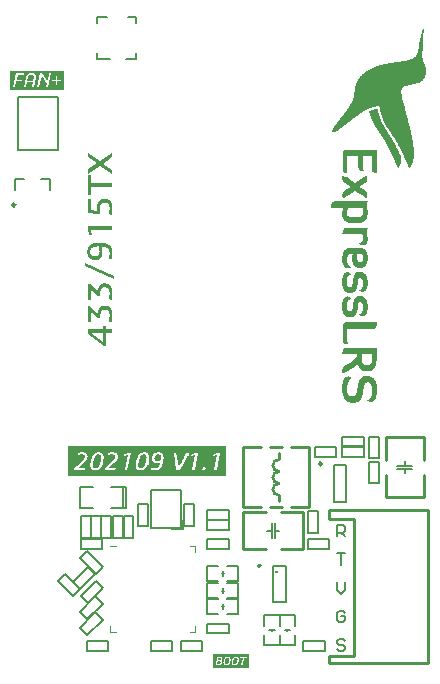
<source format=gto>
G04*
G04 #@! TF.GenerationSoftware,Altium Limited,Altium Designer,20.0.1 (14)*
G04*
G04 Layer_Color=65535*
%FSLAX44Y44*%
%MOMM*%
G71*
G01*
G75*
%ADD10C,0.2540*%
%ADD11C,0.2500*%
%ADD12C,0.1778*%
%ADD13C,0.1524*%
%ADD14C,0.2032*%
%ADD15C,0.2000*%
%ADD16C,0.1199*%
%ADD17C,0.0254*%
%ADD18C,0.1520*%
%ADD19C,0.1500*%
%ADD20C,0.1800*%
G36*
X203968Y191286D02*
Y166030D01*
X70250D01*
Y191286D01*
X203968D01*
D02*
G37*
G36*
X223446Y3895D02*
X192994D01*
Y15204D01*
X223446D01*
Y3895D01*
D02*
G37*
G36*
X107250Y436081D02*
X99160Y430774D01*
X107250Y425354D01*
Y421892D01*
X96749Y429059D01*
X86524Y422296D01*
Y426066D01*
X94225Y431082D01*
X86524Y436324D01*
Y439819D01*
X96668Y432797D01*
X107250Y439916D01*
Y436081D01*
D02*
G37*
G36*
X88983Y414352D02*
X107250D01*
Y411084D01*
X88983D01*
Y404272D01*
X86524D01*
Y421147D01*
X88983D01*
Y414352D01*
D02*
G37*
G36*
X101166Y400923D02*
X101328D01*
X101522Y400906D01*
X101733Y400890D01*
X101959Y400874D01*
X102461Y400793D01*
X102995Y400696D01*
X103529Y400550D01*
X104030Y400356D01*
X104046D01*
X104095Y400324D01*
X104160Y400292D01*
X104241Y400243D01*
X104354Y400195D01*
X104483Y400114D01*
X104775Y399936D01*
X105114Y399709D01*
X105454Y399434D01*
X105794Y399110D01*
X106117Y398738D01*
X106134Y398722D01*
X106150Y398690D01*
X106198Y398641D01*
X106247Y398560D01*
X106312Y398463D01*
X106392Y398334D01*
X106473Y398204D01*
X106554Y398043D01*
X106651Y397881D01*
X106748Y397687D01*
X106926Y397266D01*
X107104Y396797D01*
X107250Y396279D01*
Y396263D01*
X107266Y396214D01*
X107282Y396133D01*
X107298Y396036D01*
X107331Y395891D01*
X107363Y395729D01*
X107396Y395551D01*
X107412Y395357D01*
X107444Y395130D01*
X107477Y394888D01*
X107509Y394613D01*
X107541Y394338D01*
X107574Y393739D01*
X107590Y393108D01*
Y392687D01*
X107574Y392525D01*
Y392137D01*
X107541Y391684D01*
X107509Y391182D01*
X107477Y390665D01*
X107412Y390163D01*
Y390147D01*
X107396Y390098D01*
Y390034D01*
X107379Y389937D01*
X107363Y389807D01*
X107347Y389678D01*
X107315Y389516D01*
X107282Y389338D01*
X107218Y388933D01*
X107137Y388480D01*
X107023Y387995D01*
X106910Y387493D01*
X104451Y387785D01*
Y387801D01*
X104467Y387849D01*
X104483Y387914D01*
X104499Y388011D01*
X104532Y388124D01*
X104564Y388270D01*
X104597Y388416D01*
X104629Y388594D01*
X104710Y388982D01*
X104791Y389419D01*
X104872Y389872D01*
X104952Y390341D01*
Y390406D01*
X104969Y390471D01*
X104985Y390551D01*
X105001Y390665D01*
Y390810D01*
X105017Y390956D01*
X105033Y391134D01*
X105066Y391522D01*
X105098Y391959D01*
X105114Y392428D01*
X105130Y392930D01*
Y393189D01*
X105114Y393302D01*
Y393545D01*
X105098Y393836D01*
X105066Y394160D01*
X104969Y394823D01*
Y394839D01*
X104952Y394855D01*
Y394904D01*
X104936Y394968D01*
X104888Y395130D01*
X104823Y395341D01*
X104726Y395567D01*
X104613Y395826D01*
X104483Y396069D01*
X104321Y396311D01*
X104305Y396344D01*
X104241Y396409D01*
X104127Y396522D01*
X103982Y396667D01*
X103804Y396829D01*
X103577Y396991D01*
X103335Y397137D01*
X103043Y397282D01*
X103027D01*
X103011Y397298D01*
X102962Y397315D01*
X102898Y397331D01*
X102817Y397363D01*
X102720Y397396D01*
X102477Y397460D01*
X102186Y397525D01*
X101814Y397590D01*
X101409Y397622D01*
X100956Y397638D01*
X100940D01*
X100907D01*
X100843D01*
X100762D01*
X100665Y397622D01*
X100535D01*
X100260Y397590D01*
X99953Y397557D01*
X99629Y397493D01*
X99306Y397396D01*
X98998Y397282D01*
X98982D01*
X98966Y397266D01*
X98869Y397217D01*
X98723Y397137D01*
X98545Y397039D01*
X98351Y396894D01*
X98157Y396732D01*
X97947Y396538D01*
X97769Y396328D01*
X97753Y396295D01*
X97688Y396214D01*
X97607Y396101D01*
X97510Y395923D01*
X97413Y395713D01*
X97299Y395454D01*
X97202Y395179D01*
X97121Y394871D01*
Y394855D01*
X97105Y394839D01*
Y394790D01*
X97089Y394726D01*
X97057Y394548D01*
X97024Y394321D01*
X96992Y394030D01*
X96960Y393707D01*
X96927Y393350D01*
Y392606D01*
X96944Y392477D01*
Y392331D01*
X96960Y392008D01*
X96992Y391636D01*
X97024Y391215D01*
X97073Y390762D01*
Y390713D01*
X97089Y390648D01*
X97105Y390551D01*
Y390454D01*
X97121Y390325D01*
X97170Y390034D01*
X97202Y389694D01*
X97251Y389322D01*
X97316Y388933D01*
X97364Y388561D01*
X96555Y387785D01*
X86524Y388675D01*
Y400308D01*
X89112D01*
Y391263D01*
X94662Y390778D01*
Y390794D01*
X94646Y390859D01*
X94630Y390956D01*
X94614Y391101D01*
X94597Y391279D01*
X94581Y391474D01*
X94549Y391716D01*
X94533Y391991D01*
Y392024D01*
X94516Y392121D01*
Y392267D01*
X94500Y392461D01*
X94484Y392687D01*
Y392930D01*
X94468Y393448D01*
Y393739D01*
X94484Y393885D01*
Y394046D01*
X94500Y394240D01*
Y394467D01*
X94549Y394936D01*
X94597Y395454D01*
X94678Y395988D01*
X94792Y396506D01*
Y396522D01*
X94808Y396570D01*
X94824Y396635D01*
X94856Y396732D01*
X94889Y396861D01*
X94921Y396991D01*
X94986Y397153D01*
X95034Y397315D01*
X95180Y397687D01*
X95358Y398075D01*
X95584Y398479D01*
X95843Y398852D01*
Y398868D01*
X95876Y398900D01*
X95924Y398949D01*
X95973Y399013D01*
X96135Y399191D01*
X96361Y399418D01*
X96636Y399661D01*
X96976Y399920D01*
X97364Y400162D01*
X97801Y400389D01*
X97817D01*
X97850Y400405D01*
X97930Y400437D01*
X98027Y400470D01*
X98141Y400518D01*
X98286Y400567D01*
X98448Y400615D01*
X98642Y400664D01*
X98853Y400712D01*
X99095Y400761D01*
X99338Y400809D01*
X99613Y400858D01*
X99904Y400890D01*
X100196Y400923D01*
X100859Y400939D01*
X100875D01*
X100940D01*
X101037D01*
X101166Y400923D01*
D02*
G37*
G36*
X107250Y374711D02*
X89339D01*
X90552Y369971D01*
X87931D01*
X86524Y375294D01*
Y377867D01*
X107250D01*
Y374711D01*
D02*
G37*
G36*
X97267Y363822D02*
X97526D01*
X97833Y363806D01*
X98173Y363790D01*
X98561Y363758D01*
X98950Y363725D01*
X99370Y363693D01*
X100244Y363580D01*
X101102Y363418D01*
X101522Y363321D01*
X101927Y363208D01*
X101943D01*
X102024Y363175D01*
X102121Y363143D01*
X102267Y363094D01*
X102445Y363030D01*
X102655Y362949D01*
X102881Y362852D01*
X103124Y362755D01*
X103658Y362496D01*
X104224Y362188D01*
X104775Y361832D01*
X105033Y361622D01*
X105276Y361412D01*
X105292Y361395D01*
X105325Y361363D01*
X105389Y361298D01*
X105486Y361201D01*
X105583Y361088D01*
X105697Y360959D01*
X105826Y360797D01*
X105972Y360619D01*
X106117Y360425D01*
X106263Y360198D01*
X106425Y359972D01*
X106570Y359713D01*
X106846Y359163D01*
X106959Y358871D01*
X107072Y358564D01*
Y358548D01*
X107088Y358483D01*
X107121Y358402D01*
X107153Y358273D01*
X107185Y358111D01*
X107234Y357917D01*
X107282Y357706D01*
X107331Y357464D01*
X107379Y357189D01*
X107428Y356897D01*
X107477Y356590D01*
X107509Y356266D01*
X107541Y355910D01*
X107574Y355555D01*
X107590Y354794D01*
Y354487D01*
X107574Y354357D01*
Y354050D01*
X107557Y353678D01*
X107525Y353257D01*
X107477Y352804D01*
X107428Y352318D01*
Y352254D01*
X107412Y352189D01*
X107396Y352092D01*
X107379Y351979D01*
X107363Y351849D01*
X107347Y351704D01*
X107315Y351542D01*
X107266Y351170D01*
X107201Y350765D01*
X107121Y350345D01*
X107040Y349924D01*
X104548Y350280D01*
Y350296D01*
X104564Y350328D01*
Y350393D01*
X104580Y350458D01*
X104613Y350555D01*
X104629Y350684D01*
X104661Y350814D01*
X104694Y350959D01*
X104758Y351299D01*
X104823Y351671D01*
X104904Y352092D01*
X104969Y352529D01*
Y352577D01*
X104985Y352642D01*
X105001Y352739D01*
Y352836D01*
X105017Y352966D01*
X105033Y353111D01*
X105049Y353273D01*
X105082Y353613D01*
X105098Y354001D01*
X105130Y354406D01*
Y355053D01*
X105114Y355166D01*
Y355312D01*
X105098Y355457D01*
X105082Y355635D01*
X105049Y356007D01*
X105001Y356396D01*
X104920Y356816D01*
X104807Y357221D01*
Y357237D01*
X104791Y357270D01*
X104775Y357318D01*
X104742Y357399D01*
X104710Y357496D01*
X104661Y357593D01*
X104548Y357852D01*
X104402Y358127D01*
X104208Y358434D01*
X103982Y358726D01*
X103707Y359017D01*
X103690Y359033D01*
X103674Y359049D01*
X103626Y359082D01*
X103561Y359130D01*
X103480Y359195D01*
X103399Y359276D01*
X103156Y359438D01*
X102849Y359616D01*
X102493Y359794D01*
X102089Y359972D01*
X101619Y360133D01*
X101603D01*
X101555Y360150D01*
X101490Y360166D01*
X101377Y360198D01*
X101264Y360230D01*
X101102Y360263D01*
X100924Y360295D01*
X100713Y360344D01*
X100503Y360376D01*
X100244Y360408D01*
X99985Y360441D01*
X99694Y360473D01*
X99387Y360505D01*
X99063Y360522D01*
X98723Y360538D01*
X98367D01*
Y360522D01*
X98384Y360489D01*
X98400Y360441D01*
X98416Y360360D01*
X98448Y360263D01*
X98481Y360150D01*
X98513Y360036D01*
X98561Y359891D01*
X98642Y359551D01*
X98723Y359179D01*
X98820Y358758D01*
X98901Y358321D01*
Y358305D01*
X98917Y358273D01*
Y358208D01*
X98934Y358111D01*
X98950Y357998D01*
X98966Y357868D01*
X98982Y357723D01*
X98998Y357561D01*
X99047Y357189D01*
X99079Y356768D01*
X99095Y356315D01*
X99112Y355846D01*
Y355700D01*
X99095Y355538D01*
Y355312D01*
X99063Y355037D01*
X99031Y354729D01*
X98998Y354373D01*
X98934Y354001D01*
X98853Y353597D01*
X98772Y353192D01*
X98659Y352772D01*
X98513Y352351D01*
X98351Y351930D01*
X98173Y351526D01*
X97947Y351137D01*
X97704Y350782D01*
X97688Y350765D01*
X97639Y350701D01*
X97558Y350620D01*
X97429Y350506D01*
X97267Y350361D01*
X97089Y350215D01*
X96846Y350037D01*
X96587Y349875D01*
X96280Y349714D01*
X95940Y349536D01*
X95552Y349390D01*
X95131Y349261D01*
X94678Y349131D01*
X94177Y349050D01*
X93627Y348985D01*
X93044Y348969D01*
X93028D01*
X93012D01*
X92963D01*
X92899D01*
X92737Y348985D01*
X92526Y349002D01*
X92251Y349034D01*
X91944Y349066D01*
X91604Y349131D01*
X91232Y349212D01*
X90844Y349309D01*
X90439Y349422D01*
X90019Y349584D01*
X89598Y349762D01*
X89193Y349972D01*
X88789Y350231D01*
X88400Y350523D01*
X88045Y350846D01*
X88028Y350862D01*
X87964Y350927D01*
X87867Y351040D01*
X87753Y351202D01*
X87624Y351396D01*
X87462Y351623D01*
X87300Y351898D01*
X87122Y352221D01*
X86944Y352577D01*
X86783Y352982D01*
X86621Y353419D01*
X86491Y353888D01*
X86362Y354406D01*
X86281Y354956D01*
X86216Y355538D01*
X86200Y356169D01*
Y356347D01*
X86216Y356493D01*
Y356655D01*
X86232Y356849D01*
X86249Y357059D01*
X86265Y357302D01*
X86297Y357545D01*
X86346Y357803D01*
X86443Y358370D01*
X86588Y358936D01*
X86783Y359486D01*
Y359502D01*
X86815Y359551D01*
X86847Y359632D01*
X86896Y359729D01*
X86960Y359858D01*
X87025Y359988D01*
X87122Y360150D01*
X87236Y360327D01*
X87494Y360716D01*
X87802Y361104D01*
X88190Y361509D01*
X88627Y361897D01*
X88643Y361913D01*
X88692Y361945D01*
X88757Y361994D01*
X88854Y362059D01*
X88983Y362140D01*
X89129Y362237D01*
X89307Y362334D01*
X89501Y362447D01*
X89727Y362560D01*
X89986Y362674D01*
X90245Y362803D01*
X90536Y362916D01*
X90844Y363046D01*
X91184Y363159D01*
X91523Y363256D01*
X91895Y363353D01*
X91912D01*
X91992Y363369D01*
X92090Y363402D01*
X92251Y363434D01*
X92445Y363466D01*
X92672Y363515D01*
X92947Y363547D01*
X93254Y363596D01*
X93578Y363644D01*
X93950Y363693D01*
X94355Y363725D01*
X94775Y363758D01*
X95245Y363790D01*
X95714Y363822D01*
X96215Y363839D01*
X96749D01*
X96765D01*
X96782D01*
X96830D01*
X96879D01*
X97041D01*
X97267Y363822D01*
D02*
G37*
G36*
X108900Y335589D02*
Y332903D01*
X84485Y344002D01*
Y346720D01*
X108900Y335589D01*
D02*
G37*
G36*
X101231Y329327D02*
X101393D01*
X101587Y329311D01*
X101797Y329295D01*
X102024Y329262D01*
X102526Y329198D01*
X103043Y329084D01*
X103577Y328939D01*
X104079Y328745D01*
X104095D01*
X104127Y328712D01*
X104208Y328680D01*
X104289Y328631D01*
X104402Y328567D01*
X104516Y328502D01*
X104807Y328308D01*
X105130Y328081D01*
X105470Y327790D01*
X105810Y327450D01*
X106117Y327078D01*
X106134Y327062D01*
X106150Y327029D01*
X106182Y326965D01*
X106247Y326884D01*
X106312Y326787D01*
X106376Y326674D01*
X106457Y326528D01*
X106538Y326366D01*
X106635Y326188D01*
X106716Y325994D01*
X106894Y325557D01*
X107072Y325072D01*
X107218Y324538D01*
Y324522D01*
X107234Y324473D01*
X107250Y324392D01*
X107266Y324279D01*
X107298Y324150D01*
X107331Y323988D01*
X107363Y323794D01*
X107379Y323583D01*
X107412Y323357D01*
X107444Y323098D01*
X107477Y322839D01*
X107509Y322564D01*
X107541Y321965D01*
X107557Y321318D01*
Y320897D01*
X107541Y320719D01*
Y320525D01*
X107525Y320315D01*
Y320088D01*
X107509Y319846D01*
X107477Y319312D01*
X107428Y318745D01*
X107363Y318179D01*
Y318163D01*
X107347Y318114D01*
Y318034D01*
X107331Y317920D01*
X107315Y317791D01*
X107282Y317629D01*
X107266Y317467D01*
X107234Y317273D01*
X107169Y316836D01*
X107088Y316367D01*
X106991Y315882D01*
X106878Y315396D01*
X104418Y315688D01*
Y315704D01*
X104435Y315736D01*
X104451Y315801D01*
X104467Y315898D01*
X104499Y316011D01*
X104532Y316140D01*
X104564Y316286D01*
X104597Y316448D01*
X104645Y316642D01*
X104677Y316836D01*
X104758Y317273D01*
X104855Y317759D01*
X104936Y318260D01*
Y318325D01*
X104952Y318406D01*
X104969Y318503D01*
X104985Y318632D01*
X105001Y318778D01*
X105017Y318956D01*
X105033Y319150D01*
X105049Y319344D01*
X105066Y319571D01*
X105098Y320056D01*
X105114Y320574D01*
X105130Y321108D01*
Y321399D01*
X105114Y321512D01*
X105098Y321787D01*
X105082Y322095D01*
X105049Y322435D01*
X105001Y322790D01*
X104936Y323130D01*
Y323146D01*
X104920Y323179D01*
Y323211D01*
X104888Y323276D01*
X104839Y323454D01*
X104775Y323664D01*
X104677Y323907D01*
X104564Y324166D01*
X104435Y324425D01*
X104273Y324667D01*
X104257Y324700D01*
X104192Y324781D01*
X104079Y324894D01*
X103933Y325039D01*
X103755Y325201D01*
X103545Y325363D01*
X103302Y325509D01*
X103027Y325654D01*
X103011D01*
X102995Y325670D01*
X102946Y325687D01*
X102881Y325703D01*
X102801Y325735D01*
X102720Y325768D01*
X102477Y325832D01*
X102202Y325897D01*
X101862Y325962D01*
X101474Y325994D01*
X101053Y326010D01*
X101037D01*
X100972D01*
X100875D01*
X100730Y325994D01*
X100568Y325978D01*
X100390Y325946D01*
X100196Y325897D01*
X99969Y325848D01*
X99743Y325784D01*
X99516Y325703D01*
X99273Y325606D01*
X99047Y325476D01*
X98820Y325331D01*
X98610Y325169D01*
X98416Y324975D01*
X98238Y324748D01*
X98222Y324732D01*
X98205Y324683D01*
X98157Y324619D01*
X98108Y324522D01*
X98027Y324392D01*
X97963Y324247D01*
X97882Y324052D01*
X97801Y323858D01*
X97720Y323616D01*
X97639Y323357D01*
X97558Y323082D01*
X97494Y322774D01*
X97445Y322451D01*
X97396Y322095D01*
X97380Y321722D01*
X97364Y321318D01*
Y318956D01*
X95261D01*
X89015Y324748D01*
Y315558D01*
X86524D01*
Y328745D01*
X88708D01*
X95115Y322596D01*
Y322823D01*
X95131Y322936D01*
Y323065D01*
X95147Y323211D01*
Y323357D01*
X95196Y323713D01*
X95245Y324117D01*
X95325Y324554D01*
X95439Y324991D01*
Y325007D01*
X95455Y325039D01*
X95471Y325104D01*
X95504Y325201D01*
X95536Y325298D01*
X95568Y325428D01*
X95681Y325703D01*
X95827Y326043D01*
X96005Y326399D01*
X96215Y326771D01*
X96458Y327143D01*
Y327159D01*
X96490Y327191D01*
X96523Y327240D01*
X96587Y327305D01*
X96733Y327483D01*
X96944Y327709D01*
X97202Y327952D01*
X97510Y328227D01*
X97866Y328486D01*
X98254Y328728D01*
X98270D01*
X98303Y328761D01*
X98367Y328793D01*
X98448Y328825D01*
X98545Y328874D01*
X98675Y328923D01*
X98820Y328971D01*
X98998Y329036D01*
X99176Y329100D01*
X99387Y329149D01*
X99597Y329198D01*
X99840Y329246D01*
X100357Y329311D01*
X100924Y329343D01*
X100940D01*
X101005D01*
X101102D01*
X101231Y329327D01*
D02*
G37*
G36*
Y310461D02*
X101393D01*
X101587Y310445D01*
X101797Y310429D01*
X102024Y310397D01*
X102526Y310332D01*
X103043Y310219D01*
X103577Y310073D01*
X104079Y309879D01*
X104095D01*
X104127Y309847D01*
X104208Y309814D01*
X104289Y309766D01*
X104402Y309701D01*
X104516Y309636D01*
X104807Y309442D01*
X105130Y309216D01*
X105470Y308924D01*
X105810Y308584D01*
X106117Y308212D01*
X106134Y308196D01*
X106150Y308164D01*
X106182Y308099D01*
X106247Y308018D01*
X106312Y307921D01*
X106376Y307808D01*
X106457Y307662D01*
X106538Y307500D01*
X106635Y307323D01*
X106716Y307128D01*
X106894Y306691D01*
X107072Y306206D01*
X107218Y305672D01*
Y305656D01*
X107234Y305607D01*
X107250Y305527D01*
X107266Y305413D01*
X107298Y305284D01*
X107331Y305122D01*
X107363Y304928D01*
X107379Y304718D01*
X107412Y304491D01*
X107444Y304232D01*
X107477Y303973D01*
X107509Y303698D01*
X107541Y303100D01*
X107557Y302452D01*
Y302032D01*
X107541Y301854D01*
Y301660D01*
X107525Y301449D01*
Y301223D01*
X107509Y300980D01*
X107477Y300446D01*
X107428Y299880D01*
X107363Y299314D01*
Y299297D01*
X107347Y299249D01*
Y299168D01*
X107331Y299055D01*
X107315Y298925D01*
X107282Y298763D01*
X107266Y298602D01*
X107234Y298407D01*
X107169Y297971D01*
X107088Y297501D01*
X106991Y297016D01*
X106878Y296531D01*
X104418Y296822D01*
Y296838D01*
X104435Y296870D01*
X104451Y296935D01*
X104467Y297032D01*
X104499Y297145D01*
X104532Y297275D01*
X104564Y297421D01*
X104597Y297582D01*
X104645Y297776D01*
X104677Y297971D01*
X104758Y298407D01*
X104855Y298893D01*
X104936Y299394D01*
Y299459D01*
X104952Y299540D01*
X104969Y299637D01*
X104985Y299767D01*
X105001Y299912D01*
X105017Y300090D01*
X105033Y300284D01*
X105049Y300478D01*
X105066Y300705D01*
X105098Y301190D01*
X105114Y301708D01*
X105130Y302242D01*
Y302533D01*
X105114Y302647D01*
X105098Y302922D01*
X105082Y303229D01*
X105049Y303569D01*
X105001Y303925D01*
X104936Y304265D01*
Y304281D01*
X104920Y304313D01*
Y304345D01*
X104888Y304410D01*
X104839Y304588D01*
X104775Y304799D01*
X104677Y305041D01*
X104564Y305300D01*
X104435Y305559D01*
X104273Y305802D01*
X104257Y305834D01*
X104192Y305915D01*
X104079Y306028D01*
X103933Y306174D01*
X103755Y306336D01*
X103545Y306497D01*
X103302Y306643D01*
X103027Y306789D01*
X103011D01*
X102995Y306805D01*
X102946Y306821D01*
X102881Y306837D01*
X102801Y306870D01*
X102720Y306902D01*
X102477Y306967D01*
X102202Y307031D01*
X101862Y307096D01*
X101474Y307128D01*
X101053Y307145D01*
X101037D01*
X100972D01*
X100875D01*
X100730Y307128D01*
X100568Y307112D01*
X100390Y307080D01*
X100196Y307031D01*
X99969Y306983D01*
X99743Y306918D01*
X99516Y306837D01*
X99273Y306740D01*
X99047Y306611D01*
X98820Y306465D01*
X98610Y306303D01*
X98416Y306109D01*
X98238Y305882D01*
X98222Y305866D01*
X98205Y305818D01*
X98157Y305753D01*
X98108Y305656D01*
X98027Y305527D01*
X97963Y305381D01*
X97882Y305187D01*
X97801Y304993D01*
X97720Y304750D01*
X97639Y304491D01*
X97558Y304216D01*
X97494Y303909D01*
X97445Y303585D01*
X97396Y303229D01*
X97380Y302857D01*
X97364Y302452D01*
Y300090D01*
X95261D01*
X89015Y305882D01*
Y296692D01*
X86524D01*
Y309879D01*
X88708D01*
X95115Y303731D01*
Y303957D01*
X95131Y304070D01*
Y304200D01*
X95147Y304345D01*
Y304491D01*
X95196Y304847D01*
X95245Y305252D01*
X95325Y305688D01*
X95439Y306125D01*
Y306141D01*
X95455Y306174D01*
X95471Y306238D01*
X95504Y306336D01*
X95536Y306433D01*
X95568Y306562D01*
X95681Y306837D01*
X95827Y307177D01*
X96005Y307533D01*
X96215Y307905D01*
X96458Y308277D01*
Y308293D01*
X96490Y308326D01*
X96523Y308374D01*
X96587Y308439D01*
X96733Y308617D01*
X96944Y308843D01*
X97202Y309086D01*
X97510Y309361D01*
X97866Y309620D01*
X98254Y309863D01*
X98270D01*
X98303Y309895D01*
X98367Y309928D01*
X98448Y309960D01*
X98545Y310008D01*
X98675Y310057D01*
X98820Y310105D01*
X98998Y310170D01*
X99176Y310235D01*
X99387Y310283D01*
X99597Y310332D01*
X99840Y310380D01*
X100357Y310445D01*
X100924Y310478D01*
X100940D01*
X101005D01*
X101102D01*
X101231Y310461D01*
D02*
G37*
G36*
X102283Y290463D02*
X107250D01*
Y287405D01*
X102283D01*
Y276484D01*
X100147D01*
X86524Y286175D01*
Y290463D01*
X99888D01*
Y293100D01*
X102283D01*
Y290463D01*
D02*
G37*
G36*
X331262Y422512D02*
X331239D01*
X331147D01*
X331008D01*
X330823Y422535D01*
X330799D01*
X330776D01*
X330707Y422558D01*
X330614D01*
X330476Y422581D01*
X330314Y422628D01*
X330105Y422674D01*
X329851Y422720D01*
X329828D01*
X329735Y422743D01*
X329596Y422790D01*
X329434Y422836D01*
X329249Y422906D01*
X329041Y422975D01*
X328624Y423160D01*
X328601Y423183D01*
X328532Y423206D01*
X328439Y423276D01*
X328324Y423368D01*
X328185Y423507D01*
X328023Y423646D01*
X327861Y423854D01*
X327699Y424062D01*
X327676Y424086D01*
X327629Y424178D01*
X327560Y424294D01*
X327491Y424479D01*
X327421Y424687D01*
X327352Y424942D01*
X327305Y425219D01*
X327282Y425520D01*
Y436882D01*
X319831D01*
Y428042D01*
X319855Y427672D01*
X319878Y427256D01*
X319901Y426816D01*
X319947Y426376D01*
X319993Y425937D01*
Y425890D01*
X320017Y425752D01*
X320063Y425566D01*
X320086Y425335D01*
X320155Y425081D01*
X320202Y424849D01*
X320248Y424641D01*
X320317Y424479D01*
X320479Y424109D01*
X320456D01*
X320433D01*
X320364D01*
X320271D01*
X320063Y424132D01*
X319762Y424178D01*
X319415Y424224D01*
X319021Y424317D01*
X318605Y424433D01*
X318165Y424595D01*
X317726Y424803D01*
X317309Y425034D01*
X316916Y425358D01*
X316569Y425728D01*
X316268Y426168D01*
X316060Y426677D01*
X315967Y426978D01*
X315898Y427279D01*
X315875Y427603D01*
X315851Y427950D01*
Y436882D01*
X306480D01*
Y422512D01*
X306457D01*
X306434D01*
X306364D01*
X306272D01*
X306017Y422558D01*
X305693Y422605D01*
X305670D01*
X305601Y422628D01*
X305508D01*
X305369Y422674D01*
X305184Y422720D01*
X304953Y422767D01*
X304698Y422836D01*
X304397Y422929D01*
X304351D01*
X304259Y422975D01*
X304097Y423044D01*
X303911Y423137D01*
X303703Y423252D01*
X303472Y423414D01*
X303241Y423623D01*
X303032Y423854D01*
X303009Y423877D01*
X302940Y423970D01*
X302870Y424109D01*
X302778Y424317D01*
X302662Y424548D01*
X302593Y424849D01*
X302523Y425173D01*
X302500Y425520D01*
Y438409D01*
X302523Y438478D01*
Y438594D01*
X302546Y438733D01*
X302569Y438918D01*
X302616Y439149D01*
X302662Y439404D01*
Y439427D01*
X302685Y439543D01*
X302708Y439682D01*
X302754Y439867D01*
X302824Y440075D01*
X302870Y440283D01*
X303032Y440746D01*
X303055Y440769D01*
X303078Y440839D01*
X303148Y440954D01*
X303217Y441093D01*
X303333Y441255D01*
X303472Y441417D01*
X303634Y441602D01*
X303819Y441787D01*
X303842Y441810D01*
X303911Y441857D01*
X304027Y441949D01*
X304189Y442019D01*
X304374Y442111D01*
X304606Y442204D01*
X304837Y442250D01*
X305115Y442273D01*
X331262D01*
Y422512D01*
D02*
G37*
G36*
X323163Y421054D02*
X323187Y421008D01*
Y420915D01*
X323210Y420777D01*
X323233Y420638D01*
X323256Y420453D01*
X323326Y420059D01*
X323395Y419643D01*
X323441Y419203D01*
X323464Y418787D01*
X323487Y418439D01*
Y418231D01*
X323464Y418023D01*
X323418Y417722D01*
X323349Y417375D01*
X323256Y416982D01*
X323140Y416542D01*
X322955Y416102D01*
Y416079D01*
X322932Y416056D01*
X322909Y415987D01*
X322863Y415894D01*
X322724Y415686D01*
X322562Y415408D01*
X322331Y415107D01*
X322030Y414784D01*
X321683Y414460D01*
X321289Y414159D01*
X316060Y411058D01*
X321289Y407980D01*
X321312D01*
X321335Y407934D01*
X321474Y407842D01*
X321683Y407680D01*
X321937Y407448D01*
X322215Y407171D01*
X322492Y406847D01*
X322747Y406477D01*
X322955Y406037D01*
Y406014D01*
X322978Y405991D01*
X323002Y405921D01*
X323048Y405829D01*
X323117Y405597D01*
X323233Y405296D01*
X323326Y404926D01*
X323395Y404533D01*
X323464Y404116D01*
X323487Y403700D01*
X323163Y401039D01*
X323140D01*
X323117Y401085D01*
X323048Y401131D01*
X322932Y401201D01*
X322816Y401293D01*
X322678Y401409D01*
X322331Y401664D01*
X321914Y401941D01*
X321451Y402265D01*
X320919Y402612D01*
X320364Y402936D01*
X315157Y405991D01*
X315134D01*
X315088Y406037D01*
X314995Y406106D01*
X314856Y406176D01*
X314718Y406291D01*
X314533Y406430D01*
X314324Y406569D01*
X314116Y406754D01*
X314093Y406777D01*
X314023Y406847D01*
X313908Y406939D01*
X313769Y407055D01*
X313445Y407333D01*
X313121Y407657D01*
X312751Y408004D01*
Y407980D01*
X312728Y407957D01*
X312635Y407819D01*
X312496Y407633D01*
X312265Y407356D01*
X311964Y407055D01*
X311571Y406708D01*
X311362Y406546D01*
X311108Y406361D01*
X310830Y406176D01*
X310529Y405991D01*
X305786Y403214D01*
X305763Y403191D01*
X305693Y403167D01*
X305601Y403098D01*
X305462Y403006D01*
X305277Y402913D01*
X305092Y402797D01*
X304629Y402496D01*
X304097Y402173D01*
X303564Y401802D01*
X303032Y401432D01*
X302523Y401039D01*
Y401062D01*
X302500Y401108D01*
Y401201D01*
X302477Y401339D01*
X302454Y401478D01*
X302431Y401664D01*
X302384Y402057D01*
X302315Y402496D01*
X302269Y402936D01*
X302246Y403353D01*
X302222Y403538D01*
Y403908D01*
X302246Y404139D01*
X302292Y404440D01*
X302338Y404810D01*
X302431Y405227D01*
X302546Y405667D01*
X302708Y406129D01*
Y406152D01*
X302731Y406176D01*
X302754Y406245D01*
X302801Y406338D01*
X302940Y406546D01*
X303125Y406824D01*
X303356Y407147D01*
X303657Y407448D01*
X304004Y407772D01*
X304421Y408050D01*
X309743Y411058D01*
X304421Y414089D01*
X304397D01*
X304374Y414113D01*
X304235Y414205D01*
X304004Y414367D01*
X303750Y414575D01*
X303472Y414853D01*
X303194Y415177D01*
X302940Y415570D01*
X302708Y416010D01*
Y416033D01*
X302685Y416056D01*
X302662Y416126D01*
X302639Y416218D01*
X302546Y416473D01*
X302477Y416773D01*
X302384Y417144D01*
X302292Y417560D01*
X302246Y418000D01*
X302222Y418439D01*
X302523Y421077D01*
X302546Y421054D01*
X302593Y421031D01*
X302662Y420985D01*
X302754Y420892D01*
X302870Y420800D01*
X303032Y420707D01*
X303194Y420568D01*
X303402Y420429D01*
X303634Y420291D01*
X303865Y420106D01*
X304421Y419758D01*
X305068Y419342D01*
X305786Y418926D01*
X310529Y416149D01*
X310553Y416126D01*
X310645Y416079D01*
X310784Y415987D01*
X310969Y415848D01*
X311177Y415709D01*
X311385Y415547D01*
X311825Y415200D01*
X311848Y415177D01*
X311918Y415107D01*
X312010Y415015D01*
X312126Y414899D01*
X312357Y414645D01*
X312473Y414529D01*
X312542Y414413D01*
X312751Y414136D01*
X312774Y414159D01*
X312820Y414205D01*
X312890Y414274D01*
X313005Y414367D01*
X313260Y414622D01*
X313607Y414922D01*
X313977Y415246D01*
X314370Y415593D01*
X314787Y415894D01*
X315157Y416149D01*
X320364Y419203D01*
X320387D01*
X320433Y419249D01*
X320503Y419296D01*
X320618Y419365D01*
X320757Y419435D01*
X320919Y419527D01*
X321289Y419758D01*
X321729Y420036D01*
X322192Y420360D01*
X322678Y420707D01*
X323163Y421077D01*
Y421054D01*
D02*
G37*
G36*
X323696Y398609D02*
X323673Y398563D01*
X323626Y398470D01*
X323580Y398378D01*
X323511Y398216D01*
X323464Y398054D01*
X323395Y397869D01*
X323326Y397660D01*
X323163Y397174D01*
X323048Y396619D01*
X322955Y396041D01*
X322932Y395416D01*
Y395208D01*
X322955Y395092D01*
Y394791D01*
X322978Y394606D01*
X323025Y394166D01*
X323094Y393634D01*
X323187Y393009D01*
X323302Y392315D01*
Y392292D01*
X323326Y392223D01*
X323349Y392130D01*
X323372Y391991D01*
X323395Y391829D01*
X323418Y391644D01*
X323511Y391228D01*
X323580Y390765D01*
X323626Y390302D01*
X323673Y389885D01*
X323696Y389700D01*
Y389122D01*
X323673Y388821D01*
X323649Y388474D01*
X323603Y388058D01*
X323534Y387595D01*
X323464Y387086D01*
X323372Y386553D01*
X323256Y386021D01*
X323094Y385466D01*
X322932Y384911D01*
X322724Y384355D01*
X322469Y383846D01*
X322192Y383337D01*
X321868Y382874D01*
X321844Y382851D01*
X321775Y382782D01*
X321683Y382643D01*
X321521Y382504D01*
X321335Y382319D01*
X321104Y382111D01*
X320849Y381902D01*
X320526Y381671D01*
X320178Y381463D01*
X319808Y381255D01*
X319369Y381046D01*
X318906Y380861D01*
X318420Y380699D01*
X317865Y380583D01*
X317286Y380514D01*
X316684Y380491D01*
X308956D01*
X308910D01*
X308817D01*
X308655Y380514D01*
X308447Y380537D01*
X308169Y380560D01*
X307868Y380607D01*
X307521Y380699D01*
X307151Y380792D01*
X306758Y380907D01*
X306364Y381069D01*
X305948Y381255D01*
X305531Y381486D01*
X305115Y381764D01*
X304698Y382064D01*
X304305Y382435D01*
X303935Y382851D01*
X303911Y382874D01*
X303865Y382967D01*
X303750Y383083D01*
X303634Y383268D01*
X303495Y383499D01*
X303333Y383777D01*
X303171Y384077D01*
X302986Y384448D01*
X302801Y384841D01*
X302639Y385258D01*
X302477Y385744D01*
X302338Y386230D01*
X302222Y386762D01*
X302130Y387340D01*
X302060Y387919D01*
X302037Y388543D01*
Y388798D01*
X302060Y388937D01*
Y389076D01*
X302083Y389446D01*
X302130Y389862D01*
X302199Y390348D01*
X302292Y390834D01*
X302407Y391320D01*
Y391343D01*
X302431Y391367D01*
X302454Y391436D01*
X302477Y391528D01*
X302546Y391760D01*
X302639Y392038D01*
X302754Y392338D01*
X302893Y392639D01*
X303032Y392917D01*
X303171Y393171D01*
X303564Y393727D01*
X303541D01*
X303518Y393703D01*
X303449D01*
X303356Y393680D01*
X303102Y393634D01*
X302801Y393565D01*
X302431Y393495D01*
X302060Y393449D01*
X301667Y393426D01*
X301274Y393403D01*
X292573D01*
Y393703D01*
X292596Y393866D01*
Y394051D01*
X292643Y394444D01*
Y394467D01*
X292666Y394537D01*
Y394675D01*
X292689Y394860D01*
X292735Y395092D01*
X292782Y395370D01*
X292851Y395717D01*
X292920Y396110D01*
Y396156D01*
X292967Y396295D01*
X293036Y396503D01*
X293105Y396758D01*
X293244Y397036D01*
X293406Y397360D01*
X293591Y397660D01*
X293846Y397938D01*
X293869Y397961D01*
X293962Y398054D01*
X294123Y398146D01*
X294332Y398285D01*
X294586Y398401D01*
X294864Y398517D01*
X295211Y398609D01*
X295581Y398632D01*
X323696D01*
Y398609D01*
D02*
G37*
G36*
X323649Y376025D02*
X323626Y375979D01*
X323580Y375886D01*
X323534Y375770D01*
X323464Y375632D01*
X323395Y375470D01*
X323256Y375053D01*
X323094Y374590D01*
X322978Y374058D01*
X322886Y373503D01*
X322840Y372948D01*
Y372785D01*
X322863Y372600D01*
X322886Y372300D01*
X322909Y372114D01*
X322932Y371929D01*
X322978Y371698D01*
X323025Y371443D01*
X323071Y371189D01*
X323117Y370888D01*
X323187Y370564D01*
X323256Y370217D01*
Y370194D01*
X323279Y370125D01*
X323302Y370032D01*
X323326Y369893D01*
X323349Y369731D01*
X323395Y369546D01*
X323487Y369106D01*
X323557Y368597D01*
X323626Y368065D01*
X323673Y367533D01*
X323696Y367047D01*
Y366815D01*
X323673Y366654D01*
Y366445D01*
X323649Y366214D01*
X323626Y365959D01*
X323580Y365682D01*
X323464Y365080D01*
X323302Y364409D01*
X323071Y363761D01*
X322770Y363159D01*
Y363136D01*
X322724Y363090D01*
X322678Y363021D01*
X322585Y362905D01*
X322377Y362674D01*
X322076Y362373D01*
X321659Y362095D01*
X321428Y361979D01*
X321174Y361841D01*
X320896Y361748D01*
X320572Y361679D01*
X320248Y361632D01*
X319901Y361609D01*
X319878D01*
X319785D01*
X319646Y361632D01*
X319484D01*
X319276Y361679D01*
X319021Y361725D01*
X318790Y361771D01*
X318512Y361864D01*
X318489D01*
X318397Y361910D01*
X318281Y361956D01*
X318119Y362026D01*
X317749Y362188D01*
X317564Y362303D01*
X317402Y362396D01*
X317379D01*
X317332Y362442D01*
X317240Y362489D01*
X317124Y362581D01*
X316846Y362766D01*
X316499Y363044D01*
X316476Y363067D01*
X316430Y363090D01*
X316337Y363159D01*
X316245Y363229D01*
X316060Y363368D01*
X316013Y363437D01*
X315967Y363460D01*
X315990D01*
X316037D01*
X316129D01*
X316268Y363484D01*
X316407Y363507D01*
X316592Y363530D01*
X316985Y363622D01*
X317425Y363761D01*
X317888Y363969D01*
X318096Y364108D01*
X318304Y364270D01*
X318512Y364478D01*
X318698Y364687D01*
Y364710D01*
X318744Y364733D01*
X318790Y364802D01*
X318836Y364918D01*
X318906Y365034D01*
X318998Y365173D01*
X319068Y365335D01*
X319160Y365543D01*
X319322Y365983D01*
X319484Y366515D01*
X319577Y367140D01*
X319623Y367811D01*
Y367949D01*
X319600Y368019D01*
Y368134D01*
X319577Y368250D01*
Y368412D01*
X319554Y368597D01*
X319508Y368806D01*
X319484Y369060D01*
X319438Y369338D01*
X319392Y369639D01*
X319322Y370009D01*
X319253Y370379D01*
X319184Y370819D01*
X302222D01*
Y371143D01*
X302246Y371397D01*
Y371467D01*
X302269Y371559D01*
Y371675D01*
X302292Y371860D01*
X302315Y372068D01*
X302361Y372323D01*
X302407Y372647D01*
Y372693D01*
X302431Y372809D01*
X302454Y372971D01*
X302500Y373179D01*
X302546Y373433D01*
X302593Y373711D01*
X302754Y374243D01*
X302778Y374266D01*
X302801Y374359D01*
X302870Y374475D01*
X302940Y374660D01*
X303055Y374845D01*
X303194Y375053D01*
X303356Y375261D01*
X303541Y375493D01*
X303564Y375516D01*
X303634Y375585D01*
X303750Y375678D01*
X303911Y375770D01*
X304097Y375863D01*
X304305Y375956D01*
X304559Y376025D01*
X304814Y376048D01*
X323649D01*
Y376025D01*
D02*
G37*
G36*
X316939Y359619D02*
X317170Y359596D01*
X317448Y359573D01*
X317772Y359527D01*
X318119Y359457D01*
X318512Y359342D01*
X318929Y359226D01*
X319345Y359087D01*
X319785Y358879D01*
X320225Y358671D01*
X320641Y358393D01*
X321058Y358092D01*
X321451Y357745D01*
X321821Y357328D01*
X321844Y357305D01*
X321914Y357213D01*
X322006Y357097D01*
X322122Y356889D01*
X322261Y356657D01*
X322423Y356380D01*
X322585Y356033D01*
X322770Y355639D01*
X322932Y355200D01*
X323094Y354691D01*
X323256Y354158D01*
X323395Y353580D01*
X323534Y352932D01*
X323626Y352238D01*
X323673Y351520D01*
X323696Y350734D01*
Y350340D01*
X323673Y350039D01*
X323649Y349692D01*
X323603Y349299D01*
X323534Y348859D01*
X323464Y348373D01*
X323372Y347864D01*
X323256Y347355D01*
X323117Y346823D01*
X322932Y346291D01*
X322724Y345782D01*
X322492Y345273D01*
X322215Y344810D01*
X321891Y344394D01*
X321868Y344370D01*
X321798Y344301D01*
X321706Y344185D01*
X321567Y344046D01*
X321382Y343884D01*
X321174Y343722D01*
X320896Y343514D01*
X320618Y343306D01*
X320294Y343121D01*
X319924Y342912D01*
X319508Y342751D01*
X319091Y342565D01*
X318605Y342450D01*
X318119Y342334D01*
X317564Y342265D01*
X317008Y342242D01*
X316985D01*
X316893D01*
X316731Y342265D01*
X316523D01*
X316291Y342311D01*
X315990Y342357D01*
X315666Y342403D01*
X315342Y342496D01*
X314972Y342589D01*
X314579Y342727D01*
X314185Y342889D01*
X313792Y343074D01*
X313399Y343306D01*
X313005Y343584D01*
X312635Y343884D01*
X312265Y344231D01*
X312242Y344255D01*
X312195Y344324D01*
X312103Y344440D01*
X311987Y344602D01*
X311825Y344833D01*
X311686Y345088D01*
X311501Y345412D01*
X311339Y345759D01*
X311177Y346175D01*
X310992Y346661D01*
X310853Y347170D01*
X310714Y347749D01*
X310576Y348397D01*
X310483Y349068D01*
X310437Y349808D01*
X310414Y350618D01*
Y350803D01*
X310437Y350942D01*
Y351127D01*
X310460Y351335D01*
X310483Y351567D01*
X310506Y351821D01*
X310599Y352400D01*
X310714Y353048D01*
X310900Y353719D01*
X311131Y354390D01*
X309696D01*
X309650D01*
X309534D01*
X309349Y354367D01*
X309118Y354320D01*
X308840Y354251D01*
X308539Y354158D01*
X308215Y354020D01*
X307868Y353834D01*
X307521Y353603D01*
X307197Y353302D01*
X306896Y352932D01*
X306619Y352515D01*
X306387Y351983D01*
X306202Y351405D01*
X306133Y351058D01*
X306087Y350710D01*
X306040Y350340D01*
Y349646D01*
X306063Y349438D01*
X306087Y349183D01*
X306110Y348882D01*
X306133Y348559D01*
X306179Y348212D01*
X306318Y347448D01*
X306526Y346638D01*
X306642Y346245D01*
X306804Y345851D01*
X306966Y345458D01*
X307174Y345111D01*
X307197Y345088D01*
X307220Y345041D01*
X307290Y344949D01*
X307382Y344810D01*
X307498Y344671D01*
X307637Y344532D01*
X307984Y344185D01*
X308401Y343838D01*
X308910Y343537D01*
X309187Y343399D01*
X309488Y343306D01*
X309812Y343237D01*
X310136Y343213D01*
X310113Y343190D01*
X310067Y343167D01*
X309951Y343098D01*
X309835Y343028D01*
X309673Y342912D01*
X309488Y342820D01*
X309280Y342704D01*
X309049Y342589D01*
X308539Y342357D01*
X307984Y342149D01*
X307406Y342010D01*
X307128Y341987D01*
X306827Y341964D01*
X306804D01*
X306735D01*
X306619Y341987D01*
X306457D01*
X306272Y342033D01*
X306063Y342080D01*
X305832Y342149D01*
X305578Y342242D01*
X305300Y342357D01*
X305022Y342519D01*
X304721Y342681D01*
X304444Y342912D01*
X304143Y343167D01*
X303865Y343468D01*
X303588Y343815D01*
X303333Y344208D01*
X303310Y344231D01*
X303287Y344301D01*
X303217Y344440D01*
X303125Y344602D01*
X303032Y344833D01*
X302917Y345088D01*
X302801Y345412D01*
X302685Y345759D01*
X302569Y346152D01*
X302454Y346569D01*
X302338Y347054D01*
X302246Y347564D01*
X302153Y348096D01*
X302083Y348674D01*
X302060Y349276D01*
X302037Y349924D01*
Y350132D01*
X302060Y350363D01*
Y350687D01*
X302083Y351081D01*
X302130Y351520D01*
X302199Y352006D01*
X302269Y352538D01*
X302361Y353117D01*
X302500Y353695D01*
X302639Y354297D01*
X302824Y354899D01*
X303032Y355477D01*
X303287Y356056D01*
X303564Y356588D01*
X303888Y357097D01*
X303911Y357120D01*
X303981Y357213D01*
X304074Y357328D01*
X304235Y357490D01*
X304421Y357676D01*
X304652Y357907D01*
X304930Y358138D01*
X305231Y358370D01*
X305578Y358601D01*
X305971Y358833D01*
X306411Y359041D01*
X306873Y359249D01*
X307359Y359411D01*
X307915Y359527D01*
X308493Y359619D01*
X309095Y359642D01*
X316615D01*
X316661D01*
X316754D01*
X316939Y359619D01*
D02*
G37*
G36*
X317332Y339118D02*
X317564Y339095D01*
X317818Y339071D01*
X318142Y339025D01*
X318489Y338956D01*
X318883Y338863D01*
X319276Y338747D01*
X319693Y338586D01*
X320109Y338400D01*
X320503Y338192D01*
X320919Y337914D01*
X321312Y337614D01*
X321683Y337267D01*
X322006Y336873D01*
X322030Y336850D01*
X322076Y336758D01*
X322169Y336642D01*
X322261Y336457D01*
X322400Y336225D01*
X322539Y335924D01*
X322701Y335577D01*
X322863Y335184D01*
X323002Y334744D01*
X323163Y334258D01*
X323302Y333726D01*
X323441Y333125D01*
X323534Y332477D01*
X323626Y331782D01*
X323673Y331042D01*
X323696Y330255D01*
Y329885D01*
X323673Y329631D01*
Y329307D01*
X323649Y328960D01*
X323603Y328543D01*
X323557Y328103D01*
X323511Y327640D01*
X323441Y327155D01*
X323256Y326160D01*
X323002Y325188D01*
X322840Y324748D01*
X322654Y324309D01*
Y324285D01*
X322608Y324216D01*
X322539Y324100D01*
X322469Y323961D01*
X322354Y323799D01*
X322215Y323614D01*
X322076Y323406D01*
X321891Y323198D01*
X321683Y322990D01*
X321451Y322781D01*
X321220Y322596D01*
X320942Y322434D01*
X320641Y322295D01*
X320317Y322180D01*
X319993Y322110D01*
X319623Y322087D01*
X319600D01*
X319554D01*
X319461D01*
X319322Y322110D01*
X319184Y322133D01*
X318998Y322156D01*
X318767Y322203D01*
X318536Y322272D01*
X318003Y322457D01*
X317703Y322573D01*
X317379Y322735D01*
X317055Y322897D01*
X316731Y323105D01*
X316360Y323337D01*
X316013Y323614D01*
X316037D01*
X316083D01*
X316175D01*
X316314Y323637D01*
X316453Y323661D01*
X316615Y323707D01*
X317008Y323846D01*
X317240Y323938D01*
X317448Y324054D01*
X317680Y324193D01*
X317911Y324355D01*
X318142Y324563D01*
X318351Y324818D01*
X318559Y325072D01*
X318744Y325396D01*
X318767Y325419D01*
X318790Y325465D01*
X318836Y325581D01*
X318906Y325720D01*
X318975Y325882D01*
X319045Y326090D01*
X319137Y326345D01*
X319230Y326622D01*
X319322Y326923D01*
X319415Y327247D01*
X319484Y327617D01*
X319554Y328011D01*
X319623Y328450D01*
X319669Y328890D01*
X319716Y329376D01*
Y330047D01*
X319693Y330232D01*
X319669Y330510D01*
X319646Y330811D01*
X319577Y331181D01*
X319508Y331551D01*
X319415Y331921D01*
X319276Y332315D01*
X319114Y332685D01*
X318929Y333032D01*
X318674Y333356D01*
X318397Y333610D01*
X318073Y333819D01*
X317703Y333958D01*
X317494Y333981D01*
X317263Y334004D01*
X317217D01*
X317124Y333981D01*
X316962Y333958D01*
X316754Y333888D01*
X316523Y333773D01*
X316314Y333587D01*
X316083Y333356D01*
X315898Y333032D01*
X315875Y332986D01*
X315828Y332847D01*
X315759Y332639D01*
X315666Y332361D01*
X315574Y332014D01*
X315481Y331597D01*
X315412Y331135D01*
X315366Y330625D01*
Y330371D01*
X315342Y330232D01*
Y330070D01*
X315319Y329885D01*
X315296Y329677D01*
X315250Y329214D01*
X315180Y328682D01*
X315111Y328103D01*
X314995Y327502D01*
Y327479D01*
X314972Y327432D01*
Y327340D01*
X314926Y327224D01*
X314903Y327062D01*
X314856Y326900D01*
X314764Y326484D01*
X314648Y326021D01*
X314509Y325489D01*
X314139Y324401D01*
Y324378D01*
X314116Y324332D01*
X314093Y324262D01*
X314047Y324146D01*
X313908Y323892D01*
X313699Y323545D01*
X313445Y323175D01*
X313098Y322758D01*
X312681Y322365D01*
X312172Y321971D01*
X312149Y321948D01*
X312103Y321925D01*
X312033Y321879D01*
X311918Y321809D01*
X311779Y321740D01*
X311594Y321671D01*
X311409Y321578D01*
X311177Y321485D01*
X310923Y321393D01*
X310645Y321300D01*
X310344Y321231D01*
X310020Y321161D01*
X309303Y321046D01*
X308493Y320999D01*
X308470D01*
X308354D01*
X308192Y321023D01*
X307984Y321046D01*
X307729Y321069D01*
X307429Y321115D01*
X307105Y321208D01*
X306735Y321300D01*
X306364Y321416D01*
X305971Y321578D01*
X305578Y321763D01*
X305184Y321995D01*
X304791Y322272D01*
X304421Y322573D01*
X304050Y322943D01*
X303726Y323360D01*
X303703Y323383D01*
X303657Y323475D01*
X303564Y323614D01*
X303472Y323799D01*
X303333Y324031D01*
X303194Y324332D01*
X303032Y324702D01*
X302893Y325095D01*
X302731Y325558D01*
X302569Y326067D01*
X302431Y326646D01*
X302292Y327247D01*
X302199Y327918D01*
X302107Y328659D01*
X302060Y329422D01*
X302037Y330255D01*
Y330625D01*
X302060Y330903D01*
Y331227D01*
X302107Y331620D01*
X302130Y332037D01*
X302176Y332500D01*
X302246Y332986D01*
X302315Y333495D01*
X302500Y334536D01*
X302778Y335554D01*
X302963Y336040D01*
X303148Y336503D01*
X303171Y336526D01*
X303194Y336595D01*
X303264Y336711D01*
X303356Y336873D01*
X303472Y337035D01*
X303611Y337243D01*
X303773Y337452D01*
X303958Y337660D01*
X304166Y337868D01*
X304421Y338076D01*
X304675Y338285D01*
X304953Y338447D01*
X305254Y338609D01*
X305601Y338724D01*
X305948Y338794D01*
X306318Y338817D01*
X306341D01*
X306387D01*
X306503Y338794D01*
X306619D01*
X306781Y338747D01*
X306989Y338724D01*
X307197Y338655D01*
X307452Y338586D01*
X307729Y338493D01*
X308007Y338354D01*
X308331Y338215D01*
X308655Y338030D01*
X309002Y337822D01*
X309349Y337567D01*
X309720Y337267D01*
X310090Y336943D01*
X310067D01*
X310020D01*
X309928Y336919D01*
X309835D01*
X309696Y336896D01*
X309534Y336873D01*
X309164Y336781D01*
X308748Y336642D01*
X308331Y336433D01*
X307892Y336179D01*
X307683Y335994D01*
X307498Y335809D01*
Y335786D01*
X307452Y335762D01*
X307336Y335624D01*
X307174Y335392D01*
X306966Y335091D01*
X306735Y334721D01*
X306526Y334305D01*
X306341Y333842D01*
X306202Y333356D01*
Y333333D01*
X306179Y333287D01*
Y333217D01*
X306156Y333125D01*
X306133Y332986D01*
X306110Y332824D01*
X306087Y332662D01*
X306063Y332453D01*
X305994Y331991D01*
X305948Y331482D01*
X305925Y330880D01*
X305902Y330255D01*
Y329978D01*
X305925Y329862D01*
X305948Y329700D01*
X305994Y329307D01*
X306063Y328867D01*
X306179Y328381D01*
X306341Y327895D01*
X306572Y327409D01*
Y327386D01*
X306596Y327363D01*
X306711Y327201D01*
X306850Y326993D01*
X307082Y326761D01*
X307382Y326530D01*
X307753Y326322D01*
X308169Y326160D01*
X308424Y326137D01*
X308678Y326113D01*
X308701D01*
X308724D01*
X308863Y326137D01*
X309049Y326160D01*
X309280Y326229D01*
X309534Y326345D01*
X309812Y326530D01*
X310043Y326761D01*
X310275Y327085D01*
X310298Y327132D01*
X310367Y327247D01*
X310460Y327455D01*
X310553Y327733D01*
X310668Y328080D01*
X310761Y328497D01*
X310853Y328960D01*
X310900Y329492D01*
Y329561D01*
X310923Y329631D01*
Y329746D01*
X310946Y329885D01*
Y330047D01*
X310969Y330232D01*
X310992Y330440D01*
X311038Y330903D01*
X311108Y331435D01*
X311177Y332014D01*
X311270Y332639D01*
Y332662D01*
X311293Y332708D01*
Y332801D01*
X311316Y332916D01*
X311339Y333078D01*
X311385Y333240D01*
X311455Y333657D01*
X311571Y334143D01*
X311686Y334675D01*
X311825Y335230D01*
X311964Y335786D01*
Y335809D01*
X311987Y335855D01*
X312010Y335924D01*
X312057Y336017D01*
X312172Y336295D01*
X312334Y336619D01*
X312566Y337012D01*
X312866Y337405D01*
X313237Y337799D01*
X313676Y338192D01*
X313699D01*
X313746Y338238D01*
X313815Y338285D01*
X313908Y338331D01*
X314047Y338400D01*
X314185Y338493D01*
X314370Y338586D01*
X314579Y338655D01*
X314810Y338747D01*
X315065Y338840D01*
X315620Y339002D01*
X316291Y339095D01*
X317008Y339141D01*
X317055D01*
X317147D01*
X317332Y339118D01*
D02*
G37*
G36*
Y318547D02*
X317564Y318524D01*
X317818Y318500D01*
X318142Y318454D01*
X318489Y318385D01*
X318883Y318292D01*
X319276Y318176D01*
X319693Y318015D01*
X320109Y317829D01*
X320503Y317621D01*
X320919Y317344D01*
X321312Y317043D01*
X321683Y316696D01*
X322006Y316302D01*
X322030Y316279D01*
X322076Y316187D01*
X322169Y316071D01*
X322261Y315886D01*
X322400Y315654D01*
X322539Y315354D01*
X322701Y315006D01*
X322863Y314613D01*
X323002Y314173D01*
X323163Y313687D01*
X323302Y313155D01*
X323441Y312554D01*
X323534Y311906D01*
X323626Y311212D01*
X323673Y310471D01*
X323696Y309684D01*
Y309314D01*
X323673Y309060D01*
Y308736D01*
X323649Y308389D01*
X323603Y307972D01*
X323557Y307532D01*
X323511Y307070D01*
X323441Y306584D01*
X323256Y305589D01*
X323002Y304617D01*
X322840Y304177D01*
X322654Y303738D01*
Y303714D01*
X322608Y303645D01*
X322539Y303529D01*
X322469Y303391D01*
X322354Y303228D01*
X322215Y303043D01*
X322076Y302835D01*
X321891Y302627D01*
X321683Y302419D01*
X321451Y302210D01*
X321220Y302025D01*
X320942Y301863D01*
X320641Y301724D01*
X320317Y301609D01*
X319993Y301539D01*
X319623Y301516D01*
X319600D01*
X319554D01*
X319461D01*
X319322Y301539D01*
X319184Y301562D01*
X318998Y301586D01*
X318767Y301632D01*
X318536Y301701D01*
X318003Y301886D01*
X317703Y302002D01*
X317379Y302164D01*
X317055Y302326D01*
X316731Y302534D01*
X316360Y302766D01*
X316013Y303043D01*
X316037D01*
X316083D01*
X316175D01*
X316314Y303067D01*
X316453Y303090D01*
X316615Y303136D01*
X317008Y303275D01*
X317240Y303367D01*
X317448Y303483D01*
X317680Y303622D01*
X317911Y303784D01*
X318142Y303992D01*
X318351Y304247D01*
X318559Y304501D01*
X318744Y304825D01*
X318767Y304848D01*
X318790Y304895D01*
X318836Y305010D01*
X318906Y305149D01*
X318975Y305311D01*
X319045Y305519D01*
X319137Y305774D01*
X319230Y306052D01*
X319322Y306352D01*
X319415Y306676D01*
X319484Y307047D01*
X319554Y307440D01*
X319623Y307880D01*
X319669Y308319D01*
X319716Y308805D01*
Y309476D01*
X319693Y309661D01*
X319669Y309939D01*
X319646Y310240D01*
X319577Y310610D01*
X319508Y310980D01*
X319415Y311350D01*
X319276Y311744D01*
X319114Y312114D01*
X318929Y312461D01*
X318674Y312785D01*
X318397Y313040D01*
X318073Y313248D01*
X317703Y313387D01*
X317494Y313410D01*
X317263Y313433D01*
X317217D01*
X317124Y313410D01*
X316962Y313387D01*
X316754Y313317D01*
X316523Y313202D01*
X316314Y313016D01*
X316083Y312785D01*
X315898Y312461D01*
X315875Y312415D01*
X315828Y312276D01*
X315759Y312068D01*
X315666Y311790D01*
X315574Y311443D01*
X315481Y311026D01*
X315412Y310564D01*
X315366Y310055D01*
Y309800D01*
X315342Y309661D01*
Y309499D01*
X315319Y309314D01*
X315296Y309106D01*
X315250Y308643D01*
X315180Y308111D01*
X315111Y307532D01*
X314995Y306931D01*
Y306908D01*
X314972Y306861D01*
Y306769D01*
X314926Y306653D01*
X314903Y306491D01*
X314856Y306329D01*
X314764Y305913D01*
X314648Y305450D01*
X314509Y304918D01*
X314139Y303830D01*
Y303807D01*
X314116Y303761D01*
X314093Y303691D01*
X314047Y303576D01*
X313908Y303321D01*
X313699Y302974D01*
X313445Y302604D01*
X313098Y302187D01*
X312681Y301794D01*
X312172Y301401D01*
X312149Y301377D01*
X312103Y301354D01*
X312033Y301308D01*
X311918Y301238D01*
X311779Y301169D01*
X311594Y301100D01*
X311409Y301007D01*
X311177Y300914D01*
X310923Y300822D01*
X310645Y300729D01*
X310344Y300660D01*
X310020Y300591D01*
X309303Y300475D01*
X308493Y300429D01*
X308470D01*
X308354D01*
X308192Y300452D01*
X307984Y300475D01*
X307729Y300498D01*
X307429Y300544D01*
X307105Y300637D01*
X306735Y300729D01*
X306364Y300845D01*
X305971Y301007D01*
X305578Y301192D01*
X305184Y301424D01*
X304791Y301701D01*
X304421Y302002D01*
X304050Y302372D01*
X303726Y302789D01*
X303703Y302812D01*
X303657Y302904D01*
X303564Y303043D01*
X303472Y303228D01*
X303333Y303460D01*
X303194Y303761D01*
X303032Y304131D01*
X302893Y304524D01*
X302731Y304987D01*
X302569Y305496D01*
X302431Y306075D01*
X302292Y306676D01*
X302199Y307347D01*
X302107Y308088D01*
X302060Y308851D01*
X302037Y309684D01*
Y310055D01*
X302060Y310332D01*
Y310656D01*
X302107Y311050D01*
X302130Y311466D01*
X302176Y311929D01*
X302246Y312415D01*
X302315Y312924D01*
X302500Y313965D01*
X302778Y314983D01*
X302963Y315469D01*
X303148Y315932D01*
X303171Y315955D01*
X303194Y316025D01*
X303264Y316140D01*
X303356Y316302D01*
X303472Y316464D01*
X303611Y316672D01*
X303773Y316881D01*
X303958Y317089D01*
X304166Y317297D01*
X304421Y317505D01*
X304675Y317714D01*
X304953Y317876D01*
X305254Y318038D01*
X305601Y318153D01*
X305948Y318223D01*
X306318Y318246D01*
X306341D01*
X306387D01*
X306503Y318223D01*
X306619D01*
X306781Y318176D01*
X306989Y318153D01*
X307197Y318084D01*
X307452Y318015D01*
X307729Y317922D01*
X308007Y317783D01*
X308331Y317644D01*
X308655Y317459D01*
X309002Y317251D01*
X309349Y316996D01*
X309720Y316696D01*
X310090Y316372D01*
X310067D01*
X310020D01*
X309928Y316348D01*
X309835D01*
X309696Y316325D01*
X309534Y316302D01*
X309164Y316210D01*
X308748Y316071D01*
X308331Y315863D01*
X307892Y315608D01*
X307683Y315423D01*
X307498Y315238D01*
Y315215D01*
X307452Y315191D01*
X307336Y315053D01*
X307174Y314821D01*
X306966Y314520D01*
X306735Y314150D01*
X306526Y313734D01*
X306341Y313271D01*
X306202Y312785D01*
Y312762D01*
X306179Y312716D01*
Y312646D01*
X306156Y312554D01*
X306133Y312415D01*
X306110Y312253D01*
X306087Y312091D01*
X306063Y311883D01*
X305994Y311420D01*
X305948Y310911D01*
X305925Y310309D01*
X305902Y309684D01*
Y309407D01*
X305925Y309291D01*
X305948Y309129D01*
X305994Y308736D01*
X306063Y308296D01*
X306179Y307810D01*
X306341Y307324D01*
X306572Y306838D01*
Y306815D01*
X306596Y306792D01*
X306711Y306630D01*
X306850Y306422D01*
X307082Y306190D01*
X307382Y305959D01*
X307753Y305751D01*
X308169Y305589D01*
X308424Y305566D01*
X308678Y305542D01*
X308701D01*
X308724D01*
X308863Y305566D01*
X309049Y305589D01*
X309280Y305658D01*
X309534Y305774D01*
X309812Y305959D01*
X310043Y306190D01*
X310275Y306514D01*
X310298Y306561D01*
X310367Y306676D01*
X310460Y306884D01*
X310553Y307162D01*
X310668Y307509D01*
X310761Y307926D01*
X310853Y308389D01*
X310900Y308921D01*
Y308990D01*
X310923Y309060D01*
Y309175D01*
X310946Y309314D01*
Y309476D01*
X310969Y309661D01*
X310992Y309869D01*
X311038Y310332D01*
X311108Y310865D01*
X311177Y311443D01*
X311270Y312068D01*
Y312091D01*
X311293Y312137D01*
Y312230D01*
X311316Y312345D01*
X311339Y312507D01*
X311385Y312669D01*
X311455Y313086D01*
X311571Y313572D01*
X311686Y314104D01*
X311825Y314659D01*
X311964Y315215D01*
Y315238D01*
X311987Y315284D01*
X312010Y315354D01*
X312057Y315446D01*
X312172Y315724D01*
X312334Y316048D01*
X312566Y316441D01*
X312866Y316834D01*
X313237Y317228D01*
X313676Y317621D01*
X313699D01*
X313746Y317668D01*
X313815Y317714D01*
X313908Y317760D01*
X314047Y317829D01*
X314185Y317922D01*
X314370Y318015D01*
X314579Y318084D01*
X314810Y318176D01*
X315065Y318269D01*
X315620Y318431D01*
X316291Y318524D01*
X317008Y318570D01*
X317055D01*
X317147D01*
X317332Y318547D01*
D02*
G37*
G36*
X331656Y296078D02*
X331632Y295824D01*
Y295639D01*
X331609Y295500D01*
X331586Y295338D01*
X331563Y295107D01*
X331517Y294829D01*
X331470Y294505D01*
Y294459D01*
X331447Y294343D01*
X331424Y294181D01*
X331378Y293950D01*
X331309Y293695D01*
X331262Y293440D01*
X331100Y292885D01*
Y292862D01*
X331054Y292770D01*
X331008Y292631D01*
X330915Y292446D01*
X330799Y292260D01*
X330661Y292029D01*
X330499Y291821D01*
X330314Y291589D01*
X330290Y291566D01*
X330221Y291497D01*
X330105Y291404D01*
X329967Y291289D01*
X329758Y291196D01*
X329550Y291103D01*
X329319Y291034D01*
X329041Y291011D01*
X306480D01*
Y281501D01*
X306503Y281130D01*
X306526Y280714D01*
X306549Y280274D01*
X306596Y279834D01*
X306642Y279395D01*
Y279349D01*
X306665Y279210D01*
X306711Y279025D01*
X306735Y278793D01*
X306804Y278539D01*
X306850Y278307D01*
X306896Y278099D01*
X306966Y277937D01*
X307105Y277567D01*
X307082D01*
X307059D01*
X306989D01*
X306896D01*
X306688Y277590D01*
X306387Y277613D01*
X306040Y277659D01*
X305647Y277729D01*
X305231Y277821D01*
X304814Y277937D01*
X304374Y278099D01*
X303958Y278307D01*
X303564Y278539D01*
X303217Y278839D01*
X302917Y279187D01*
X302708Y279580D01*
X302616Y279811D01*
X302546Y280043D01*
X302523Y280297D01*
X302500Y280575D01*
Y292538D01*
X302523Y292607D01*
Y292723D01*
X302546Y292862D01*
X302569Y293047D01*
X302616Y293279D01*
X302662Y293533D01*
Y293556D01*
X302685Y293672D01*
X302708Y293811D01*
X302754Y293996D01*
X302824Y294204D01*
X302870Y294412D01*
X303032Y294875D01*
X303055Y294898D01*
X303078Y294968D01*
X303148Y295083D01*
X303217Y295222D01*
X303333Y295384D01*
X303472Y295546D01*
X303634Y295731D01*
X303819Y295916D01*
X303842Y295940D01*
X303911Y295986D01*
X304027Y296078D01*
X304189Y296148D01*
X304374Y296240D01*
X304606Y296333D01*
X304837Y296379D01*
X305115Y296402D01*
X331656D01*
Y296078D01*
D02*
G37*
G36*
X331262Y264956D02*
X331239Y264748D01*
Y264516D01*
X331216Y264239D01*
X331193Y263915D01*
X331147Y263568D01*
X331100Y263174D01*
X331031Y262781D01*
X330869Y261878D01*
X330661Y260930D01*
X330360Y259958D01*
X330175Y259472D01*
X329967Y258986D01*
X329735Y258500D01*
X329481Y258037D01*
X329203Y257574D01*
X328902Y257135D01*
X328555Y256741D01*
X328185Y256348D01*
X327791Y256001D01*
X327352Y255677D01*
X326889Y255399D01*
X326380Y255145D01*
X325848Y254960D01*
X325246Y254821D01*
X324644Y254728D01*
X323973Y254705D01*
X322770D01*
X322724D01*
X322631D01*
X322446Y254728D01*
X322238D01*
X321960Y254775D01*
X321636Y254821D01*
X321266Y254867D01*
X320873Y254960D01*
X320456Y255075D01*
X320040Y255191D01*
X319577Y255376D01*
X319137Y255561D01*
X318698Y255793D01*
X318258Y256070D01*
X317818Y256371D01*
X317425Y256741D01*
X317402Y256765D01*
X317332Y256834D01*
X317240Y256950D01*
X317101Y257112D01*
X316939Y257320D01*
X316777Y257551D01*
X316592Y257829D01*
X316407Y258153D01*
X316199Y258523D01*
X316013Y258916D01*
X315851Y259356D01*
X315690Y259819D01*
X315551Y260305D01*
X315458Y260837D01*
X315389Y261416D01*
X315366Y261994D01*
Y261971D01*
X315319Y261925D01*
X315273Y261832D01*
X315180Y261716D01*
X315088Y261554D01*
X314949Y261392D01*
X314648Y260976D01*
X314255Y260490D01*
X313792Y259958D01*
X313260Y259403D01*
X312635Y258847D01*
X312612Y258824D01*
X312566Y258778D01*
X312473Y258708D01*
X312334Y258593D01*
X312195Y258477D01*
X312010Y258338D01*
X311802Y258176D01*
X311571Y257991D01*
X311062Y257621D01*
X310506Y257250D01*
X309928Y256880D01*
X309326Y256533D01*
X309303D01*
X309257Y256487D01*
X309164Y256441D01*
X309049Y256371D01*
X308910Y256302D01*
X308724Y256209D01*
X308516Y256094D01*
X308285Y255978D01*
X308030Y255839D01*
X307753Y255677D01*
X307128Y255353D01*
X306434Y254983D01*
X305670Y254590D01*
X305647Y254566D01*
X305578Y254543D01*
X305485Y254474D01*
X305323Y254404D01*
X305161Y254312D01*
X304953Y254196D01*
X304513Y253965D01*
X304004Y253664D01*
X303495Y253363D01*
X303009Y253062D01*
X302778Y252923D01*
X302569Y252785D01*
Y252808D01*
X302546Y252854D01*
Y252947D01*
X302523Y253039D01*
X302477Y253178D01*
X302454Y253340D01*
X302384Y253687D01*
X302315Y254080D01*
X302269Y254497D01*
X302222Y254890D01*
X302199Y255237D01*
Y255376D01*
X302222Y255561D01*
X302246Y255793D01*
X302269Y256070D01*
X302338Y256394D01*
X302407Y256741D01*
X302523Y257112D01*
X302662Y257505D01*
X302824Y257922D01*
X303032Y258315D01*
X303287Y258708D01*
X303588Y259079D01*
X303935Y259426D01*
X304328Y259750D01*
X304791Y260027D01*
X304814D01*
X304860Y260074D01*
X304953Y260120D01*
X305115Y260189D01*
X305323Y260305D01*
X305624Y260467D01*
X305809Y260559D01*
X305994Y260652D01*
X306225Y260768D01*
X306480Y260907D01*
X306503D01*
X306549Y260930D01*
X306619Y260976D01*
X306711Y261022D01*
X306943Y261138D01*
X307244Y261300D01*
X307568Y261462D01*
X307868Y261624D01*
X308146Y261786D01*
X308354Y261901D01*
X308377Y261925D01*
X308447Y261948D01*
X308563Y262017D01*
X308724Y262110D01*
X308956Y262249D01*
X309234Y262411D01*
X309557Y262619D01*
X309951Y262873D01*
X309974D01*
X309997Y262896D01*
X310136Y262989D01*
X310344Y263128D01*
X310599Y263290D01*
X310877Y263475D01*
X311154Y263683D01*
X311409Y263892D01*
X311617Y264100D01*
X311640Y264123D01*
X311709Y264192D01*
X311825Y264308D01*
X311987Y264447D01*
X312172Y264655D01*
X312381Y264863D01*
X312635Y265118D01*
X312913Y265419D01*
X312936Y265465D01*
X313052Y265557D01*
X313190Y265720D01*
X313352Y265928D01*
X313538Y266205D01*
X313746Y266483D01*
X313954Y266807D01*
X314139Y267154D01*
X314162Y267200D01*
X314209Y267316D01*
X314301Y267501D01*
X314417Y267756D01*
X314533Y268033D01*
X314648Y268381D01*
X314764Y268728D01*
X314880Y269121D01*
X302107D01*
Y269445D01*
X302130Y269699D01*
Y269769D01*
X302153Y269862D01*
Y270000D01*
X302176Y270185D01*
X302222Y270394D01*
X302269Y270671D01*
X302315Y270995D01*
Y271042D01*
X302338Y271157D01*
X302384Y271319D01*
X302431Y271551D01*
X302477Y271805D01*
X302546Y272083D01*
X302708Y272638D01*
X302731Y272661D01*
X302754Y272754D01*
X302801Y272893D01*
X302893Y273055D01*
X302986Y273263D01*
X303125Y273471D01*
X303264Y273703D01*
X303449Y273934D01*
X303472Y273957D01*
X303541Y274027D01*
X303657Y274119D01*
X303796Y274212D01*
X303981Y274327D01*
X304212Y274420D01*
X304444Y274489D01*
X304698Y274513D01*
X331262D01*
Y264956D01*
D02*
G37*
G36*
X323580Y251142D02*
X323765Y251119D01*
X323997Y251095D01*
X324251Y251049D01*
X324552Y250980D01*
X324853Y250910D01*
X325200Y250818D01*
X325547Y250702D01*
X325917Y250563D01*
X326287Y250401D01*
X326681Y250193D01*
X327074Y249985D01*
X327491Y249730D01*
X327884Y249429D01*
X328277Y249105D01*
X328671Y248758D01*
X329041Y248342D01*
X329411Y247902D01*
X329758Y247416D01*
X330105Y246884D01*
X330406Y246282D01*
X330707Y245658D01*
X330961Y244963D01*
X331193Y244223D01*
X331378Y243436D01*
X331540Y242580D01*
X331656Y241654D01*
X331725Y240660D01*
X331748Y239618D01*
Y239156D01*
X331725Y238924D01*
Y238646D01*
X331702Y238323D01*
X331679Y237952D01*
X331632Y237582D01*
X331586Y237166D01*
X331540Y236726D01*
X331494Y236263D01*
X331332Y235314D01*
X331123Y234319D01*
X330869Y233324D01*
X330522Y232376D01*
X330337Y231913D01*
X330128Y231473D01*
X329897Y231057D01*
X329642Y230686D01*
X329365Y230316D01*
X329064Y229992D01*
X328740Y229715D01*
X328393Y229483D01*
X328023Y229275D01*
X327629Y229136D01*
X327213Y229044D01*
X326750Y229020D01*
X326727D01*
X326681D01*
X326588D01*
X326449Y229044D01*
X326287Y229067D01*
X326102Y229090D01*
X325871Y229136D01*
X325616Y229182D01*
X325339Y229252D01*
X325038Y229344D01*
X324691Y229460D01*
X324344Y229576D01*
X323950Y229738D01*
X323557Y229923D01*
X323117Y230131D01*
X322678Y230362D01*
X322701D01*
X322724D01*
X322793D01*
X322886Y230386D01*
X323140Y230432D01*
X323441Y230501D01*
X323811Y230640D01*
X324228Y230848D01*
X324436Y230987D01*
X324668Y231126D01*
X324899Y231311D01*
X325130Y231520D01*
X325339Y231751D01*
X325570Y232005D01*
X325801Y232283D01*
X326010Y232607D01*
X326218Y232954D01*
X326426Y233347D01*
X326611Y233787D01*
X326796Y234250D01*
X326958Y234759D01*
X327120Y235291D01*
X327236Y235893D01*
X327352Y236541D01*
X327444Y237212D01*
X327514Y237952D01*
X327537Y238739D01*
X327560Y239572D01*
Y239827D01*
X327537Y239965D01*
Y240127D01*
X327514Y240521D01*
X327444Y240984D01*
X327352Y241493D01*
X327236Y242025D01*
X327097Y242580D01*
X326889Y243159D01*
X326634Y243691D01*
X326334Y244200D01*
X325987Y244663D01*
X325547Y245056D01*
X325316Y245218D01*
X325061Y245357D01*
X324760Y245473D01*
X324482Y245542D01*
X324159Y245588D01*
X323811Y245611D01*
X323788D01*
X323765D01*
X323626Y245588D01*
X323395Y245565D01*
X323140Y245519D01*
X322840Y245426D01*
X322516Y245287D01*
X322192Y245125D01*
X321891Y244871D01*
X321868Y244825D01*
X321775Y244732D01*
X321636Y244570D01*
X321474Y244339D01*
X321289Y244061D01*
X321104Y243714D01*
X320942Y243321D01*
X320803Y242881D01*
Y242858D01*
X320780Y242835D01*
Y242765D01*
X320757Y242649D01*
X320711Y242534D01*
X320688Y242395D01*
X320595Y242048D01*
X320503Y241631D01*
X320410Y241169D01*
X320294Y240636D01*
X320178Y240058D01*
Y240035D01*
X320155Y239988D01*
Y239896D01*
X320132Y239780D01*
X320109Y239641D01*
X320063Y239479D01*
X320040Y239271D01*
X319993Y239063D01*
X319924Y238577D01*
X319831Y238045D01*
X319762Y237443D01*
X319669Y236842D01*
Y236772D01*
X319646Y236680D01*
X319623Y236564D01*
X319600Y236402D01*
X319577Y236240D01*
X319531Y236032D01*
X319484Y235823D01*
X319392Y235338D01*
X319230Y234782D01*
X319068Y234204D01*
X318860Y233625D01*
Y233602D01*
X318836Y233556D01*
X318790Y233463D01*
X318744Y233347D01*
X318698Y233232D01*
X318628Y233070D01*
X318443Y232676D01*
X318235Y232237D01*
X317980Y231774D01*
X317703Y231288D01*
X317379Y230802D01*
Y230779D01*
X317332Y230756D01*
X317286Y230686D01*
X317217Y230594D01*
X317031Y230362D01*
X316754Y230085D01*
X316384Y229761D01*
X315967Y229437D01*
X315458Y229113D01*
X314880Y228812D01*
X314856D01*
X314810Y228789D01*
X314718Y228743D01*
X314579Y228696D01*
X314440Y228650D01*
X314232Y228581D01*
X314023Y228511D01*
X313769Y228442D01*
X313491Y228372D01*
X313190Y228303D01*
X312866Y228234D01*
X312519Y228187D01*
X311779Y228095D01*
X310946Y228072D01*
X310923D01*
X310900D01*
X310761D01*
X310529Y228095D01*
X310229Y228118D01*
X309881Y228164D01*
X309465Y228234D01*
X309002Y228349D01*
X308516Y228465D01*
X307984Y228650D01*
X307452Y228858D01*
X306896Y229113D01*
X306341Y229437D01*
X305809Y229807D01*
X305300Y230247D01*
X304814Y230733D01*
X304351Y231311D01*
X304328Y231357D01*
X304259Y231450D01*
X304143Y231635D01*
X304004Y231890D01*
X303819Y232214D01*
X303634Y232607D01*
X303426Y233070D01*
X303217Y233602D01*
X302986Y234181D01*
X302778Y234828D01*
X302593Y235546D01*
X302431Y236309D01*
X302269Y237119D01*
X302153Y237999D01*
X302083Y238924D01*
X302060Y239896D01*
Y240428D01*
X302083Y240636D01*
Y241122D01*
X302130Y241701D01*
X302176Y242349D01*
X302222Y243020D01*
X302315Y243714D01*
Y243737D01*
X302338Y243783D01*
Y243899D01*
X302361Y244015D01*
X302384Y244177D01*
X302431Y244362D01*
X302477Y244570D01*
X302523Y244802D01*
X302616Y245311D01*
X302754Y245889D01*
X302940Y246491D01*
X303125Y247092D01*
Y247115D01*
X303148Y247162D01*
X303194Y247254D01*
X303241Y247347D01*
X303287Y247486D01*
X303356Y247648D01*
X303541Y247995D01*
X303773Y248388D01*
X304027Y248805D01*
X304351Y249221D01*
X304698Y249591D01*
X304721D01*
X304744Y249638D01*
X304883Y249730D01*
X305092Y249892D01*
X305369Y250054D01*
X305739Y250216D01*
X306133Y250378D01*
X306596Y250471D01*
X307082Y250517D01*
X307105D01*
X307151D01*
X307244D01*
X307382Y250494D01*
X307521Y250471D01*
X307706Y250448D01*
X307915Y250401D01*
X308169Y250332D01*
X308424Y250262D01*
X308724Y250170D01*
X309025Y250054D01*
X309349Y249915D01*
X309696Y249753D01*
X310043Y249545D01*
X310414Y249337D01*
X310807Y249082D01*
X310784D01*
X310761D01*
X310691D01*
X310599Y249059D01*
X310390Y249013D01*
X310090Y248943D01*
X309743Y248805D01*
X309349Y248596D01*
X309141Y248458D01*
X308933Y248319D01*
X308701Y248134D01*
X308493Y247925D01*
X308285Y247694D01*
X308053Y247439D01*
X307845Y247162D01*
X307637Y246838D01*
X307452Y246491D01*
X307244Y246097D01*
X307082Y245681D01*
X306896Y245195D01*
X306758Y244709D01*
X306596Y244154D01*
X306480Y243575D01*
X306387Y242927D01*
X306295Y242233D01*
X306225Y241516D01*
X306202Y240729D01*
X306179Y239896D01*
Y239595D01*
X306202Y239387D01*
X306225Y239132D01*
X306249Y238832D01*
X306272Y238508D01*
X306318Y238137D01*
X306457Y237397D01*
X306665Y236610D01*
X306804Y236240D01*
X306966Y235870D01*
X307128Y235523D01*
X307336Y235222D01*
X307359Y235199D01*
X307382Y235152D01*
X307452Y235083D01*
X307544Y234967D01*
X307660Y234851D01*
X307822Y234713D01*
X307984Y234574D01*
X308169Y234435D01*
X308401Y234296D01*
X308632Y234134D01*
X308910Y234018D01*
X309187Y233903D01*
X309511Y233787D01*
X309835Y233718D01*
X310205Y233671D01*
X310576Y233648D01*
X310599D01*
X310645D01*
X310714D01*
X310830Y233671D01*
X311085Y233695D01*
X311432Y233764D01*
X311825Y233880D01*
X312219Y234065D01*
X312612Y234296D01*
X312982Y234620D01*
X313028Y234666D01*
X313144Y234805D01*
X313306Y235014D01*
X313491Y235291D01*
X313723Y235661D01*
X313931Y236101D01*
X314139Y236587D01*
X314301Y237142D01*
Y237166D01*
X314324Y237212D01*
X314347Y237304D01*
X314370Y237420D01*
X314417Y237559D01*
X314440Y237721D01*
X314486Y237929D01*
X314556Y238137D01*
X314648Y238646D01*
X314764Y239225D01*
X314880Y239873D01*
X314995Y240544D01*
Y240567D01*
X315018Y240636D01*
Y240729D01*
X315042Y240868D01*
X315088Y241030D01*
X315111Y241238D01*
X315157Y241446D01*
X315203Y241701D01*
X315319Y242256D01*
X315435Y242904D01*
X315574Y243575D01*
X315736Y244269D01*
Y244292D01*
X315759Y244362D01*
X315782Y244454D01*
X315828Y244593D01*
X315851Y244755D01*
X315921Y244940D01*
X315967Y245172D01*
X316060Y245403D01*
X316222Y245935D01*
X316430Y246514D01*
X316661Y247092D01*
X316916Y247694D01*
Y247717D01*
X316962Y247763D01*
X316985Y247833D01*
X317055Y247948D01*
X317147Y248087D01*
X317240Y248226D01*
X317494Y248573D01*
X317818Y248967D01*
X318212Y249383D01*
X318698Y249800D01*
X319253Y250193D01*
X319276D01*
X319322Y250239D01*
X319415Y250285D01*
X319554Y250355D01*
X319693Y250424D01*
X319901Y250494D01*
X320109Y250586D01*
X320364Y250679D01*
X320641Y250772D01*
X320942Y250864D01*
X321266Y250933D01*
X321613Y251003D01*
X322377Y251119D01*
X323210Y251165D01*
X323233D01*
X323302D01*
X323418D01*
X323580Y251142D01*
D02*
G37*
G36*
X66189Y493250D02*
X21241D01*
Y509278D01*
X66189D01*
Y493250D01*
D02*
G37*
%LPC*%
G36*
X88887Y175330D02*
Y175306D01*
D01*
Y175330D01*
D02*
G37*
G36*
Y174070D02*
Y174012D01*
D01*
Y174070D01*
D02*
G37*
G36*
X171994Y186054D02*
X162710D01*
X169763D01*
X169497Y185361D01*
X169243Y184679D01*
X168977Y184021D01*
X168711Y183385D01*
X168457Y182784D01*
X168203Y182218D01*
X167972Y181686D01*
X167741Y181189D01*
X167637Y180958D01*
X167533Y180750D01*
X167440Y180542D01*
X167348Y180345D01*
X167255Y180161D01*
X167174Y179999D01*
X167105Y179848D01*
X167036Y179698D01*
X166978Y179583D01*
X166920Y179467D01*
X166874Y179375D01*
X166828Y179294D01*
X166805Y179236D01*
X166781Y179190D01*
X166758Y179167D01*
Y179155D01*
X166458Y178577D01*
X166146Y178022D01*
X165857Y177479D01*
X165568Y176959D01*
X165279Y176474D01*
X165013Y176012D01*
X164759Y175572D01*
X164528Y175179D01*
X164308Y174810D01*
X164112Y174498D01*
X163938Y174209D01*
X163857Y174093D01*
X163788Y173978D01*
X163730Y173874D01*
X163673Y173793D01*
X163626Y173712D01*
X163580Y173654D01*
X163557Y173608D01*
X163534Y173573D01*
X163511Y173550D01*
Y173538D01*
X161639Y186054D01*
X159501D01*
X161789Y171250D01*
X164181D01*
X164632Y171897D01*
X165071Y172544D01*
X165499Y173180D01*
X165903Y173804D01*
X166285Y174417D01*
X166643Y174995D01*
X166978Y175549D01*
X167290Y176069D01*
X167567Y176543D01*
X167706Y176763D01*
X167822Y176982D01*
X167937Y177179D01*
X168041Y177364D01*
X168134Y177526D01*
X168226Y177687D01*
X168295Y177826D01*
X168365Y177941D01*
X168423Y178046D01*
X168469Y178138D01*
X168515Y178207D01*
X168538Y178254D01*
X168561Y178288D01*
Y178300D01*
X168920Y178982D01*
X169266Y179664D01*
X169601Y180357D01*
X169913Y181039D01*
X170214Y181698D01*
X170503Y182333D01*
X170769Y182957D01*
X171011Y183535D01*
X171115Y183801D01*
X171219Y184067D01*
X171323Y184321D01*
X171416Y184552D01*
X171508Y184772D01*
X171589Y184980D01*
X171658Y185176D01*
X171728Y185350D01*
X171786Y185511D01*
X171843Y185650D01*
X171890Y185766D01*
X171924Y185870D01*
X171959Y185951D01*
X171982Y186008D01*
X171994Y186043D01*
Y172602D01*
Y186054D01*
D02*
G37*
G36*
X88887Y173145D02*
D01*
D01*
D01*
D02*
G37*
G36*
Y172856D02*
Y172845D01*
D01*
Y172856D01*
D02*
G37*
G36*
X146684Y186286D02*
X139969D01*
X146591D01*
X146141Y186274D01*
X145713Y186228D01*
X145505Y186193D01*
X145320Y186159D01*
X145147Y186124D01*
X144985Y186089D01*
X144835Y186043D01*
X144696Y186008D01*
X144580Y185974D01*
X144488Y185951D01*
X144407Y185916D01*
X144349Y185904D01*
X144315Y185881D01*
X144303D01*
X143933Y185719D01*
X143587Y185534D01*
X143286Y185338D01*
X143147Y185245D01*
X143032Y185153D01*
X142916Y185072D01*
X142812Y184991D01*
X142731Y184922D01*
X142662Y184864D01*
X142604Y184806D01*
X142558Y184772D01*
X142535Y184749D01*
X142523Y184737D01*
X142257Y184448D01*
X142026Y184148D01*
X141830Y183847D01*
X141668Y183570D01*
X141599Y183443D01*
X141541Y183316D01*
X141483Y183211D01*
X141448Y183119D01*
X141414Y183050D01*
X141391Y182992D01*
X141368Y182957D01*
Y182946D01*
X141229Y182541D01*
X141136Y182137D01*
X141067Y181732D01*
X141032Y181547D01*
X141009Y181362D01*
X140998Y181201D01*
X140986Y181050D01*
X140975Y180912D01*
Y180796D01*
X140963Y180704D01*
Y180634D01*
Y180588D01*
Y180576D01*
X140975Y180253D01*
X141009Y179952D01*
X141067Y179675D01*
X141136Y179409D01*
X141217Y179178D01*
X141310Y178958D01*
X141414Y178762D01*
X141518Y178589D01*
X141622Y178438D01*
X141726Y178311D01*
X141818Y178196D01*
X141899Y178103D01*
X141969Y178034D01*
X142026Y177988D01*
X142061Y177953D01*
X142073Y177941D01*
X142292Y177791D01*
X142523Y177664D01*
X142766Y177549D01*
X143009Y177445D01*
X143263Y177364D01*
X143506Y177294D01*
X143760Y177236D01*
X143991Y177190D01*
X144211Y177156D01*
X144419Y177132D01*
X144604Y177109D01*
X144765Y177098D01*
X144893D01*
X144997Y177086D01*
X145389D01*
X145690Y177109D01*
X145956Y177121D01*
X146187Y177144D01*
X146291Y177156D01*
X146383Y177167D01*
X146464Y177179D01*
X146522D01*
X146580Y177190D01*
X146615Y177202D01*
X146649D01*
X146915Y177248D01*
X147169Y177306D01*
X147400Y177352D01*
X147597Y177398D01*
X147770Y177445D01*
X147839Y177456D01*
X147897Y177479D01*
X147943Y177491D01*
X147990D01*
X148001Y177502D01*
X148013D01*
X147967Y177260D01*
X147909Y177017D01*
X147851Y176786D01*
X147793Y176578D01*
X147736Y176381D01*
X147678Y176196D01*
X147620Y176023D01*
X147562Y175861D01*
X147516Y175723D01*
X147470Y175595D01*
X147423Y175491D01*
X147389Y175399D01*
X147366Y175330D01*
X147343Y175283D01*
X147319Y175249D01*
Y175237D01*
X147158Y174914D01*
X146984Y174636D01*
X146823Y174382D01*
X146661Y174174D01*
X146522Y174012D01*
X146464Y173943D01*
X146418Y173897D01*
X146372Y173850D01*
X146337Y173816D01*
X146326Y173804D01*
X146314Y173792D01*
X146094Y173608D01*
X145863Y173446D01*
X145644Y173307D01*
X145447Y173203D01*
X145274Y173122D01*
X145193Y173088D01*
X145135Y173064D01*
X145077Y173041D01*
X145043Y173030D01*
X145020Y173018D01*
X145008D01*
X144731Y172937D01*
X144453Y172880D01*
X144187Y172845D01*
X143945Y172822D01*
X143737Y172799D01*
X143644D01*
X143575Y172787D01*
X143425D01*
X142847Y172799D01*
X142292Y172845D01*
X142026Y172880D01*
X141772Y172914D01*
X141529Y172949D01*
X141298Y172984D01*
X141090Y173018D01*
X140905Y173053D01*
X140732Y173088D01*
X140593Y173122D01*
X140478Y173145D01*
X140397Y173169D01*
X140351Y173180D01*
X140328D01*
X139969Y171400D01*
X140270Y171343D01*
X140559Y171296D01*
X140836Y171250D01*
X141102Y171204D01*
X141206Y171192D01*
X141310Y171181D01*
X141402Y171169D01*
X141483Y171157D01*
X141552Y171146D01*
X141599Y171134D01*
X141633D01*
X141957Y171100D01*
X142269Y171077D01*
X142546Y171054D01*
X142801Y171042D01*
X143009D01*
X143101Y171030D01*
X150821Y171030D01*
X143309Y171030D01*
X143806Y171042D01*
X144280Y171088D01*
X144500Y171111D01*
X144708Y171146D01*
X144893Y171181D01*
X145077Y171215D01*
X145239Y171250D01*
X145378Y171285D01*
X145505Y171319D01*
X145621Y171343D01*
X145702Y171366D01*
X145771Y171389D01*
X145806Y171400D01*
X145817D01*
X146025Y171481D01*
X146233Y171562D01*
X146626Y171758D01*
X146973Y171978D01*
X147135Y172082D01*
X147273Y172186D01*
X147412Y172290D01*
X147528Y172383D01*
X147632Y172463D01*
X147712Y172533D01*
X147782Y172602D01*
X147828Y172648D01*
X147863Y172672D01*
X147874Y172683D01*
X148048Y172856D01*
X148209Y173041D01*
X148510Y173434D01*
X148776Y173839D01*
X149007Y174220D01*
X149111Y174394D01*
X149203Y174555D01*
X149273Y174706D01*
X149342Y174833D01*
X149388Y174937D01*
X149423Y175006D01*
X149446Y175064D01*
X149458Y175075D01*
X149585Y175364D01*
X149700Y175665D01*
X149908Y176277D01*
X150082Y176901D01*
X150162Y177202D01*
X150232Y177479D01*
X150301Y177757D01*
X150359Y177999D01*
X150405Y178219D01*
X150440Y178404D01*
X150475Y178566D01*
X150498Y178681D01*
Y178716D01*
X150509Y178750D01*
Y178762D01*
Y178774D01*
X150567Y179097D01*
X150613Y179409D01*
X150659Y179698D01*
X150694Y179976D01*
X150717Y180241D01*
X150740Y180484D01*
X150763Y180715D01*
X150787Y180923D01*
X150798Y181108D01*
X150810Y181270D01*
Y181420D01*
X150821Y181536D01*
Y181755D01*
X150810Y182206D01*
X150775Y182611D01*
X150729Y182992D01*
X150659Y183350D01*
X150578Y183662D01*
X150486Y183951D01*
X150394Y184205D01*
X150290Y184437D01*
X150186Y184633D01*
X150093Y184806D01*
X150001Y184945D01*
X149920Y185061D01*
X149862Y185142D01*
X149804Y185211D01*
X149769Y185246D01*
X149758Y185257D01*
X149550Y185442D01*
X149319Y185592D01*
X149076Y185731D01*
X148822Y185847D01*
X148556Y185951D01*
X148290Y186031D01*
X148036Y186101D01*
X147782Y186159D01*
X147539Y186205D01*
X147319Y186228D01*
X147111Y186251D01*
X146938Y186274D01*
X146799D01*
X146684Y186286D01*
D02*
G37*
G36*
X138502D02*
X127303D01*
X134422D01*
X133936Y186262D01*
X133486Y186205D01*
X133047Y186112D01*
X132642Y185997D01*
X132261Y185858D01*
X131902Y185708D01*
X131579Y185546D01*
X131278Y185373D01*
X131012Y185199D01*
X130781Y185037D01*
X130585Y184887D01*
X130412Y184749D01*
X130284Y184633D01*
X130192Y184541D01*
X130134Y184483D01*
X130111Y184460D01*
X129961Y184286D01*
X129811Y184090D01*
X129522Y183685D01*
X129267Y183246D01*
X129025Y182784D01*
X128794Y182299D01*
X128597Y181813D01*
X128412Y181328D01*
X128250Y180854D01*
X128112Y180403D01*
X127985Y179975D01*
X127938Y179779D01*
X127881Y179594D01*
X127834Y179421D01*
X127800Y179259D01*
X127765Y179120D01*
X127730Y178982D01*
X127707Y178878D01*
X127684Y178774D01*
X127673Y178704D01*
X127661Y178647D01*
X127649Y178612D01*
Y178600D01*
X127592Y178253D01*
X127534Y177930D01*
X127488Y177641D01*
X127453Y177387D01*
X127441Y177271D01*
X127418Y177167D01*
X127407Y177086D01*
Y177005D01*
X127395Y176948D01*
X127384Y176901D01*
Y176878D01*
Y176867D01*
X127360Y176578D01*
X127337Y176312D01*
X127326Y176058D01*
X127314Y175850D01*
X127303Y175665D01*
Y175410D01*
X127314Y174995D01*
X127349Y174613D01*
X127395Y174255D01*
X127465Y173920D01*
X127534Y173619D01*
X127626Y173353D01*
X127707Y173099D01*
X127811Y172880D01*
X127904Y172695D01*
X127996Y172521D01*
X128077Y172383D01*
X128146Y172267D01*
X128216Y172186D01*
X128262Y172117D01*
X128297Y172082D01*
X128308Y172071D01*
X128516Y171886D01*
X128736Y171724D01*
X128979Y171585D01*
X129221Y171470D01*
X129475Y171366D01*
X129741Y171285D01*
X129995Y171215D01*
X130250Y171157D01*
X130481Y171123D01*
X130701Y171088D01*
X130897Y171065D01*
X131070Y171042D01*
X131221D01*
X131325Y171030D01*
X127303D01*
X131417D01*
X131902Y171054D01*
X132353Y171100D01*
X132561Y171134D01*
X132758Y171169D01*
X132942Y171204D01*
X133116Y171250D01*
X133278Y171285D01*
X133416Y171319D01*
X133532Y171354D01*
X133636Y171389D01*
X133717Y171423D01*
X133775Y171435D01*
X133809Y171458D01*
X133821D01*
X134214Y171643D01*
X134572Y171863D01*
X134907Y172082D01*
X135046Y172198D01*
X135185Y172302D01*
X135300Y172406D01*
X135416Y172510D01*
X135508Y172591D01*
X135577Y172672D01*
X135647Y172729D01*
X135693Y172787D01*
X135716Y172810D01*
X135728Y172822D01*
X135878Y173007D01*
X136028Y173192D01*
X136306Y173584D01*
X136548Y173978D01*
X136756Y174359D01*
X136849Y174521D01*
X136930Y174682D01*
X136999Y174833D01*
X137057Y174948D01*
X137103Y175052D01*
X137138Y175133D01*
X137149Y175179D01*
X137161Y175191D01*
X137276Y175468D01*
X137380Y175757D01*
X137565Y176335D01*
X137739Y176924D01*
X137808Y177202D01*
X137877Y177456D01*
X137935Y177710D01*
X137993Y177930D01*
X138039Y178138D01*
X138074Y178311D01*
X138109Y178450D01*
X138132Y178554D01*
X138143Y178623D01*
Y178647D01*
X138201Y178982D01*
X138259Y179305D01*
X138305Y179594D01*
X138340Y179860D01*
X138363Y179964D01*
X138374Y180068D01*
X138386Y180160D01*
X138397Y180230D01*
Y180288D01*
X138409Y180334D01*
Y180357D01*
Y180368D01*
X138444Y180669D01*
X138467Y180946D01*
X138478Y181201D01*
X138490Y181420D01*
X138502Y181605D01*
Y171724D01*
Y181940D01*
Y181871D01*
X138490Y182287D01*
X138455Y182680D01*
X138409Y183038D01*
X138351Y183373D01*
X138270Y183674D01*
X138189Y183951D01*
X138097Y184194D01*
X138005Y184425D01*
X137912Y184610D01*
X137820Y184783D01*
X137739Y184922D01*
X137658Y185037D01*
X137600Y185118D01*
X137554Y185188D01*
X137519Y185222D01*
X137507Y185234D01*
X137311Y185419D01*
X137092Y185581D01*
X136849Y185719D01*
X136606Y185847D01*
X136352Y185939D01*
X136098Y186031D01*
X135843Y186101D01*
X135589Y186159D01*
X135358Y186193D01*
X135138Y186228D01*
X134942Y186251D01*
X134768Y186274D01*
X134618D01*
X134514Y186286D01*
X138502D01*
D02*
G37*
G36*
X186567Y171412D02*
Y171400D01*
D01*
Y171412D01*
D02*
G37*
G36*
X198968Y186054D02*
X192981D01*
X197234D01*
X193374Y185049D01*
X192981Y183177D01*
X196402Y184044D01*
X193686Y171250D01*
X195824D01*
X198968Y186054D01*
D02*
G37*
G36*
X180349D02*
X178616D01*
X174756Y185049D01*
X174363Y183177D01*
X177784Y184044D01*
X175068Y171250D01*
X174363D01*
D01*
X180349D01*
D01*
X177206D01*
X180349Y186054D01*
D02*
G37*
G36*
X123292Y186054D02*
X117306D01*
X121559D01*
X117699Y185049D01*
X117306Y183177D01*
X120727Y184044D01*
X118011Y171250D01*
X120149D01*
X123292Y186054D01*
D02*
G37*
G36*
X107875Y186286D02*
X100860D01*
X107355D01*
X106997Y186262D01*
X106673Y186251D01*
X106373Y186228D01*
X106246Y186216D01*
X106119Y186205D01*
X106015Y186193D01*
X105922Y186182D01*
X105853Y186170D01*
X105795D01*
X105760Y186159D01*
X105749D01*
X105379Y186112D01*
X105044Y186054D01*
X104743Y185997D01*
X104605Y185962D01*
X104489Y185939D01*
X104374Y185916D01*
X104270Y185893D01*
X104189Y185870D01*
X104119Y185847D01*
X104062Y185835D01*
X104015Y185823D01*
X103992Y185812D01*
X103981D01*
X103819Y183963D01*
X104108Y184032D01*
X104408Y184101D01*
X104697Y184171D01*
X104975Y184228D01*
X105090Y184252D01*
X105206Y184275D01*
X105310Y184298D01*
X105391Y184309D01*
X105460Y184321D01*
X105506Y184333D01*
X105541Y184344D01*
X105552D01*
X105911Y184402D01*
X106246Y184448D01*
X106546Y184483D01*
X106801Y184506D01*
X106916Y184517D01*
X107020D01*
X107113Y184529D01*
X107321D01*
X107714Y184517D01*
X108060Y184471D01*
X108222Y184436D01*
X108372Y184402D01*
X108511Y184367D01*
X108627Y184333D01*
X108742Y184298D01*
X108835Y184263D01*
X108927Y184228D01*
X108996Y184194D01*
X109054Y184171D01*
X109089Y184148D01*
X109112Y184136D01*
X109124D01*
X109251Y184055D01*
X109355Y183963D01*
X109459Y183870D01*
X109540Y183766D01*
X109609Y183651D01*
X109667Y183547D01*
X109748Y183327D01*
X109805Y183119D01*
X109817Y183038D01*
X109829Y182957D01*
X109840Y182899D01*
Y182853D01*
Y182819D01*
Y182807D01*
X109829Y182530D01*
X109794Y182275D01*
X109748Y182033D01*
X109690Y181825D01*
X109632Y181640D01*
X109609Y181570D01*
X109586Y181501D01*
X109563Y181455D01*
X109551Y181420D01*
X109540Y181397D01*
Y181385D01*
X109424Y181131D01*
X109297Y180900D01*
X109170Y180669D01*
X109043Y180473D01*
X108927Y180311D01*
X108835Y180184D01*
X108800Y180137D01*
X108777Y180103D01*
X108765Y180079D01*
X108754Y180068D01*
X108557Y179825D01*
X108361Y179594D01*
X108164Y179375D01*
X107979Y179178D01*
X107829Y179016D01*
X107702Y178889D01*
X107656Y178843D01*
X107621Y178808D01*
X107598Y178785D01*
X107586Y178774D01*
X107332Y178531D01*
X107078Y178300D01*
X106835Y178069D01*
X106616Y177872D01*
X106419Y177699D01*
X106338Y177630D01*
X106269Y177572D01*
X106223Y177526D01*
X106177Y177491D01*
X106153Y177468D01*
X106142Y177456D01*
X100860Y172914D01*
Y171250D01*
X109932D01*
X110302Y173030D01*
X103830D01*
X107748Y176254D01*
X108083Y176532D01*
X108396Y176809D01*
X108696Y177063D01*
X108950Y177283D01*
X109054Y177375D01*
X109158Y177468D01*
X109251Y177549D01*
X109320Y177606D01*
X109378Y177664D01*
X109424Y177699D01*
X109447Y177722D01*
X109459Y177733D01*
X109748Y178011D01*
X110013Y178277D01*
X110245Y178531D01*
X110453Y178762D01*
X110614Y178958D01*
X110684Y179039D01*
X110742Y179109D01*
X110788Y179155D01*
X110822Y179201D01*
X110834Y179224D01*
X110845Y179236D01*
X111054Y179536D01*
X111250Y179825D01*
X111412Y180103D01*
X111539Y180368D01*
X111597Y180473D01*
X111643Y180576D01*
X111689Y180669D01*
X111724Y180750D01*
X111747Y180819D01*
X111770Y180865D01*
X111782Y180889D01*
Y180900D01*
X111897Y181235D01*
X111978Y181582D01*
X112036Y181917D01*
X112071Y182218D01*
X112094Y182356D01*
X112105Y182483D01*
Y182599D01*
X112117Y182691D01*
Y182876D01*
X112105Y183188D01*
X112071Y183477D01*
X112013Y183732D01*
X111955Y183963D01*
X111897Y184136D01*
X111874Y184217D01*
X111840Y184275D01*
X111828Y184321D01*
X111805Y184356D01*
X111793Y184379D01*
Y184390D01*
X111666Y184621D01*
X111527Y184830D01*
X111377Y185014D01*
X111227Y185165D01*
X111100Y185292D01*
X110996Y185384D01*
X110926Y185430D01*
X110915Y185454D01*
X110903D01*
X110672Y185604D01*
X110441Y185731D01*
X110210Y185835D01*
X109990Y185927D01*
X109794Y185997D01*
X109713Y186020D01*
X109644Y186043D01*
X109586Y186054D01*
X109540Y186066D01*
X109516Y186078D01*
X109505D01*
X109193Y186147D01*
X108881Y186193D01*
X108580Y186239D01*
X108303Y186262D01*
X108176Y186274D01*
X107956D01*
X107875Y186286D01*
D02*
G37*
G36*
X82265D02*
X75250D01*
X81745D01*
X81387Y186262D01*
X81063Y186251D01*
X80763Y186228D01*
X80636Y186216D01*
X80508Y186205D01*
X80404Y186193D01*
X80312Y186182D01*
X80243Y186170D01*
X80185D01*
X80150Y186159D01*
X80139D01*
X79769Y186112D01*
X79434Y186054D01*
X79133Y185997D01*
X78994Y185962D01*
X78879Y185939D01*
X78763Y185916D01*
X78659Y185893D01*
X78578Y185870D01*
X78509Y185847D01*
X78451Y185835D01*
X78405Y185823D01*
X78382Y185812D01*
X78370D01*
X78209Y183963D01*
X78498Y184032D01*
X78798Y184101D01*
X79087Y184171D01*
X79364Y184228D01*
X79480Y184252D01*
X79595Y184275D01*
X79699Y184298D01*
X79780Y184309D01*
X79850Y184321D01*
X79896Y184333D01*
X79931Y184344D01*
X79942D01*
X80300Y184402D01*
X80636Y184448D01*
X80936Y184483D01*
X81190Y184506D01*
X81306Y184517D01*
X81410D01*
X81502Y184529D01*
X81710D01*
X82103Y184517D01*
X82450Y184471D01*
X82612Y184436D01*
X82762Y184402D01*
X82901Y184367D01*
X83016Y184333D01*
X83132Y184298D01*
X83224Y184263D01*
X83317Y184228D01*
X83386Y184194D01*
X83444Y184171D01*
X83479Y184148D01*
X83502Y184136D01*
X83513D01*
X83640Y184055D01*
X83744Y183963D01*
X83848Y183870D01*
X83929Y183766D01*
X83999Y183651D01*
X84056Y183547D01*
X84137Y183327D01*
X84195Y183119D01*
X84207Y183038D01*
X84218Y182957D01*
X84230Y182899D01*
Y182853D01*
Y182819D01*
Y182807D01*
X84218Y182530D01*
X84184Y182275D01*
X84137Y182033D01*
X84080Y181825D01*
X84022Y181640D01*
X83999Y181570D01*
X83975Y181501D01*
X83952Y181455D01*
X83941Y181420D01*
X83929Y181397D01*
Y181385D01*
X83814Y181131D01*
X83687Y180900D01*
X83560Y180669D01*
X83432Y180473D01*
X83317Y180311D01*
X83224Y180184D01*
X83190Y180137D01*
X83167Y180103D01*
X83155Y180079D01*
X83143Y180068D01*
X82947Y179825D01*
X82751Y179594D01*
X82554Y179375D01*
X82369Y179178D01*
X82219Y179016D01*
X82092Y178889D01*
X82045Y178843D01*
X82011Y178808D01*
X81988Y178785D01*
X81976Y178774D01*
X81722Y178531D01*
X81468Y178300D01*
X81225Y178069D01*
X81005Y177872D01*
X80809Y177699D01*
X80728Y177630D01*
X80659Y177572D01*
X80612Y177526D01*
X80566Y177491D01*
X80543Y177468D01*
X80532Y177456D01*
X75250Y172914D01*
Y171250D01*
X84322D01*
X84692Y173030D01*
X78220D01*
X82138Y176254D01*
X82473Y176532D01*
X82785Y176809D01*
X83086Y177063D01*
X83340Y177283D01*
X83444Y177375D01*
X83548Y177468D01*
X83640Y177549D01*
X83710Y177606D01*
X83767Y177664D01*
X83814Y177699D01*
X83837Y177722D01*
X83848Y177733D01*
X84137Y178011D01*
X84403Y178277D01*
X84634Y178531D01*
X84842Y178762D01*
X85004Y178958D01*
X85073Y179039D01*
X85131Y179109D01*
X85177Y179155D01*
X85212Y179201D01*
X85224Y179224D01*
X85235Y179236D01*
X85443Y179536D01*
X85640Y179825D01*
X85801Y180103D01*
X85929Y180368D01*
X85986Y180473D01*
X86033Y180576D01*
X86079Y180669D01*
X86114Y180750D01*
X86137Y180819D01*
X86160Y180865D01*
X86171Y180889D01*
Y180900D01*
X86287Y181235D01*
X86368Y181582D01*
X86426Y181917D01*
X86460Y182218D01*
X86483Y182356D01*
X86495Y182483D01*
Y182599D01*
X86507Y182691D01*
Y182876D01*
X86495Y183188D01*
X86460Y183477D01*
X86403Y183732D01*
X86345Y183963D01*
X86287Y184136D01*
X86264Y184217D01*
X86229Y184275D01*
X86218Y184321D01*
X86194Y184356D01*
X86183Y184379D01*
Y184390D01*
X86056Y184621D01*
X85917Y184830D01*
X85767Y185014D01*
X85617Y185165D01*
X85490Y185292D01*
X85386Y185384D01*
X85316Y185430D01*
X85305Y185454D01*
X85293D01*
X85062Y185604D01*
X84831Y185731D01*
X84600Y185835D01*
X84380Y185927D01*
X84184Y185997D01*
X84103Y186020D01*
X84033Y186043D01*
X83975Y186054D01*
X83929Y186066D01*
X83906Y186078D01*
X83895D01*
X83583Y186147D01*
X83271Y186193D01*
X82970Y186239D01*
X82693Y186262D01*
X82566Y186274D01*
X82346D01*
X82265Y186286D01*
D02*
G37*
G36*
X185492Y173619D02*
X185400D01*
X185157Y173596D01*
X184937Y173550D01*
X184729Y173480D01*
X184556Y173411D01*
X184417Y173330D01*
X184313Y173261D01*
X184244Y173215D01*
X184233Y173192D01*
X184221D01*
X184128Y173111D01*
X184059Y173018D01*
X183932Y172822D01*
X183840Y172625D01*
X183782Y172440D01*
X183736Y172279D01*
X183724Y172140D01*
X183712Y172082D01*
Y172013D01*
X183724Y171851D01*
X183759Y171712D01*
X183816Y171597D01*
X183874Y171493D01*
X183920Y171412D01*
X183978Y171354D01*
X184013Y171319D01*
X184025Y171308D01*
X184152Y171227D01*
X184290Y171158D01*
X184429Y171111D01*
X184568Y171088D01*
X184683Y171065D01*
X184776Y171054D01*
X183712D01*
D01*
X186567D01*
X184868D01*
X185122Y171077D01*
X185342Y171123D01*
X185550Y171192D01*
X185723Y171273D01*
X185862Y171343D01*
X185966Y171412D01*
X186035Y171458D01*
X186059Y171481D01*
X186151Y171562D01*
X186232Y171654D01*
X186347Y171851D01*
X186440Y172048D01*
X186509Y172244D01*
X186544Y172406D01*
X186556Y172544D01*
X186567Y172602D01*
Y172672D01*
X186556Y172833D01*
X186521Y172972D01*
X186463Y173088D01*
X186405Y173192D01*
X186347Y173261D01*
X186290Y173319D01*
X186255Y173353D01*
X186243Y173365D01*
X186116Y173446D01*
X185978Y173515D01*
X185839Y173561D01*
X185700Y173584D01*
X185585Y173608D01*
X185492Y173619D01*
D02*
G37*
G36*
X100086Y186286D02*
X88887D01*
X96006D01*
X95521Y186262D01*
X95070Y186205D01*
X94631Y186112D01*
X94227Y185997D01*
X93845Y185858D01*
X93487Y185708D01*
X93163Y185546D01*
X92863Y185373D01*
X92597Y185199D01*
X92366Y185037D01*
X92169Y184887D01*
X91996Y184749D01*
X91869Y184633D01*
X91777Y184541D01*
X91719Y184483D01*
X91696Y184460D01*
X91545Y184286D01*
X91395Y184090D01*
X91106Y183685D01*
X90852Y183246D01*
X90609Y182784D01*
X90378Y182299D01*
X90182Y181813D01*
X89997Y181328D01*
X89835Y180854D01*
X89696Y180403D01*
X89569Y179975D01*
X89523Y179779D01*
X89465Y179594D01*
X89419Y179421D01*
X89384Y179259D01*
X89349Y179120D01*
X89315Y178982D01*
X89292Y178878D01*
X89269Y178774D01*
X89257Y178704D01*
X89246Y178647D01*
X89234Y178612D01*
Y178600D01*
X89176Y178253D01*
X89118Y177930D01*
X89072Y177641D01*
X89038Y177387D01*
X89026Y177271D01*
X89003Y177167D01*
X88991Y177086D01*
Y177005D01*
X88980Y176948D01*
X88968Y176901D01*
Y176878D01*
Y176867D01*
X88945Y176578D01*
X88922Y176312D01*
X88910Y176058D01*
X88899Y175850D01*
X88887Y175665D01*
Y175410D01*
X88899Y174995D01*
X88933Y174613D01*
X88980Y174255D01*
X89049Y173920D01*
X89118Y173619D01*
X89211Y173353D01*
X89292Y173099D01*
X89396Y172880D01*
X89488Y172695D01*
X89581Y172521D01*
X89662Y172383D01*
X89731Y172267D01*
X89800Y172186D01*
X89846Y172117D01*
X89881Y172082D01*
X89893Y172071D01*
X90101Y171886D01*
X90320Y171724D01*
X90563Y171585D01*
X90806Y171470D01*
X91060Y171366D01*
X91326Y171285D01*
X91580Y171215D01*
X91834Y171157D01*
X92065Y171123D01*
X92285Y171088D01*
X92481Y171065D01*
X92655Y171042D01*
X92805D01*
X92909Y171030D01*
X88887D01*
X93001D01*
X93487Y171054D01*
X93938Y171100D01*
X94146Y171134D01*
X94342Y171169D01*
X94527Y171204D01*
X94700Y171250D01*
X94862Y171285D01*
X95001Y171319D01*
X95117Y171354D01*
X95220Y171389D01*
X95301Y171423D01*
X95359Y171435D01*
X95394Y171458D01*
X95405D01*
X95798Y171643D01*
X96157Y171863D01*
X96492Y172082D01*
X96630Y172198D01*
X96769Y172302D01*
X96885Y172406D01*
X97000Y172510D01*
X97093Y172591D01*
X97162Y172672D01*
X97231Y172729D01*
X97278Y172787D01*
X97301Y172810D01*
X97312Y172822D01*
X97463Y173007D01*
X97613Y173192D01*
X97890Y173584D01*
X98133Y173978D01*
X98341Y174359D01*
X98433Y174521D01*
X98514Y174682D01*
X98584Y174833D01*
X98641Y174948D01*
X98688Y175052D01*
X98722Y175133D01*
X98734Y175179D01*
X98745Y175191D01*
X98861Y175468D01*
X98965Y175757D01*
X99150Y176335D01*
X99323Y176924D01*
X99393Y177202D01*
X99462Y177456D01*
X99520Y177710D01*
X99578Y177930D01*
X99624Y178138D01*
X99658Y178311D01*
X99693Y178450D01*
X99716Y178554D01*
X99728Y178623D01*
Y178647D01*
X99785Y178982D01*
X99843Y179305D01*
X99889Y179594D01*
X99924Y179860D01*
X99947Y179964D01*
X99959Y180068D01*
X99970Y180160D01*
X99982Y180230D01*
Y180288D01*
X99993Y180334D01*
Y180357D01*
Y180368D01*
X100028Y180669D01*
X100051Y180946D01*
X100063Y181201D01*
X100074Y181420D01*
X100086Y181605D01*
Y181871D01*
X100074Y182287D01*
X100040Y182680D01*
X99993Y183038D01*
X99936Y183373D01*
X99855Y183674D01*
X99774Y183951D01*
X99682Y184194D01*
X99589Y184425D01*
X99497Y184610D01*
X99404Y184783D01*
X99323Y184922D01*
X99242Y185037D01*
X99185Y185118D01*
X99138Y185188D01*
X99104Y185222D01*
X99092Y185234D01*
X98896Y185419D01*
X98676Y185581D01*
X98433Y185719D01*
X98191Y185847D01*
X97936Y185939D01*
X97682Y186031D01*
X97428Y186101D01*
X97174Y186159D01*
X96943Y186193D01*
X96723Y186228D01*
X96526Y186251D01*
X96353Y186274D01*
X96203D01*
X96099Y186286D01*
X100086D01*
D02*
G37*
%LPD*%
G36*
X146626Y184517D02*
X146857Y184494D01*
X147042Y184460D01*
X147215Y184425D01*
X147343Y184379D01*
X147435Y184344D01*
X147493Y184321D01*
X147516Y184309D01*
X147678Y184228D01*
X147816Y184136D01*
X147932Y184032D01*
X148036Y183940D01*
X148117Y183859D01*
X148175Y183789D01*
X148209Y183743D01*
X148221Y183732D01*
X148313Y183593D01*
X148383Y183443D01*
X148452Y183292D01*
X148498Y183165D01*
X148533Y183038D01*
X148556Y182946D01*
X148579Y182888D01*
Y182876D01*
Y182865D01*
X148637Y182495D01*
X148660Y182310D01*
X148672Y182148D01*
X148683Y182010D01*
Y181906D01*
Y181859D01*
Y181825D01*
Y181813D01*
Y181802D01*
X148672Y181385D01*
X148660Y181189D01*
X148649Y181016D01*
X148625Y180854D01*
X148614Y180738D01*
Y180692D01*
X148602Y180657D01*
Y180646D01*
Y180634D01*
X148568Y180403D01*
X148533Y180184D01*
X148498Y179987D01*
X148464Y179802D01*
X148429Y179640D01*
X148406Y179525D01*
X148394Y179479D01*
Y179444D01*
X148383Y179432D01*
Y179421D01*
X148128Y179340D01*
X147874Y179259D01*
X147632Y179190D01*
X147412Y179132D01*
X147227Y179086D01*
X147146Y179074D01*
X147077Y179051D01*
X147019Y179039D01*
X146973D01*
X146950Y179028D01*
X146938D01*
X146649Y178982D01*
X146360Y178947D01*
X146083Y178924D01*
X145840Y178912D01*
X145725Y178901D01*
X145632D01*
X145540Y178889D01*
X145320D01*
X145100Y178901D01*
X144904Y178912D01*
X144719Y178935D01*
X144546Y178970D01*
X144396Y179005D01*
X144257Y179051D01*
X144130Y179097D01*
X144026Y179143D01*
X143933Y179190D01*
X143852Y179224D01*
X143783Y179271D01*
X143725Y179305D01*
X143691Y179340D01*
X143656Y179363D01*
X143644Y179386D01*
X143633D01*
X143471Y179594D01*
X143355Y179825D01*
X143263Y180068D01*
X143205Y180299D01*
X143170Y180519D01*
X143159Y180600D01*
Y180681D01*
X143147Y180750D01*
Y180796D01*
Y180831D01*
Y180842D01*
X143159Y181166D01*
X143182Y181466D01*
X143228Y181732D01*
X143274Y181963D01*
X143298Y182067D01*
X143321Y182148D01*
X143344Y182229D01*
X143367Y182299D01*
X143378Y182345D01*
X143390Y182379D01*
X143402Y182402D01*
Y182414D01*
X143506Y182657D01*
X143621Y182876D01*
X143725Y183073D01*
X143841Y183246D01*
X143933Y183373D01*
X144014Y183477D01*
X144060Y183535D01*
X144083Y183558D01*
X144257Y183720D01*
X144430Y183870D01*
X144604Y183997D01*
X144765Y184090D01*
X144904Y184171D01*
X145008Y184228D01*
X145054Y184252D01*
X145089Y184263D01*
X145100Y184275D01*
X145112D01*
X145332Y184356D01*
X145563Y184425D01*
X145771Y184471D01*
X145967Y184494D01*
X146141Y184517D01*
X146268Y184529D01*
X146383D01*
X146626Y184517D01*
D02*
G37*
G36*
X134387D02*
X134572Y184506D01*
X134757Y184471D01*
X134919Y184436D01*
X135069Y184390D01*
X135208Y184344D01*
X135335Y184286D01*
X135439Y184240D01*
X135543Y184182D01*
X135624Y184125D01*
X135693Y184078D01*
X135751Y184032D01*
X135797Y183997D01*
X135832Y183963D01*
X135843Y183951D01*
X135855Y183940D01*
X135947Y183824D01*
X136040Y183685D01*
X136109Y183535D01*
X136179Y183385D01*
X136271Y183050D01*
X136340Y182726D01*
X136363Y182564D01*
X136386Y182426D01*
X136398Y182287D01*
Y182171D01*
X136410Y182079D01*
Y181998D01*
Y181952D01*
Y181940D01*
Y181698D01*
X136386Y181443D01*
X136363Y181178D01*
X136340Y180900D01*
X136271Y180357D01*
X136225Y180079D01*
X136190Y179825D01*
X136144Y179583D01*
X136098Y179352D01*
X136063Y179143D01*
X136028Y178970D01*
X136005Y178820D01*
X135982Y178716D01*
X135959Y178647D01*
Y178635D01*
Y178623D01*
X135890Y178323D01*
X135820Y178034D01*
X135751Y177768D01*
X135693Y177502D01*
X135624Y177260D01*
X135566Y177040D01*
X135497Y176832D01*
X135439Y176636D01*
X135393Y176462D01*
X135346Y176312D01*
X135300Y176185D01*
X135266Y176069D01*
X135231Y175988D01*
X135219Y175919D01*
X135196Y175884D01*
Y175873D01*
X135046Y175480D01*
X134884Y175122D01*
X134803Y174960D01*
X134734Y174810D01*
X134653Y174682D01*
X134584Y174555D01*
X134526Y174440D01*
X134457Y174347D01*
X134410Y174266D01*
X134364Y174197D01*
X134329Y174139D01*
X134295Y174105D01*
X134283Y174081D01*
X134272Y174070D01*
X134075Y173827D01*
X133867Y173631D01*
X133682Y173457D01*
X133497Y173319D01*
X133347Y173215D01*
X133220Y173145D01*
X133174Y173122D01*
X133139Y173099D01*
X133127Y173088D01*
X133116D01*
X132873Y172984D01*
X132619Y172914D01*
X132376Y172856D01*
X132145Y172822D01*
X131949Y172799D01*
X131868D01*
X131798Y172787D01*
X131660D01*
X131452Y172799D01*
X131267Y172810D01*
X131082Y172845D01*
X130920Y172880D01*
X130770Y172926D01*
X130631Y172972D01*
X130504Y173018D01*
X130388Y173076D01*
X130296Y173134D01*
X130204Y173180D01*
X130134Y173226D01*
X130076Y173272D01*
X130030Y173307D01*
X129995Y173342D01*
X129984Y173353D01*
X129972Y173365D01*
X129880Y173480D01*
X129788Y173619D01*
X129718Y173769D01*
X129649Y173920D01*
X129556Y174255D01*
X129487Y174578D01*
X129464Y174740D01*
X129452Y174879D01*
X129429Y175018D01*
Y175133D01*
X129418Y175226D01*
Y175306D01*
Y175353D01*
Y175364D01*
Y175595D01*
X129441Y175850D01*
X129487Y176381D01*
X129556Y176924D01*
X129591Y177190D01*
X129637Y177445D01*
X129684Y177687D01*
X129718Y177907D01*
X129753Y178115D01*
X129788Y178288D01*
X129822Y178427D01*
X129834Y178531D01*
X129857Y178600D01*
Y178623D01*
X129926Y178924D01*
X129995Y179213D01*
X130065Y179490D01*
X130123Y179744D01*
X130192Y179987D01*
X130261Y180218D01*
X130319Y180426D01*
X130377Y180623D01*
X130423Y180796D01*
X130469Y180946D01*
X130516Y181073D01*
X130550Y181189D01*
X130585Y181270D01*
X130597Y181339D01*
X130620Y181374D01*
Y181385D01*
X130781Y181790D01*
X130862Y181975D01*
X130943Y182148D01*
X131024Y182310D01*
X131093Y182460D01*
X131174Y182599D01*
X131244Y182726D01*
X131301Y182830D01*
X131359Y182934D01*
X131417Y183015D01*
X131463Y183084D01*
X131498Y183142D01*
X131521Y183177D01*
X131544Y183200D01*
Y183211D01*
X131741Y183454D01*
X131949Y183662D01*
X132145Y183836D01*
X132318Y183974D01*
X132480Y184090D01*
X132607Y184159D01*
X132654Y184182D01*
X132688Y184205D01*
X132700Y184217D01*
X132711D01*
X132966Y184321D01*
X133220Y184402D01*
X133463Y184448D01*
X133694Y184494D01*
X133890Y184517D01*
X133971D01*
X134040Y184529D01*
X134179D01*
X134387Y184517D01*
D02*
G37*
G36*
X95972D02*
X96157Y184506D01*
X96341Y184471D01*
X96503Y184436D01*
X96654Y184390D01*
X96792Y184344D01*
X96919Y184286D01*
X97023Y184240D01*
X97127Y184182D01*
X97208Y184125D01*
X97278Y184078D01*
X97335Y184032D01*
X97382Y183997D01*
X97416Y183963D01*
X97428Y183951D01*
X97439Y183940D01*
X97532Y183824D01*
X97624Y183685D01*
X97694Y183535D01*
X97763Y183385D01*
X97856Y183050D01*
X97925Y182726D01*
X97948Y182564D01*
X97971Y182426D01*
X97983Y182287D01*
Y182171D01*
X97994Y182079D01*
Y181998D01*
Y181952D01*
Y181940D01*
Y181698D01*
X97971Y181443D01*
X97948Y181178D01*
X97925Y180900D01*
X97856Y180357D01*
X97809Y180079D01*
X97775Y179825D01*
X97728Y179583D01*
X97682Y179352D01*
X97647Y179143D01*
X97613Y178970D01*
X97590Y178820D01*
X97567Y178716D01*
X97543Y178647D01*
Y178635D01*
Y178623D01*
X97474Y178323D01*
X97405Y178034D01*
X97335Y177768D01*
X97278Y177502D01*
X97208Y177260D01*
X97150Y177040D01*
X97081Y176832D01*
X97023Y176636D01*
X96977Y176462D01*
X96931Y176312D01*
X96885Y176185D01*
X96850Y176069D01*
X96815Y175988D01*
X96804Y175919D01*
X96781Y175884D01*
Y175873D01*
X96630Y175480D01*
X96469Y175122D01*
X96388Y174960D01*
X96318Y174810D01*
X96237Y174682D01*
X96168Y174555D01*
X96110Y174440D01*
X96041Y174347D01*
X95995Y174266D01*
X95949Y174197D01*
X95914Y174139D01*
X95879Y174105D01*
X95868Y174081D01*
X95856Y174070D01*
X95660Y173827D01*
X95452Y173631D01*
X95267Y173457D01*
X95082Y173319D01*
X94932Y173215D01*
X94804Y173145D01*
X94758Y173122D01*
X94724Y173099D01*
X94712Y173088D01*
X94700D01*
X94458Y172984D01*
X94204Y172914D01*
X93961Y172856D01*
X93730Y172822D01*
X93533Y172799D01*
X93452D01*
X93383Y172787D01*
X93244D01*
X93036Y172799D01*
X92851Y172810D01*
X92666Y172845D01*
X92505Y172880D01*
X92354Y172926D01*
X92216Y172972D01*
X92088Y173018D01*
X91973Y173076D01*
X91881Y173134D01*
X91788Y173180D01*
X91719Y173226D01*
X91661Y173272D01*
X91615Y173307D01*
X91580Y173342D01*
X91568Y173353D01*
X91557Y173365D01*
X91465Y173480D01*
X91372Y173619D01*
X91303Y173769D01*
X91233Y173920D01*
X91141Y174255D01*
X91072Y174578D01*
X91048Y174740D01*
X91037Y174879D01*
X91014Y175018D01*
Y175133D01*
X91002Y175226D01*
Y175306D01*
Y175353D01*
Y175364D01*
Y175595D01*
X91025Y175850D01*
X91072Y176381D01*
X91141Y176924D01*
X91175Y177190D01*
X91222Y177445D01*
X91268Y177687D01*
X91303Y177907D01*
X91337Y178115D01*
X91372Y178288D01*
X91407Y178427D01*
X91418Y178531D01*
X91441Y178600D01*
Y178623D01*
X91511Y178924D01*
X91580Y179213D01*
X91649Y179490D01*
X91707Y179744D01*
X91777Y179987D01*
X91846Y180218D01*
X91904Y180426D01*
X91961Y180623D01*
X92008Y180796D01*
X92054Y180946D01*
X92100Y181073D01*
X92135Y181189D01*
X92169Y181270D01*
X92181Y181339D01*
X92204Y181374D01*
Y181385D01*
X92366Y181790D01*
X92447Y181975D01*
X92528Y182148D01*
X92609Y182310D01*
X92678Y182460D01*
X92759Y182599D01*
X92828Y182726D01*
X92886Y182830D01*
X92944Y182934D01*
X93001Y183015D01*
X93048Y183084D01*
X93082Y183142D01*
X93106Y183177D01*
X93129Y183200D01*
Y183211D01*
X93325Y183454D01*
X93533Y183662D01*
X93730Y183836D01*
X93903Y183974D01*
X94065Y184090D01*
X94192Y184159D01*
X94238Y184182D01*
X94273Y184205D01*
X94284Y184217D01*
X94296D01*
X94550Y184321D01*
X94804Y184402D01*
X95047Y184448D01*
X95278Y184494D01*
X95475Y184517D01*
X95556D01*
X95625Y184529D01*
X95764D01*
X95972Y184517D01*
D02*
G37*
%LPC*%
G36*
X214591Y13204D02*
X208516D01*
X212226D01*
X211971Y13193D01*
X211850Y13187D01*
X211728Y13171D01*
X211617Y13154D01*
X211512Y13137D01*
X211412Y13121D01*
X211324Y13104D01*
X211241Y13082D01*
X211169Y13066D01*
X211102Y13049D01*
X211047Y13032D01*
X211003Y13016D01*
X210975Y13010D01*
X210953Y12999D01*
X210947D01*
X210842Y12960D01*
X210737Y12910D01*
X210543Y12811D01*
X210454Y12755D01*
X210371Y12706D01*
X210294Y12650D01*
X210222Y12600D01*
X210155Y12550D01*
X210094Y12501D01*
X210045Y12462D01*
X210000Y12423D01*
X209967Y12395D01*
X209945Y12373D01*
X209928Y12357D01*
X209923Y12351D01*
X209840Y12268D01*
X209762Y12174D01*
X209613Y11986D01*
X209485Y11797D01*
X209375Y11620D01*
X209325Y11537D01*
X209280Y11460D01*
X209247Y11388D01*
X209214Y11332D01*
X209192Y11283D01*
X209175Y11249D01*
X209164Y11222D01*
X209159Y11216D01*
X209103Y11083D01*
X209048Y10945D01*
X208948Y10662D01*
X208860Y10386D01*
X208821Y10247D01*
X208788Y10120D01*
X208760Y9998D01*
X208732Y9893D01*
X208710Y9793D01*
X208688Y9710D01*
X208677Y9638D01*
X208666Y9588D01*
X208655Y9555D01*
Y9549D01*
Y9544D01*
X208610Y9278D01*
X208588Y9151D01*
X208577Y9029D01*
X208561Y8918D01*
X208549Y8807D01*
X208538Y8702D01*
X208533Y8608D01*
X208527Y8525D01*
X208522Y8447D01*
Y8381D01*
X208516Y8326D01*
Y5895D01*
Y8220D01*
X208522Y7999D01*
X208544Y7789D01*
X208572Y7595D01*
X208610Y7418D01*
X208660Y7257D01*
X208710Y7113D01*
X208766Y6980D01*
X208821Y6864D01*
X208876Y6764D01*
X208932Y6676D01*
X208987Y6604D01*
X209031Y6543D01*
X209070Y6498D01*
X209098Y6465D01*
X209120Y6443D01*
X209125Y6437D01*
X209247Y6343D01*
X209380Y6260D01*
X209519Y6188D01*
X209662Y6122D01*
X209806Y6072D01*
X209950Y6028D01*
X210094Y5989D01*
X210238Y5961D01*
X210371Y5939D01*
X210493Y5922D01*
X210604Y5911D01*
X210698Y5906D01*
X210776Y5900D01*
X210836Y5895D01*
X210886D01*
X211141Y5906D01*
X211268Y5911D01*
X211385Y5928D01*
X211495Y5939D01*
X211600Y5956D01*
X211700Y5978D01*
X211789Y5994D01*
X211872Y6011D01*
X211944Y6033D01*
X212010Y6050D01*
X212066Y6061D01*
X212110Y6077D01*
X212138Y6083D01*
X212160Y6094D01*
X212165D01*
X212376Y6183D01*
X212570Y6282D01*
X212658Y6332D01*
X212741Y6388D01*
X212819Y6443D01*
X212891Y6493D01*
X212957Y6543D01*
X213013Y6587D01*
X213062Y6631D01*
X213107Y6665D01*
X213140Y6692D01*
X213162Y6720D01*
X213179Y6731D01*
X213184Y6736D01*
X213267Y6819D01*
X213345Y6908D01*
X213489Y7096D01*
X213622Y7285D01*
X213732Y7467D01*
X213777Y7550D01*
X213821Y7622D01*
X213854Y7694D01*
X213887Y7750D01*
X213909Y7800D01*
X213926Y7838D01*
X213937Y7861D01*
X213943Y7866D01*
X213998Y7999D01*
X214053Y8137D01*
X214153Y8420D01*
X214242Y8702D01*
X214280Y8835D01*
X214314Y8962D01*
X214341Y9084D01*
X214369Y9195D01*
X214391Y9295D01*
X214413Y9378D01*
X214430Y9450D01*
X214436Y9499D01*
X214447Y9533D01*
Y9544D01*
X214496Y9810D01*
X214513Y9937D01*
X214530Y10059D01*
X214546Y10175D01*
X214557Y10286D01*
X214563Y10386D01*
X214574Y10480D01*
X214580Y10568D01*
X214585Y10646D01*
Y10712D01*
X214591Y10768D01*
Y6077D01*
Y10895D01*
Y10873D01*
X214585Y11100D01*
X214563Y11305D01*
X214535Y11498D01*
X214496Y11676D01*
X214452Y11836D01*
X214397Y11980D01*
X214341Y12113D01*
X214286Y12229D01*
X214231Y12329D01*
X214175Y12418D01*
X214125Y12490D01*
X214076Y12550D01*
X214037Y12600D01*
X214009Y12628D01*
X213987Y12650D01*
X213981Y12656D01*
X213860Y12750D01*
X213732Y12838D01*
X213594Y12910D01*
X213450Y12971D01*
X213306Y13027D01*
X213157Y13071D01*
X213013Y13104D01*
X212874Y13137D01*
X212741Y13160D01*
X212619Y13176D01*
X212509Y13187D01*
X212414Y13193D01*
X212337Y13198D01*
X212276Y13204D01*
X214591D01*
D02*
G37*
G36*
X221446Y13093D02*
X215958D01*
X215776Y12251D01*
X217985D01*
X216661Y6000D01*
X215776D01*
X221446D01*
X217730D01*
X219054Y12251D01*
X221263D01*
X221446Y13093D01*
D02*
G37*
G36*
X205310Y13204D02*
X205260D01*
X205006Y13193D01*
X204884Y13187D01*
X204762Y13171D01*
X204651Y13154D01*
X204546Y13137D01*
X204447Y13121D01*
X204358Y13104D01*
X204275Y13082D01*
X204203Y13066D01*
X204136Y13049D01*
X204081Y13032D01*
X204037Y13016D01*
X204009Y13010D01*
X203987Y12999D01*
X203981D01*
X203876Y12960D01*
X203771Y12910D01*
X203577Y12811D01*
X203489Y12755D01*
X203405Y12706D01*
X203328Y12650D01*
X203256Y12600D01*
X203190Y12550D01*
X203129Y12501D01*
X203079Y12462D01*
X203034Y12423D01*
X203001Y12395D01*
X202979Y12373D01*
X202962Y12357D01*
X202957Y12351D01*
X202874Y12268D01*
X202796Y12174D01*
X202647Y11986D01*
X202519Y11797D01*
X202409Y11620D01*
X202359Y11537D01*
X202315Y11460D01*
X202281Y11388D01*
X202248Y11332D01*
X202226Y11283D01*
X202209Y11249D01*
X202198Y11222D01*
X202193Y11216D01*
X202137Y11083D01*
X202082Y10945D01*
X201982Y10662D01*
X201894Y10386D01*
X201855Y10247D01*
X201822Y10120D01*
X201794Y9998D01*
X201766Y9893D01*
X201744Y9793D01*
X201722Y9710D01*
X201711Y9638D01*
X201700Y9588D01*
X201689Y9555D01*
Y9549D01*
Y9544D01*
X201645Y9278D01*
X201623Y9151D01*
X201611Y9029D01*
X201595Y8918D01*
X201584Y8807D01*
X201573Y8702D01*
X201567Y8608D01*
X201562Y8525D01*
X201556Y8447D01*
Y8381D01*
X201551Y8326D01*
Y5895D01*
X207625D01*
X203920D01*
X204175Y5906D01*
X204303Y5911D01*
X204419Y5928D01*
X204529Y5939D01*
X204635Y5956D01*
X204734Y5978D01*
X204823Y5994D01*
X204906Y6011D01*
X204978Y6033D01*
X205044Y6050D01*
X205100Y6061D01*
X205144Y6077D01*
X205172Y6083D01*
X205194Y6094D01*
X205200D01*
X205410Y6183D01*
X205604Y6282D01*
X205692Y6332D01*
X205775Y6388D01*
X205853Y6443D01*
X205925Y6493D01*
X205991Y6543D01*
X206047Y6587D01*
X206096Y6631D01*
X206141Y6665D01*
X206174Y6692D01*
X206196Y6720D01*
X206213Y6731D01*
X206218Y6736D01*
X206301Y6819D01*
X206379Y6908D01*
X206523Y7096D01*
X206656Y7285D01*
X206766Y7467D01*
X206811Y7550D01*
X206855Y7622D01*
X206888Y7694D01*
X206922Y7750D01*
X206944Y7800D01*
X206960Y7838D01*
X206971Y7861D01*
X206977Y7866D01*
X207032Y7999D01*
X207088Y8137D01*
X207187Y8420D01*
X207276Y8702D01*
X207315Y8835D01*
X207348Y8962D01*
X207376Y9084D01*
X207403Y9195D01*
X207425Y9295D01*
X207448Y9378D01*
X207464Y9450D01*
X207470Y9499D01*
X207481Y9533D01*
Y9544D01*
X207531Y9810D01*
X207547Y9937D01*
X207564Y10059D01*
X207581Y10175D01*
X207592Y10286D01*
X207597Y10386D01*
X207608Y10480D01*
X207614Y10568D01*
X207619Y10646D01*
Y10712D01*
X207625Y10768D01*
Y10873D01*
X207619Y11100D01*
X207597Y11305D01*
X207569Y11498D01*
X207531Y11676D01*
X207486Y11836D01*
X207431Y11980D01*
X207376Y12113D01*
X207320Y12229D01*
X207265Y12329D01*
X207209Y12418D01*
X207160Y12490D01*
X207110Y12550D01*
X207071Y12600D01*
X207043Y12628D01*
X207021Y12650D01*
X207016Y12656D01*
X206894Y12750D01*
X206766Y12838D01*
X206628Y12910D01*
X206484Y12971D01*
X206340Y13027D01*
X206191Y13071D01*
X206047Y13104D01*
X205908Y13137D01*
X205775Y13160D01*
X205654Y13176D01*
X205543Y13187D01*
X205449Y13193D01*
X205371Y13198D01*
X205310Y13204D01*
D02*
G37*
G36*
X200725Y13093D02*
X196467D01*
X194995Y6161D01*
X195205Y6116D01*
X195415Y6077D01*
X195609Y6044D01*
X195698Y6028D01*
X195786Y6017D01*
X195864Y6005D01*
X195936Y5994D01*
X195997Y5989D01*
X196052Y5978D01*
X196091Y5972D01*
X196124D01*
X196146Y5967D01*
X196152D01*
X196368Y5945D01*
X196562Y5928D01*
X196650Y5917D01*
X196733Y5911D01*
X196811Y5906D01*
X196883D01*
X196949Y5900D01*
X197005D01*
X197054Y5895D01*
X194995D01*
X200725D01*
Y11665D01*
Y11587D01*
X200720Y11720D01*
X200703Y11847D01*
X200676Y11964D01*
X200642Y12074D01*
X200604Y12174D01*
X200554Y12263D01*
X200509Y12346D01*
X200460Y12423D01*
X200404Y12490D01*
X200360Y12545D01*
X200316Y12595D01*
X200271Y12634D01*
X200238Y12667D01*
X200210Y12689D01*
X200194Y12700D01*
X200188Y12706D01*
X200083Y12772D01*
X199972Y12833D01*
X199851Y12883D01*
X199723Y12933D01*
X199596Y12966D01*
X199468Y12999D01*
X199341Y13027D01*
X199225Y13043D01*
X199109Y13060D01*
X198998Y13071D01*
X198904Y13082D01*
X198821Y13088D01*
X198749Y13093D01*
X200725D01*
D02*
G37*
%LPD*%
G36*
X212271Y12357D02*
X212381Y12346D01*
X212486Y12329D01*
X212586Y12312D01*
X212675Y12285D01*
X212752Y12257D01*
X212830Y12229D01*
X212896Y12196D01*
X212957Y12163D01*
X213007Y12135D01*
X213051Y12107D01*
X213085Y12080D01*
X213112Y12063D01*
X213134Y12047D01*
X213145Y12035D01*
X213151Y12030D01*
X213212Y11964D01*
X213267Y11886D01*
X213312Y11803D01*
X213350Y11709D01*
X213389Y11615D01*
X213417Y11521D01*
X213456Y11332D01*
X213472Y11244D01*
X213483Y11161D01*
X213489Y11083D01*
X213494Y11017D01*
X213500Y10961D01*
Y10917D01*
Y10895D01*
Y10884D01*
X213494Y10662D01*
X213472Y10435D01*
X213444Y10214D01*
X213428Y10103D01*
X213417Y10003D01*
X213400Y9909D01*
X213384Y9821D01*
X213367Y9743D01*
X213356Y9677D01*
X213345Y9621D01*
X213334Y9577D01*
X213328Y9555D01*
Y9544D01*
X213295Y9400D01*
X213262Y9261D01*
X213228Y9129D01*
X213195Y9001D01*
X213162Y8885D01*
X213129Y8774D01*
X213096Y8674D01*
X213062Y8580D01*
X213035Y8497D01*
X213013Y8425D01*
X212985Y8359D01*
X212968Y8309D01*
X212952Y8265D01*
X212941Y8237D01*
X212929Y8215D01*
Y8209D01*
X212846Y8015D01*
X212802Y7933D01*
X212758Y7849D01*
X212714Y7772D01*
X212669Y7700D01*
X212630Y7634D01*
X212592Y7573D01*
X212553Y7523D01*
X212520Y7473D01*
X212492Y7434D01*
X212464Y7401D01*
X212442Y7373D01*
X212426Y7357D01*
X212420Y7345D01*
X212414Y7340D01*
X212304Y7224D01*
X212188Y7130D01*
X212077Y7052D01*
X211977Y6986D01*
X211889Y6936D01*
X211850Y6919D01*
X211817Y6903D01*
X211789Y6891D01*
X211772Y6880D01*
X211761Y6875D01*
X211756D01*
X211617Y6831D01*
X211479Y6797D01*
X211346Y6770D01*
X211224Y6753D01*
X211169Y6747D01*
X211113Y6742D01*
X211069D01*
X211030Y6736D01*
X210958D01*
X210836Y6742D01*
X210726Y6753D01*
X210620Y6764D01*
X210521Y6786D01*
X210432Y6808D01*
X210349Y6836D01*
X210277Y6869D01*
X210205Y6897D01*
X210150Y6925D01*
X210094Y6958D01*
X210050Y6986D01*
X210017Y7008D01*
X209989Y7030D01*
X209967Y7046D01*
X209956Y7052D01*
X209950Y7058D01*
X209890Y7124D01*
X209840Y7202D01*
X209790Y7285D01*
X209751Y7373D01*
X209718Y7467D01*
X209690Y7562D01*
X209651Y7750D01*
X209635Y7838D01*
X209624Y7921D01*
X209618Y7999D01*
X209613Y8065D01*
X209607Y8121D01*
Y8165D01*
Y8187D01*
Y8198D01*
X209613Y8420D01*
X209635Y8647D01*
X209662Y8874D01*
X209674Y8979D01*
X209690Y9084D01*
X209707Y9178D01*
X209723Y9267D01*
X209734Y9344D01*
X209746Y9411D01*
X209757Y9466D01*
X209768Y9511D01*
X209773Y9533D01*
Y9544D01*
X209806Y9688D01*
X209840Y9826D01*
X209873Y9959D01*
X209906Y10081D01*
X209939Y10197D01*
X209973Y10308D01*
X210006Y10408D01*
X210033Y10502D01*
X210061Y10585D01*
X210089Y10657D01*
X210111Y10718D01*
X210128Y10773D01*
X210144Y10812D01*
X210155Y10845D01*
X210166Y10862D01*
Y10867D01*
X210255Y11061D01*
X210299Y11150D01*
X210344Y11233D01*
X210388Y11310D01*
X210432Y11382D01*
X210476Y11449D01*
X210515Y11504D01*
X210554Y11559D01*
X210587Y11604D01*
X210615Y11642D01*
X210643Y11676D01*
X210665Y11703D01*
X210681Y11720D01*
X210687Y11731D01*
X210692Y11737D01*
X210809Y11853D01*
X210919Y11953D01*
X211030Y12035D01*
X211135Y12102D01*
X211224Y12152D01*
X211257Y12168D01*
X211290Y12185D01*
X211318Y12196D01*
X211335Y12207D01*
X211346Y12213D01*
X211351D01*
X211490Y12263D01*
X211634Y12301D01*
X211767Y12323D01*
X211889Y12346D01*
X211944Y12351D01*
X211999Y12357D01*
X212043D01*
X212082Y12362D01*
X212154D01*
X212271Y12357D01*
D02*
G37*
G36*
X205305D02*
X205415Y12346D01*
X205521Y12329D01*
X205620Y12312D01*
X205709Y12285D01*
X205786Y12257D01*
X205864Y12229D01*
X205930Y12196D01*
X205991Y12163D01*
X206041Y12135D01*
X206085Y12107D01*
X206119Y12080D01*
X206146Y12063D01*
X206168Y12047D01*
X206180Y12035D01*
X206185Y12030D01*
X206246Y11964D01*
X206301Y11886D01*
X206346Y11803D01*
X206385Y11709D01*
X206423Y11615D01*
X206451Y11521D01*
X206490Y11332D01*
X206506Y11244D01*
X206517Y11161D01*
X206523Y11083D01*
X206528Y11017D01*
X206534Y10961D01*
Y10917D01*
Y10895D01*
Y10884D01*
X206528Y10662D01*
X206506Y10435D01*
X206479Y10214D01*
X206462Y10103D01*
X206451Y10003D01*
X206434Y9909D01*
X206418Y9821D01*
X206401Y9743D01*
X206390Y9677D01*
X206379Y9621D01*
X206368Y9577D01*
X206362Y9555D01*
Y9544D01*
X206329Y9400D01*
X206296Y9261D01*
X206263Y9129D01*
X206229Y9001D01*
X206196Y8885D01*
X206163Y8774D01*
X206130Y8674D01*
X206096Y8580D01*
X206069Y8497D01*
X206047Y8425D01*
X206019Y8359D01*
X206002Y8309D01*
X205986Y8265D01*
X205975Y8237D01*
X205964Y8215D01*
Y8209D01*
X205881Y8015D01*
X205836Y7933D01*
X205792Y7849D01*
X205748Y7772D01*
X205703Y7700D01*
X205665Y7634D01*
X205626Y7573D01*
X205587Y7523D01*
X205554Y7473D01*
X205526Y7434D01*
X205499Y7401D01*
X205476Y7373D01*
X205460Y7357D01*
X205454Y7345D01*
X205449Y7340D01*
X205338Y7224D01*
X205222Y7130D01*
X205111Y7052D01*
X205011Y6986D01*
X204923Y6936D01*
X204884Y6919D01*
X204851Y6903D01*
X204823Y6891D01*
X204806Y6880D01*
X204795Y6875D01*
X204790D01*
X204651Y6831D01*
X204513Y6797D01*
X204380Y6770D01*
X204258Y6753D01*
X204203Y6747D01*
X204147Y6742D01*
X204103D01*
X204064Y6736D01*
X203992D01*
X203871Y6742D01*
X203760Y6753D01*
X203655Y6764D01*
X203555Y6786D01*
X203466Y6808D01*
X203383Y6836D01*
X203311Y6869D01*
X203239Y6897D01*
X203184Y6925D01*
X203129Y6958D01*
X203084Y6986D01*
X203051Y7008D01*
X203023Y7030D01*
X203001Y7046D01*
X202990Y7052D01*
X202985Y7058D01*
X202924Y7124D01*
X202874Y7202D01*
X202824Y7285D01*
X202785Y7373D01*
X202752Y7467D01*
X202724Y7562D01*
X202686Y7750D01*
X202669Y7838D01*
X202658Y7921D01*
X202652Y7999D01*
X202647Y8065D01*
X202641Y8121D01*
Y8165D01*
Y8187D01*
Y8198D01*
X202647Y8420D01*
X202669Y8647D01*
X202697Y8874D01*
X202708Y8979D01*
X202724Y9084D01*
X202741Y9178D01*
X202758Y9267D01*
X202769Y9344D01*
X202780Y9411D01*
X202791Y9466D01*
X202802Y9511D01*
X202807Y9533D01*
Y9544D01*
X202841Y9688D01*
X202874Y9826D01*
X202907Y9959D01*
X202940Y10081D01*
X202974Y10197D01*
X203007Y10308D01*
X203040Y10408D01*
X203068Y10502D01*
X203095Y10585D01*
X203123Y10657D01*
X203145Y10718D01*
X203162Y10773D01*
X203178Y10812D01*
X203190Y10845D01*
X203201Y10862D01*
Y10867D01*
X203289Y11061D01*
X203333Y11150D01*
X203378Y11233D01*
X203422Y11310D01*
X203466Y11382D01*
X203511Y11449D01*
X203549Y11504D01*
X203588Y11559D01*
X203621Y11604D01*
X203649Y11642D01*
X203677Y11676D01*
X203699Y11703D01*
X203715Y11720D01*
X203721Y11731D01*
X203727Y11737D01*
X203843Y11853D01*
X203954Y11953D01*
X204064Y12035D01*
X204170Y12102D01*
X204258Y12152D01*
X204291Y12168D01*
X204325Y12185D01*
X204352Y12196D01*
X204369Y12207D01*
X204380Y12213D01*
X204386D01*
X204524Y12263D01*
X204668Y12301D01*
X204801Y12323D01*
X204923Y12346D01*
X204978Y12351D01*
X205033Y12357D01*
X205078D01*
X205117Y12362D01*
X205188D01*
X205305Y12357D01*
D02*
G37*
G36*
X201556Y7999D02*
X201578Y7789D01*
X201606Y7595D01*
X201645Y7418D01*
X201695Y7257D01*
X201744Y7113D01*
X201800Y6980D01*
X201855Y6864D01*
X201910Y6764D01*
X201966Y6676D01*
X202021Y6604D01*
X202066Y6543D01*
X202104Y6498D01*
X202132Y6465D01*
X202154Y6443D01*
X202160Y6437D01*
X202281Y6343D01*
X202414Y6260D01*
X202553Y6188D01*
X202697Y6122D01*
X202841Y6072D01*
X202985Y6028D01*
X203129Y5989D01*
X203273Y5961D01*
X203405Y5939D01*
X203527Y5922D01*
X203638Y5911D01*
X203732Y5906D01*
X203810Y5900D01*
X203871Y5895D01*
X201551D01*
Y8220D01*
X201556Y7999D01*
D02*
G37*
G36*
X198704Y12268D02*
X198793Y12257D01*
X198876Y12246D01*
X198948Y12235D01*
X199020Y12218D01*
X199081Y12202D01*
X199136Y12191D01*
X199186Y12174D01*
X199225Y12157D01*
X199264Y12141D01*
X199291Y12130D01*
X199314Y12119D01*
X199330Y12107D01*
X199336Y12102D01*
X199341D01*
X199391Y12069D01*
X199435Y12030D01*
X199468Y11986D01*
X199502Y11941D01*
X199552Y11847D01*
X199585Y11748D01*
X199601Y11665D01*
X199613Y11626D01*
Y11593D01*
X199618Y11565D01*
Y11543D01*
Y11532D01*
Y11526D01*
X199613Y11388D01*
X199596Y11255D01*
X199579Y11144D01*
X199557Y11044D01*
X199529Y10961D01*
X199518Y10928D01*
X199513Y10900D01*
X199502Y10878D01*
X199496Y10862D01*
X199491Y10856D01*
Y10851D01*
X199441Y10745D01*
X199386Y10657D01*
X199330Y10574D01*
X199275Y10502D01*
X199230Y10446D01*
X199186Y10402D01*
X199164Y10380D01*
X199153Y10369D01*
X199070Y10302D01*
X198987Y10247D01*
X198904Y10197D01*
X198826Y10158D01*
X198760Y10125D01*
X198710Y10103D01*
X198688Y10098D01*
X198671Y10092D01*
X198666Y10086D01*
X198660D01*
X198555Y10053D01*
X198444Y10031D01*
X198344Y10014D01*
X198250Y10003D01*
X198173Y9998D01*
X198112Y9992D01*
X196872D01*
X197353Y12274D01*
X198610D01*
X198704Y12268D01*
D02*
G37*
G36*
X198117Y9151D02*
X198223Y9145D01*
X198311Y9129D01*
X198400Y9112D01*
X198472Y9095D01*
X198544Y9079D01*
X198605Y9057D01*
X198654Y9034D01*
X198699Y9018D01*
X198738Y9001D01*
X198771Y8985D01*
X198793Y8974D01*
X198810Y8962D01*
X198815Y8951D01*
X198821D01*
X198871Y8913D01*
X198915Y8863D01*
X198948Y8818D01*
X198981Y8769D01*
X199031Y8663D01*
X199064Y8564D01*
X199081Y8475D01*
X199092Y8436D01*
Y8403D01*
X199097Y8375D01*
Y8353D01*
Y8342D01*
Y8337D01*
X199092Y8198D01*
X199081Y8071D01*
X199059Y7949D01*
X199031Y7838D01*
X199003Y7733D01*
X198965Y7639D01*
X198931Y7550D01*
X198893Y7467D01*
X198854Y7401D01*
X198815Y7340D01*
X198776Y7285D01*
X198749Y7240D01*
X198721Y7207D01*
X198699Y7185D01*
X198688Y7168D01*
X198682Y7163D01*
X198599Y7085D01*
X198505Y7024D01*
X198405Y6963D01*
X198300Y6919D01*
X198189Y6875D01*
X198079Y6842D01*
X197962Y6814D01*
X197857Y6792D01*
X197752Y6770D01*
X197652Y6759D01*
X197564Y6747D01*
X197492Y6742D01*
X197425D01*
X197375Y6736D01*
X197248D01*
X197154Y6742D01*
X197054D01*
X196966Y6747D01*
X196888D01*
X196822Y6753D01*
X196766D01*
X196644Y6764D01*
X196534Y6775D01*
X196440Y6786D01*
X196357Y6803D01*
X196290Y6814D01*
X196240Y6819D01*
X196213Y6831D01*
X196202D01*
X196694Y9162D01*
X198012D01*
X198117Y9151D01*
D02*
G37*
G36*
X200725Y5895D02*
X197171D01*
X197425Y5900D01*
X197547Y5911D01*
X197663Y5917D01*
X197774Y5933D01*
X197879Y5945D01*
X197973Y5956D01*
X198062Y5972D01*
X198145Y5989D01*
X198217Y6000D01*
X198284Y6017D01*
X198333Y6028D01*
X198378Y6033D01*
X198405Y6044D01*
X198428Y6050D01*
X198433D01*
X198638Y6116D01*
X198821Y6194D01*
X198904Y6233D01*
X198987Y6271D01*
X199059Y6310D01*
X199125Y6349D01*
X199186Y6382D01*
X199236Y6415D01*
X199280Y6449D01*
X199319Y6476D01*
X199352Y6498D01*
X199374Y6515D01*
X199386Y6521D01*
X199391Y6526D01*
X199529Y6648D01*
X199651Y6781D01*
X199756Y6908D01*
X199845Y7030D01*
X199911Y7135D01*
X199939Y7179D01*
X199961Y7218D01*
X199978Y7251D01*
X199989Y7273D01*
X200000Y7290D01*
Y7296D01*
X200072Y7473D01*
X200127Y7650D01*
X200166Y7827D01*
X200188Y7988D01*
X200199Y8060D01*
X200205Y8126D01*
X200210Y8187D01*
Y8237D01*
X200216Y8281D01*
Y8309D01*
Y8331D01*
Y8337D01*
X200210Y8442D01*
X200205Y8536D01*
X200194Y8619D01*
X200183Y8691D01*
X200166Y8752D01*
X200155Y8791D01*
X200150Y8818D01*
X200144Y8830D01*
X200116Y8907D01*
X200083Y8974D01*
X200050Y9034D01*
X200017Y9090D01*
X199989Y9129D01*
X199967Y9162D01*
X199950Y9184D01*
X199945Y9189D01*
X199895Y9245D01*
X199845Y9289D01*
X199795Y9333D01*
X199745Y9367D01*
X199707Y9394D01*
X199673Y9416D01*
X199651Y9427D01*
X199646Y9433D01*
X199518Y9499D01*
X199457Y9522D01*
X199396Y9544D01*
X199347Y9560D01*
X199308Y9571D01*
X199286Y9583D01*
X199275D01*
X199380Y9616D01*
X199480Y9649D01*
X199574Y9688D01*
X199657Y9721D01*
X199723Y9754D01*
X199779Y9782D01*
X199812Y9798D01*
X199817Y9804D01*
X199823D01*
X199917Y9859D01*
X200006Y9926D01*
X200083Y9987D01*
X200150Y10048D01*
X200199Y10103D01*
X200244Y10147D01*
X200266Y10175D01*
X200277Y10186D01*
X200349Y10280D01*
X200410Y10380D01*
X200465Y10474D01*
X200515Y10568D01*
X200548Y10651D01*
X200576Y10718D01*
X200587Y10740D01*
X200593Y10756D01*
X200598Y10768D01*
Y10773D01*
X200642Y10906D01*
X200670Y11050D01*
X200692Y11183D01*
X200709Y11310D01*
X200714Y11371D01*
X200720Y11421D01*
Y11471D01*
X200725Y11509D01*
Y5895D01*
D02*
G37*
%LPC*%
G36*
X95811Y360538D02*
X95795D01*
X95746D01*
X95681D01*
X95584D01*
X95471D01*
X95325D01*
X95164Y360522D01*
X95002D01*
X94597Y360505D01*
X94160Y360489D01*
X93708Y360457D01*
X93222Y360408D01*
X93206D01*
X93157D01*
X93093Y360392D01*
X93012Y360376D01*
X92899Y360360D01*
X92769Y360344D01*
X92624Y360311D01*
X92462Y360295D01*
X92106Y360214D01*
X91717Y360101D01*
X91329Y359988D01*
X90941Y359826D01*
X90925D01*
X90892Y359810D01*
X90844Y359777D01*
X90779Y359745D01*
X90585Y359632D01*
X90358Y359486D01*
X90083Y359308D01*
X89808Y359082D01*
X89549Y358807D01*
X89290Y358499D01*
Y358483D01*
X89258Y358467D01*
X89226Y358402D01*
X89193Y358337D01*
X89145Y358256D01*
X89096Y358143D01*
X89031Y358014D01*
X88967Y357884D01*
X88918Y357723D01*
X88854Y357545D01*
X88805Y357351D01*
X88757Y357140D01*
X88692Y356671D01*
X88659Y356153D01*
Y355975D01*
X88676Y355862D01*
X88692Y355700D01*
X88724Y355522D01*
X88757Y355328D01*
X88805Y355118D01*
X88870Y354891D01*
X88951Y354665D01*
X89031Y354422D01*
X89145Y354179D01*
X89290Y353937D01*
X89436Y353710D01*
X89614Y353484D01*
X89824Y353273D01*
X89840Y353257D01*
X89873Y353225D01*
X89938Y353176D01*
X90035Y353111D01*
X90148Y353031D01*
X90294Y352933D01*
X90455Y352836D01*
X90649Y352739D01*
X90860Y352642D01*
X91086Y352545D01*
X91345Y352448D01*
X91620Y352367D01*
X91928Y352302D01*
X92251Y352254D01*
X92591Y352221D01*
X92947Y352205D01*
X92963D01*
X93044D01*
X93141D01*
X93287Y352221D01*
X93449Y352238D01*
X93643Y352254D01*
X93853Y352286D01*
X94080Y352318D01*
X94549Y352432D01*
X94792Y352513D01*
X95018Y352610D01*
X95245Y352707D01*
X95455Y352836D01*
X95649Y352982D01*
X95811Y353144D01*
X95827Y353160D01*
X95843Y353192D01*
X95892Y353241D01*
X95940Y353322D01*
X96005Y353435D01*
X96070Y353548D01*
X96135Y353710D01*
X96215Y353872D01*
X96296Y354066D01*
X96361Y354292D01*
X96426Y354535D01*
X96490Y354810D01*
X96539Y355102D01*
X96587Y355425D01*
X96604Y355765D01*
X96620Y356137D01*
Y356412D01*
X96604Y356525D01*
Y356655D01*
X96587Y356800D01*
X96571Y357124D01*
X96523Y357496D01*
X96474Y357901D01*
X96410Y358321D01*
Y358337D01*
X96393Y358370D01*
Y358434D01*
X96361Y358515D01*
X96345Y358629D01*
X96313Y358758D01*
X96248Y359049D01*
X96167Y359389D01*
X96054Y359761D01*
X95940Y360150D01*
X95811Y360538D01*
D02*
G37*
G36*
X99888Y287405D02*
X89274D01*
X99904Y279720D01*
X99888Y287405D01*
D02*
G37*
G36*
X319392Y393403D02*
X309164D01*
X309141D01*
X309095D01*
X309025D01*
X308933Y393380D01*
X308655Y393333D01*
X308331Y393241D01*
X307961Y393079D01*
X307753Y392963D01*
X307544Y392847D01*
X307359Y392685D01*
X307151Y392523D01*
X306966Y392315D01*
X306781Y392084D01*
Y392061D01*
X306735Y392014D01*
X306688Y391945D01*
X306642Y391852D01*
X306572Y391713D01*
X306480Y391575D01*
X306318Y391204D01*
X306133Y390742D01*
X305971Y390233D01*
X305878Y389677D01*
X305832Y389053D01*
Y388914D01*
X305855Y388798D01*
Y388659D01*
X305878Y388520D01*
X305948Y388173D01*
X306063Y387780D01*
X306225Y387387D01*
X306457Y386993D01*
X306758Y386623D01*
X306804Y386577D01*
X306943Y386484D01*
X307151Y386345D01*
X307452Y386160D01*
X307845Y385998D01*
X308331Y385859D01*
X308910Y385767D01*
X309581Y385720D01*
X316083D01*
X316106D01*
X316175D01*
X316268D01*
X316407Y385744D01*
X316569D01*
X316754Y385767D01*
X317194Y385836D01*
X317656Y385952D01*
X318142Y386114D01*
X318582Y386345D01*
X318790Y386507D01*
X318975Y386669D01*
X319021Y386715D01*
X319068Y386762D01*
X319114Y386854D01*
X319184Y386970D01*
X319253Y387086D01*
X319345Y387248D01*
X319438Y387433D01*
X319508Y387664D01*
X319600Y387896D01*
X319669Y388173D01*
X319739Y388474D01*
X319785Y388821D01*
X319831Y389191D01*
X319878Y389585D01*
Y390325D01*
X319855Y390533D01*
Y390788D01*
X319831Y391066D01*
X319739Y391690D01*
Y391737D01*
X319716Y391829D01*
X319693Y391968D01*
X319669Y392153D01*
X319600Y392570D01*
X319554Y392778D01*
X319508Y392963D01*
X319392Y393403D01*
D02*
G37*
G36*
X316360Y354390D02*
X316013D01*
X314833D01*
Y354367D01*
X314810Y354320D01*
Y354205D01*
X314787Y354089D01*
X314764Y353927D01*
X314718Y353765D01*
X314671Y353325D01*
X314602Y352863D01*
X314533Y352353D01*
X314509Y351844D01*
X314486Y351382D01*
Y351220D01*
X314509Y351011D01*
X314533Y350780D01*
X314556Y350479D01*
X314625Y350132D01*
X314694Y349785D01*
X314810Y349415D01*
X314926Y349068D01*
X315111Y348697D01*
X315296Y348373D01*
X315551Y348073D01*
X315828Y347841D01*
X316175Y347633D01*
X316569Y347517D01*
X317008Y347471D01*
X317031D01*
X317124D01*
X317263Y347494D01*
X317448Y347517D01*
X317680Y347564D01*
X317911Y347656D01*
X318165Y347749D01*
X318443Y347887D01*
X318721Y348073D01*
X318975Y348304D01*
X319207Y348582D01*
X319438Y348906D01*
X319623Y349299D01*
X319762Y349762D01*
X319855Y350294D01*
X319878Y350896D01*
Y351081D01*
X319855Y351220D01*
Y351382D01*
X319831Y351567D01*
X319762Y351983D01*
X319646Y352423D01*
X319484Y352886D01*
X319253Y353279D01*
X319091Y353464D01*
X318929Y353626D01*
X318883Y353649D01*
X318744Y353742D01*
X318536Y353857D01*
X318212Y353996D01*
X318027Y354089D01*
X317795Y354158D01*
X317564Y354205D01*
X317309Y354274D01*
X317008Y354320D01*
X316708Y354367D01*
X316360Y354390D01*
D02*
G37*
G36*
X327282Y269121D02*
X318952D01*
Y264632D01*
X318975Y264470D01*
Y264262D01*
X319021Y264007D01*
X319045Y263753D01*
X319091Y263452D01*
X319230Y262850D01*
X319415Y262249D01*
X319693Y261693D01*
X319855Y261439D01*
X320040Y261207D01*
X320063Y261184D01*
X320086Y261161D01*
X320155Y261115D01*
X320248Y261022D01*
X320364Y260953D01*
X320503Y260860D01*
X320664Y260744D01*
X320873Y260652D01*
X321081Y260536D01*
X321335Y260444D01*
X321613Y260351D01*
X321914Y260259D01*
X322238Y260189D01*
X322585Y260143D01*
X322955Y260120D01*
X323372Y260097D01*
X323395D01*
X323464D01*
X323580D01*
X323719Y260120D01*
X323904Y260143D01*
X324112Y260166D01*
X324575Y260259D01*
X325061Y260397D01*
X325570Y260606D01*
X325801Y260744D01*
X326033Y260907D01*
X326218Y261115D01*
X326403Y261323D01*
Y261346D01*
X326449Y261369D01*
X326496Y261462D01*
X326542Y261554D01*
X326611Y261693D01*
X326681Y261855D01*
X326750Y262040D01*
X326843Y262249D01*
X326935Y262503D01*
X327005Y262804D01*
X327074Y263128D01*
X327144Y263475D01*
X327213Y263845D01*
X327236Y264262D01*
X327282Y264725D01*
Y269121D01*
D02*
G37*
G36*
X42749Y503941D02*
Y503904D01*
D01*
Y503941D01*
D02*
G37*
G36*
Y503636D02*
Y503590D01*
D01*
Y503636D01*
D02*
G37*
G36*
Y503294D02*
Y503284D01*
D01*
Y503294D01*
D02*
G37*
G36*
Y503100D02*
Y503072D01*
D01*
Y503100D01*
D02*
G37*
G36*
Y503035D02*
Y502998D01*
D01*
Y503035D01*
D02*
G37*
G36*
Y502989D02*
Y502952D01*
D01*
Y502989D01*
D02*
G37*
G36*
Y502942D02*
D01*
D01*
D01*
D02*
G37*
G36*
X60898Y504588D02*
X59548D01*
Y501555D01*
X56248D01*
Y504588D01*
Y497266D01*
Y500307D01*
X59548D01*
Y497266D01*
X56248D01*
X64190D01*
X60898D01*
Y500307D01*
X64190D01*
Y501555D01*
X60898D01*
Y504588D01*
D02*
G37*
G36*
X42749Y501038D02*
Y500400D01*
D01*
Y501038D01*
D02*
G37*
G36*
X55869Y507094D02*
X54139D01*
X52623Y500039D01*
X48010Y507094D01*
X46586D01*
X44071Y495250D01*
D01*
X55869D01*
X53354D01*
X55869Y507094D01*
D02*
G37*
G36*
X39069Y507279D02*
X38986D01*
X38579Y507269D01*
X38385Y507251D01*
X38200Y507232D01*
X38024Y507205D01*
X37858Y507177D01*
X37710Y507149D01*
X37571Y507121D01*
X37442Y507094D01*
X37331Y507066D01*
X37239Y507038D01*
X37155Y507010D01*
X37091Y506992D01*
X37044Y506973D01*
X37017Y506964D01*
X37007D01*
X36702Y506835D01*
X36425Y506696D01*
X36175Y506539D01*
X36064Y506465D01*
X35963Y506400D01*
X35870Y506335D01*
X35796Y506271D01*
X35722Y506215D01*
X35667Y506160D01*
X35621Y506123D01*
X35584Y506095D01*
X35565Y506077D01*
X35556Y506067D01*
X35343Y505845D01*
X35149Y505614D01*
X34983Y505383D01*
X34844Y505171D01*
X34779Y505069D01*
X34724Y504986D01*
X34687Y504902D01*
X34641Y504828D01*
X34613Y504773D01*
X34594Y504736D01*
X34585Y504708D01*
X34576Y504699D01*
X34446Y504394D01*
X34335Y504089D01*
X34234Y503793D01*
X34197Y503654D01*
X34160Y503525D01*
X34123Y503405D01*
X34095Y503284D01*
X34067Y503192D01*
X34049Y503109D01*
X34030Y503035D01*
X34021Y502989D01*
X34012Y502952D01*
Y502942D01*
X32394Y495250D01*
D01*
X25025D01*
X26116Y500400D01*
X30526D01*
X30831Y501805D01*
X26412D01*
X27235Y505688D01*
X32292D01*
X32597Y507094D01*
X32394D01*
X25756D01*
X23241Y495250D01*
D01*
X39184D01*
X34141D01*
X35066Y499632D01*
X40123D01*
X39199Y495250D01*
X42749D01*
X40983D01*
X42601Y502942D01*
X42629Y503072D01*
X42647Y503183D01*
X42666Y503294D01*
X42684Y503386D01*
X42694Y503469D01*
X42703Y503525D01*
X42712Y503571D01*
Y503580D01*
X42730Y503802D01*
X42740Y503904D01*
X42749Y503996D01*
Y504190D01*
X42740Y504449D01*
X42712Y504690D01*
X42666Y504921D01*
X42601Y505134D01*
X42536Y505337D01*
X42453Y505522D01*
X42370Y505688D01*
X42287Y505845D01*
X42194Y505975D01*
X42111Y506095D01*
X42028Y506197D01*
X41963Y506280D01*
X41898Y506354D01*
X41852Y506400D01*
X41824Y506428D01*
X41815Y506437D01*
X41630Y506585D01*
X41427Y506715D01*
X41214Y506825D01*
X40983Y506927D01*
X40752Y507001D01*
X40511Y507075D01*
X40280Y507131D01*
X40058Y507177D01*
X39837Y507205D01*
X39633Y507232D01*
X39457Y507251D01*
X39300Y507269D01*
X39171D01*
X39069Y507279D01*
D02*
G37*
%LPD*%
G36*
X52198Y498005D02*
X51625Y495250D01*
X45781D01*
X47779Y504616D01*
X52198Y498005D01*
D02*
G37*
G36*
X39134Y505864D02*
X39319Y505855D01*
X39495Y505827D01*
X39652Y505790D01*
X39790Y505753D01*
X39920Y505716D01*
X40031Y505670D01*
X40132Y505624D01*
X40225Y505568D01*
X40299Y505522D01*
X40364Y505485D01*
X40410Y505448D01*
X40456Y505411D01*
X40484Y505383D01*
X40493Y505374D01*
X40502Y505365D01*
X40585Y505272D01*
X40659Y505161D01*
X40715Y505060D01*
X40770Y504949D01*
X40854Y504727D01*
X40909Y504523D01*
X40937Y504338D01*
X40955Y504255D01*
Y504190D01*
X40965Y504135D01*
Y504089D01*
Y504061D01*
Y504052D01*
X40955Y503867D01*
Y503784D01*
X40946Y503700D01*
X40937Y503636D01*
Y503590D01*
X40928Y503553D01*
Y503543D01*
X40900Y503349D01*
X40881Y503257D01*
X40872Y503173D01*
X40854Y503100D01*
X40844Y503044D01*
X40835Y503007D01*
Y502998D01*
X40428Y501038D01*
X35362D01*
X35778Y502998D01*
X35824Y503229D01*
X35889Y503442D01*
X35944Y503636D01*
X36000Y503802D01*
X36055Y503941D01*
X36083Y504006D01*
X36101Y504052D01*
X36120Y504089D01*
X36129Y504117D01*
X36138Y504135D01*
Y504144D01*
X36231Y504338D01*
X36332Y504505D01*
X36434Y504662D01*
X36536Y504791D01*
X36619Y504902D01*
X36684Y504986D01*
X36730Y505032D01*
X36749Y505050D01*
X36897Y505189D01*
X37054Y505309D01*
X37202Y505411D01*
X37350Y505494D01*
X37479Y505568D01*
X37571Y505614D01*
X37608Y505633D01*
X37636Y505642D01*
X37655Y505651D01*
X37664D01*
X37877Y505725D01*
X38089Y505781D01*
X38302Y505818D01*
X38496Y505845D01*
X38672Y505864D01*
X38746D01*
X38810Y505873D01*
X38930D01*
X39134Y505864D01*
D02*
G37*
D10*
X246460Y84758D02*
G03*
X246460Y84758I-254J0D01*
G01*
X232744Y90244D02*
G03*
X232744Y90244I-762J0D01*
G01*
X248540Y159920D02*
G03*
X248540Y149760I0J-5080D01*
G01*
Y180240D02*
G03*
X248540Y170080I0J-5080D01*
G01*
D02*
G03*
X248540Y159920I0J-5080D01*
G01*
X249910Y103997D02*
X269060D01*
X218060D02*
X237210D01*
X218060Y136003D02*
X237210D01*
X249910D02*
X269060D01*
Y103999D02*
Y136003D01*
X218060Y103999D02*
Y136003D01*
X371003Y180152D02*
Y199302D01*
Y148302D02*
Y167452D01*
X338997Y148302D02*
Y167452D01*
Y180152D02*
Y199302D01*
X371001D01*
X338997Y148302D02*
X371001D01*
X218060Y139600D02*
X233300D01*
X218060D02*
Y190400D01*
X233300D01*
X258700D02*
X273940D01*
Y139600D02*
Y190400D01*
X258700Y139600D02*
X273940D01*
X248540Y144680D02*
Y149760D01*
Y180240D02*
Y185320D01*
X240920Y190400D02*
X251080D01*
X240920Y139600D02*
X251080D01*
X291000Y7451D02*
X375000D01*
Y137449D01*
X291000D02*
X375000D01*
X290900Y13850D02*
X291000Y7451D01*
X290900Y13850D02*
X311792Y13852D01*
Y129854D01*
X291000Y129850D02*
X311792Y129854D01*
X291000Y129850D02*
Y137449D01*
D11*
X25250Y395760D02*
G03*
X25250Y395760I-1250J0D01*
G01*
X284740Y176510D02*
G03*
X284740Y176510I-1250J0D01*
G01*
D12*
X243158Y59750D02*
Y89750D01*
X254588Y59750D02*
Y89750D01*
X243158Y59750D02*
X254588D01*
X243158Y89750D02*
X254588D01*
D13*
X200873Y83750D02*
X201635D01*
X200111D02*
X200873D01*
Y81464D02*
Y86036D01*
X242520Y35724D02*
Y36486D01*
Y34962D02*
Y35724D01*
X240234D02*
X244806D01*
X255770Y35750D02*
Y36512D01*
Y34988D02*
Y35750D01*
X253484D02*
X258056D01*
X200873Y55750D02*
X201635D01*
X200111D02*
X200873D01*
Y53464D02*
Y58036D01*
Y69000D02*
X201635D01*
X200111D02*
X200873D01*
Y66714D02*
Y71286D01*
X244830Y120000D02*
X248640D01*
X238480D02*
X242290D01*
Y113650D02*
Y126350D01*
X244830Y113650D02*
Y126350D01*
X355000Y175072D02*
Y178882D01*
Y168722D02*
Y172532D01*
X348650D02*
X361350D01*
X348650Y175072D02*
X361350D01*
X116150Y156990D02*
X116150Y139210D01*
X105990Y156990D02*
X116150D01*
X118690Y139210D02*
Y156990D01*
X80080D02*
X90750D01*
X80080Y139210D02*
Y156990D01*
X105990Y139210D02*
X116150D01*
X80590D02*
X90750D01*
X127748Y518855D02*
Y524189D01*
X118858Y518855D02*
X127748D01*
X94728D02*
X94728Y523935D01*
X94728Y518855D02*
X105142D01*
X94728Y555177D02*
X103110D01*
X94728Y549843D02*
Y555177D01*
X127748Y550097D02*
Y555177D01*
X120636D02*
X127748D01*
D14*
X204683Y77249D02*
X213872D01*
X204683Y90249D02*
X213872D01*
X187872Y77249D02*
X197063D01*
X187872Y90249D02*
X197063D01*
X187872Y77249D02*
Y90249D01*
X213872Y77249D02*
Y90249D01*
X249021Y39534D02*
Y48723D01*
X236021Y39534D02*
Y48723D01*
X249021Y22723D02*
Y31914D01*
X236021Y22723D02*
Y31914D01*
Y22723D02*
X249021D01*
X236021Y48723D02*
X249021D01*
X262271Y39560D02*
Y48749D01*
X249271Y39560D02*
Y48749D01*
X262271Y22749D02*
Y31940D01*
X249271Y22749D02*
Y31940D01*
Y22749D02*
X262271D01*
X249271Y48749D02*
X262271D01*
X204683Y49249D02*
X213872D01*
X204683Y62249D02*
X213872D01*
X187872Y49249D02*
X197063D01*
X187872Y62249D02*
X197063D01*
X187872Y49249D02*
Y62249D01*
X213872Y49249D02*
Y62249D01*
X204683Y62499D02*
X213872D01*
X204683Y75499D02*
X213872D01*
X187872Y62499D02*
X197063D01*
X187872Y75499D02*
X197063D01*
X187872Y62499D02*
Y75499D01*
X213872Y62499D02*
Y75499D01*
D15*
X47000Y418000D02*
X55000D01*
Y408000D02*
Y418000D01*
X25000D02*
X33000D01*
X25000Y408000D02*
Y418000D01*
X27300Y442610D02*
X61590D01*
Y487390D01*
X27300D02*
X61590D01*
X27300Y442610D02*
Y487390D01*
X80027Y37891D02*
X86391Y31527D01*
X80027Y37891D02*
X93109Y50973D01*
X86391Y31527D02*
X99473Y44609D01*
X93109Y50973D02*
X99473Y44609D01*
X93109Y64223D02*
X99473Y57859D01*
X86391Y44777D02*
X99473Y57859D01*
X80027Y51141D02*
X93109Y64223D01*
X80027Y51141D02*
X86391Y44777D01*
X80678Y113856D02*
X89060D01*
X80678D02*
Y132144D01*
X89060Y113856D02*
Y132144D01*
X80678Y132144D02*
X89060Y132144D01*
X305080Y144500D02*
Y175500D01*
X294920Y144500D02*
Y175500D01*
Y144500D02*
X305080D01*
X294920Y175500D02*
X305080D01*
X87272Y89410D02*
X93199Y83483D01*
X80267Y70551D02*
X93199Y83483D01*
X74340Y76478D02*
X87272Y89410D01*
X74340Y76478D02*
X80267Y70551D01*
X74272Y64590D02*
X80199Y70517D01*
X61340Y77522D02*
X74272Y64590D01*
X67267Y83449D02*
X80199Y70517D01*
X61340Y77522D02*
X67267Y83449D01*
X93272Y83590D02*
X99199Y89517D01*
X80340Y96522D02*
X93272Y83590D01*
X86267Y102449D02*
X99199Y89517D01*
X80340Y96522D02*
X86267Y102449D01*
X93483Y77449D02*
X99410Y71522D01*
X86478Y58590D02*
X99410Y71522D01*
X80551Y64517D02*
X93483Y77449D01*
X80551Y64517D02*
X86478Y58590D01*
X104144Y18190D02*
Y26572D01*
X85856Y18190D02*
X104144D01*
X85856Y26572D02*
X104144D01*
X85856Y18190D02*
Y26572D01*
X268856D02*
X268856Y18190D01*
X268856Y26572D02*
X287144D01*
X268856Y18190D02*
X287144D01*
X287144Y26572D01*
X165356D02*
X165356Y18190D01*
X165356Y26572D02*
X183644D01*
X165356Y18190D02*
X183644D01*
X183644Y26572D01*
X187856Y137572D02*
X187856Y129190D01*
X187856Y137572D02*
X206144D01*
X187856Y129190D02*
X206144D01*
X206144Y137572D01*
X187856Y120190D02*
X187856Y128572D01*
X206144D01*
X187856Y120190D02*
X206144D01*
X206144Y128572D01*
X168428Y142144D02*
X176810Y142144D01*
Y123856D02*
Y142144D01*
X168428Y123856D02*
Y142144D01*
Y123856D02*
X176810Y123856D01*
X129190D02*
X137572Y123856D01*
X129190Y123856D02*
Y142144D01*
X137572Y123856D02*
X137572Y142144D01*
X129190Y142144D02*
X137572Y142144D01*
X158334Y120923D02*
X166716D01*
X166970D02*
Y129305D01*
X187856Y104428D02*
X187856Y112810D01*
X206144D01*
X187856Y104428D02*
X206144D01*
X206144Y112810D02*
X206144Y104428D01*
X158144Y18190D02*
X158144Y26572D01*
X139856Y18190D02*
X158144D01*
X139856Y26572D02*
X158144D01*
X139856D02*
X139856Y18190D01*
X108428Y132144D02*
X116810D01*
Y113856D02*
Y132144D01*
X108428Y113856D02*
Y132144D01*
Y113856D02*
X116810D01*
X116928Y132144D02*
X125310D01*
X125310Y113856D02*
X125310Y132144D01*
X116928Y113856D02*
X116928Y132144D01*
X116928Y113856D02*
X125310D01*
X98894Y104690D02*
X98894Y113072D01*
X80606Y104690D02*
X98894D01*
X80606Y113072D02*
X98894D01*
X80606D02*
X80606Y104690D01*
X97678Y113856D02*
X106060Y113856D01*
X97678Y113856D02*
Y132144D01*
X106060Y113856D02*
Y132144D01*
X97678Y132144D02*
X106060Y132144D01*
X89190Y113856D02*
X97572Y113856D01*
X89190Y113856D02*
Y132144D01*
X97572Y132144D02*
X97572Y113856D01*
X89190Y132144D02*
X97572Y132144D01*
X206144Y41310D02*
X206144Y32928D01*
X187856D02*
X206144D01*
X187856Y41310D02*
X206144D01*
X187856Y32928D02*
X187856Y41310D01*
X272856Y117856D02*
X281238Y117856D01*
X272856Y117856D02*
Y136144D01*
X281238Y117856D02*
Y136144D01*
X272856Y136144D02*
X281238Y136144D01*
X325190Y178144D02*
X333572Y178144D01*
Y159856D02*
Y178144D01*
X325190Y159856D02*
Y178144D01*
Y159856D02*
X333572Y159856D01*
X301856Y199572D02*
X301856Y191190D01*
X301856Y199572D02*
X320144D01*
X301856Y191190D02*
X320144D01*
X320144Y199572D01*
Y182428D02*
Y190810D01*
X301856Y182428D02*
X320144D01*
X301856Y190810D02*
X320144D01*
X301856Y182428D02*
Y190810D01*
X297144D02*
X297144Y182428D01*
X278856D02*
X297144D01*
X278856Y190810D02*
X297144D01*
X278856Y182428D02*
X278856Y190810D01*
X325190Y199572D02*
X333572Y199572D01*
Y181284D02*
Y199572D01*
X325190Y181284D02*
Y199572D01*
Y181284D02*
X333572Y181284D01*
X272856Y112572D02*
X272856Y104190D01*
X272856Y112572D02*
X291144D01*
X272856Y104190D02*
X291144D01*
X291144Y112572D01*
D16*
X177851Y101849D02*
Y106601D01*
X105649Y34399D02*
Y39151D01*
Y34399D02*
X110401D01*
X177851D02*
Y39151D01*
X173099Y34399D02*
X177851D01*
X105649Y106601D02*
X110401D01*
X173099D02*
X177851D01*
D17*
X356042Y497608D02*
Y517928D01*
X335722Y471192D02*
Y514372D01*
X368996Y501418D02*
Y521484D01*
X370520Y503196D02*
Y516404D01*
X370266Y516912D02*
X370266Y502942D01*
X370012Y517420D02*
X370012Y502688D01*
X369758Y502434D02*
Y518182D01*
X369504Y501926D02*
Y519452D01*
X369250Y501672D02*
Y520468D01*
X368742Y501418D02*
Y539518D01*
X368488Y501164D02*
Y538502D01*
X368234Y500910D02*
Y536724D01*
X367980Y500656D02*
Y535454D01*
X367726Y500656D02*
Y534692D01*
X367472Y500402D02*
Y533422D01*
X367218Y500402D02*
Y531390D01*
X366964Y500402D02*
Y530120D01*
X366710Y500148D02*
Y529358D01*
X366456Y500148D02*
Y527834D01*
X366202Y499894D02*
Y526056D01*
X365948Y499894D02*
Y525294D01*
X365694Y499640D02*
Y524532D01*
X365440Y499640D02*
Y523516D01*
X365186Y499640D02*
Y523008D01*
X364932Y499386D02*
Y522500D01*
X364678Y499386D02*
Y522246D01*
X364424Y499386D02*
Y521738D01*
X364170Y499386D02*
Y521484D01*
X363916Y499386D02*
Y521230D01*
X363662Y499132D02*
Y520976D01*
X363408Y499132D02*
X363408Y520722D01*
X363154Y499132D02*
X363154Y520722D01*
X362900Y499132D02*
Y520468D01*
X362646Y498878D02*
Y520214D01*
X362392Y498878D02*
Y519960D01*
X362138Y498878D02*
Y519960D01*
X361884Y498878D02*
Y519706D01*
X361630Y498624D02*
Y519706D01*
X361376Y498624D02*
Y519452D01*
X361122Y498624D02*
Y519452D01*
X360868Y519198D02*
X360868Y498624D01*
X360614D02*
Y519198D01*
X360360Y498624D02*
Y518944D01*
X360106Y498370D02*
Y518944D01*
X359852D02*
X359852Y498370D01*
X359598Y518690D02*
X359598Y498370D01*
X359344Y498370D02*
Y518690D01*
X359090Y498370D02*
X359090Y518690D01*
X358836Y498370D02*
X358836Y518690D01*
X358582Y498370D02*
Y518436D01*
X358328Y498116D02*
Y518436D01*
X358074Y498116D02*
Y518182D01*
X357820Y498116D02*
Y518182D01*
X357566Y497862D02*
Y518182D01*
X357312Y497862D02*
Y518182D01*
X357058Y497862D02*
Y517928D01*
X356804Y497862D02*
Y517928D01*
X356550Y497608D02*
Y517928D01*
X356296Y497608D02*
Y517928D01*
X371282Y504466D02*
Y514626D01*
X371028Y504212D02*
Y515134D01*
X370774Y503704D02*
Y515642D01*
X348676Y448586D02*
Y516658D01*
X351216Y443760D02*
Y516912D01*
X350962Y444522D02*
Y516912D01*
X350708Y444776D02*
Y516912D01*
X350454Y445284D02*
Y516912D01*
X350200Y445792D02*
Y516912D01*
X349946Y446300D02*
Y516912D01*
X349692Y446808D02*
Y516912D01*
X349438Y447316D02*
X349438Y516912D01*
X349184Y447824D02*
Y516912D01*
X348930Y448078D02*
Y516912D01*
X348422Y449094D02*
Y516658D01*
X348168D02*
X348168Y449602D01*
X347914Y449856D02*
Y516658D01*
X347660Y516658D02*
X347660Y450364D01*
X347406Y450872D02*
Y516658D01*
X347152Y451380D02*
Y516404D01*
X346898Y451634D02*
Y516404D01*
X346644Y452142D02*
Y516404D01*
X346390Y452650D02*
Y516404D01*
X346136Y452904D02*
Y516404D01*
X345882Y453158D02*
Y516404D01*
X345628Y453666D02*
Y516150D01*
X345374Y454174D02*
Y516150D01*
X345120Y454428D02*
Y516150D01*
X344866Y454936D02*
Y516150D01*
X344612Y455190D02*
Y516150D01*
X344358Y455698D02*
Y516150D01*
X344104Y455952D02*
Y515896D01*
X343850Y456460D02*
Y515896D01*
X343596Y456968D02*
Y515896D01*
X343342Y457222D02*
Y515896D01*
X343088Y457476D02*
Y515896D01*
X342834Y457984D02*
Y515896D01*
X342580Y458492D02*
Y515896D01*
X342326Y458746D02*
Y515896D01*
X342072Y459000D02*
X342072Y515896D01*
X341818Y459508D02*
Y515896D01*
X341564Y459762D02*
Y515642D01*
X341310Y460270D02*
Y515642D01*
X341056D02*
X341056Y460524D01*
X340802Y515642D02*
X340802Y461032D01*
X340548Y461286D02*
Y515388D01*
X340294Y461794D02*
Y515388D01*
X340040Y462048D02*
Y515388D01*
X339786Y462556D02*
Y515388D01*
X339532Y462810D02*
Y515134D01*
X339278Y463318D02*
Y515134D01*
X339024Y463572D02*
X339024Y515134D01*
X338770Y464334D02*
X338770Y515134D01*
X338516D02*
X338516Y464588D01*
X338262Y515134D02*
X338262Y465096D01*
X338008Y465604D02*
Y514880D01*
X355788Y497608D02*
Y517674D01*
X355534Y497354D02*
Y517674D01*
X355280Y497354D02*
Y517674D01*
X355026Y497354D02*
Y517674D01*
X354772Y497100D02*
Y517674D01*
X354518Y497100D02*
Y517674D01*
X354264Y496846D02*
Y517420D01*
X354010Y496846D02*
Y517420D01*
X353756Y496592D02*
Y517420D01*
X353502Y496592D02*
X353502Y517420D01*
X353248Y496338D02*
X353248Y517166D01*
X352994Y496084D02*
Y517166D01*
X352740Y495830D02*
Y517166D01*
X352486Y495576D02*
Y517166D01*
X352232Y495322D02*
X352232Y517166D01*
X351978Y495068D02*
X351978Y517166D01*
X351724Y494560D02*
X351724Y517166D01*
X351470Y516912D02*
X351470Y493544D01*
X337754Y466112D02*
Y514880D01*
X337500Y466620D02*
Y514880D01*
X337246Y467128D02*
Y514880D01*
X336992Y467636D02*
Y514880D01*
X336738Y468398D02*
X336738Y514626D01*
X336484Y468906D02*
Y514626D01*
X336230Y469414D02*
Y514626D01*
X335976Y470430D02*
Y514372D01*
X328356Y479574D02*
Y511832D01*
X330388Y480082D02*
Y512848D01*
X335468Y471700D02*
Y514372D01*
X335214Y472462D02*
Y514118D01*
X334960Y473732D02*
Y514118D01*
X334706Y474748D02*
Y514118D01*
X334452Y475256D02*
Y514118D01*
X334198Y476780D02*
Y514118D01*
X333944Y477796D02*
Y513864D01*
X333690Y478812D02*
Y513864D01*
X333436D02*
X333436Y479828D01*
X333182Y480082D02*
Y513610D01*
X332928Y480336D02*
Y513610D01*
X332674Y513610D02*
X332674Y480590D01*
X332420D02*
Y513356D01*
X332166Y480590D02*
Y513356D01*
X331912Y480590D02*
Y513356D01*
X331658Y480336D02*
Y513102D01*
X331404Y480336D02*
Y513102D01*
X331150Y480336D02*
Y513102D01*
X330896Y480336D02*
Y513102D01*
X330642Y480082D02*
Y512848D01*
X330134Y480082D02*
Y512594D01*
X329880D02*
X329880Y480082D01*
X329626Y512340D02*
X329626Y479828D01*
X329372Y479828D02*
Y512340D01*
X329118Y479828D02*
Y512086D01*
X328864Y479574D02*
X328864Y512086D01*
X328610Y479574D02*
Y512086D01*
X328102Y479574D02*
Y511832D01*
X327848Y479574D02*
Y511832D01*
X327594Y479320D02*
Y511578D01*
X327340Y511324D02*
X327340Y479320D01*
X327086Y511324D02*
X327086Y479320D01*
X326832D02*
Y511070D01*
X326578Y479066D02*
Y511070D01*
X326324Y479066D02*
Y511070D01*
X326070Y478812D02*
Y510816D01*
X325816Y478812D02*
Y510562D01*
X325562Y478558D02*
Y510562D01*
X325308Y478558D02*
Y510308D01*
X325054Y478558D02*
Y510308D01*
X324800Y478558D02*
Y510054D01*
X324546Y478304D02*
Y510054D01*
X324292Y478304D02*
Y509800D01*
X324038Y478050D02*
Y509546D01*
X323784Y477796D02*
Y509546D01*
X323530Y477796D02*
X323530Y509292D01*
X323276Y477796D02*
X323276Y509292D01*
X323022Y477542D02*
Y509038D01*
X322768Y477542D02*
Y508784D01*
X322514Y477288D02*
Y508784D01*
X322260Y477288D02*
Y508530D01*
X322006Y477034D02*
Y508276D01*
X321752Y476780D02*
Y508276D01*
X321498Y476780D02*
Y508022D01*
X321244Y476780D02*
Y507768D01*
X320990Y476526D02*
Y507514D01*
X320736Y476526D02*
Y507260D01*
X320482Y476272D02*
X320482Y507260D01*
X320228Y476018D02*
Y507006D01*
X319974Y476018D02*
Y506752D01*
X319720Y475764D02*
Y506498D01*
X319466Y475764D02*
Y506498D01*
X319212Y475510D02*
Y506244D01*
X318958Y475256D02*
Y505990D01*
X318704Y475256D02*
Y505736D01*
X318450Y475002D02*
X318450Y505482D01*
X318196Y474748D02*
Y505228D01*
X317942Y474748D02*
Y504974D01*
X317688Y474494D02*
Y504466D01*
X317434Y474494D02*
Y504466D01*
X356042Y433854D02*
Y471192D01*
X315402Y472970D02*
Y501672D01*
X368996Y524786D02*
Y540534D01*
X369758Y533676D02*
Y543582D01*
X369504Y528596D02*
Y543074D01*
X369250Y526564D02*
Y542058D01*
X357312Y466366D02*
X357312Y430806D01*
X357058Y431314D02*
Y467636D01*
X356804Y432076D02*
Y468144D01*
X356550Y432584D02*
Y468906D01*
X356296Y433092D02*
Y470176D01*
X361122Y433092D02*
Y448586D01*
X360868Y432076D02*
Y450618D01*
X360614Y431568D02*
Y451888D01*
X360360Y431060D02*
Y452904D01*
X360106Y430298D02*
Y454682D01*
X359852Y429790D02*
Y455952D01*
X359598Y429536D02*
X359598Y456968D01*
X359344Y429282D02*
Y457984D01*
X359090Y428774D02*
Y459508D01*
X358836Y460524D02*
X358836Y428520D01*
X358582Y428012D02*
Y461032D01*
X358328Y428520D02*
Y462302D01*
X358074Y428774D02*
Y463572D01*
X357820Y429790D02*
Y464334D01*
X357566Y430298D02*
Y465096D01*
X355788Y434362D02*
X355788Y471954D01*
X355534Y434870D02*
Y472970D01*
X355280Y435378D02*
Y474240D01*
X355026Y436140D02*
Y475256D01*
X354772Y436648D02*
Y476018D01*
X354518Y437156D02*
Y477288D01*
X354264Y437664D02*
Y478558D01*
X354010Y438172D02*
Y479320D01*
X353756Y438934D02*
Y479828D01*
X353502Y439188D02*
Y481098D01*
X353248Y439696D02*
Y482114D01*
X352994Y440458D02*
Y482876D01*
X352740Y440966D02*
Y483638D01*
X352486Y441220D02*
Y484908D01*
X352232Y485924D02*
X352232Y441982D01*
X351978Y442490D02*
Y486686D01*
X351724Y442744D02*
Y487956D01*
X351470Y443252D02*
Y489988D01*
X348676Y428520D02*
Y441728D01*
X350962Y432838D02*
Y436648D01*
X350708Y431568D02*
Y437664D01*
X350454Y430552D02*
Y438172D01*
X350200Y430298D02*
Y438680D01*
X349946Y429790D02*
Y438934D01*
X349692Y429282D02*
Y439696D01*
X349438Y428774D02*
Y440204D01*
X349184Y428520D02*
Y440712D01*
X348930Y428012D02*
Y441220D01*
X348422Y429282D02*
Y442490D01*
X348168Y430044D02*
Y442744D01*
X347914Y430552D02*
Y443252D01*
X347660Y431060D02*
X347660Y443760D01*
X347406Y431822D02*
Y444268D01*
X347152Y432330D02*
Y444776D01*
X346898Y432838D02*
Y445284D01*
X346644Y433346D02*
Y445792D01*
X341056Y445030D02*
Y455444D01*
X340802Y445538D02*
Y455952D01*
X340548Y446046D02*
Y455952D01*
X340294Y446554D02*
Y456460D01*
X340040Y456968D02*
X340040Y446808D01*
X339786Y447570D02*
Y457222D01*
X339532Y448078D02*
Y457730D01*
X339278Y448332D02*
Y457984D01*
X339024Y448840D02*
Y458492D01*
X338770Y449348D02*
Y458746D01*
X338516Y459000D02*
X338516Y449602D01*
X338262Y450110D02*
Y459762D01*
X338008Y450618D02*
Y460016D01*
X337754Y451126D02*
Y460270D01*
X337500Y451380D02*
Y460778D01*
X337246Y451888D02*
Y461286D01*
X336992Y452396D02*
Y461540D01*
X336738Y452904D02*
Y462048D01*
X336484Y453158D02*
X336484Y462556D01*
X336230Y453412D02*
Y463064D01*
X342072Y442998D02*
Y453920D01*
X341818Y443760D02*
Y454174D01*
X341564Y444268D02*
Y454428D01*
X341310Y444522D02*
Y454936D01*
X331404Y460778D02*
Y476526D01*
X331150Y461286D02*
Y476780D01*
X330896Y461540D02*
Y476780D01*
X330642Y461794D02*
Y476780D01*
X330388Y462302D02*
Y476780D01*
X330134Y462810D02*
Y476780D01*
X329880Y463064D02*
Y476780D01*
X329626Y463572D02*
Y476526D01*
X329372Y464080D02*
Y476526D01*
X329118Y464588D02*
X329118Y476526D01*
X328864Y464842D02*
Y476272D01*
X328610Y465350D02*
Y476272D01*
X328356Y465858D02*
Y476272D01*
X328102Y466366D02*
Y476272D01*
X327848Y476018D02*
X327848Y466620D01*
X327594Y467382D02*
Y476018D01*
X327340Y468144D02*
Y476018D01*
X327086Y468652D02*
Y476018D01*
X326832Y469160D02*
Y476018D01*
X326578Y469922D02*
Y476018D01*
X326324Y470938D02*
Y475764D01*
X326070Y471446D02*
X326070Y475764D01*
X317180Y474240D02*
Y503958D01*
X316926Y473986D02*
Y503704D01*
X316672Y503450D02*
X316672Y473986D01*
X316418Y473732D02*
Y503196D01*
X316164Y473478D02*
Y502688D01*
X315910Y473478D02*
Y502434D01*
X315656Y473224D02*
Y501926D01*
X331912Y460016D02*
Y474240D01*
X331658Y460270D02*
Y475510D01*
X325816Y475510D02*
X325816Y471954D01*
X325562Y473224D02*
Y475510D01*
X308036Y467636D02*
Y479320D01*
X315148Y472970D02*
Y501164D01*
X314894Y472716D02*
Y500656D01*
X314640Y472462D02*
Y500402D01*
X314386Y472208D02*
Y499894D01*
X314132Y472208D02*
X314132Y499132D01*
X313878Y471954D02*
Y498624D01*
X313624Y471954D02*
Y498116D01*
X313370Y471700D02*
Y497354D01*
X313116Y471446D02*
Y496084D01*
X312862Y471192D02*
Y495322D01*
X312608Y470938D02*
Y494306D01*
X312354Y470938D02*
Y491258D01*
X312100Y470684D02*
Y487194D01*
X311846Y470430D02*
Y486686D01*
X311592Y470176D02*
Y485924D01*
X311338Y470176D02*
Y485162D01*
X311084Y469922D02*
Y484654D01*
X310830Y469922D02*
Y484400D01*
X310576Y469414D02*
Y483638D01*
X310322Y483130D02*
X310322Y469414D01*
X310068Y469160D02*
Y482622D01*
X309814Y468906D02*
Y482368D01*
X309560Y468906D02*
Y481860D01*
X309306Y468652D02*
Y481352D01*
X309052Y468398D02*
Y480844D01*
X308798Y468144D02*
Y480590D01*
X308544Y467890D02*
Y480082D01*
X308290Y467890D02*
Y479574D01*
X307782Y467382D02*
Y478812D01*
X307528Y467128D02*
Y478558D01*
X307274Y467128D02*
Y478050D01*
X307020Y466874D02*
Y477796D01*
X306766Y466620D02*
Y477288D01*
X306512Y466366D02*
Y476780D01*
X306258Y466366D02*
Y476526D01*
X306004Y466112D02*
Y476272D01*
X305750Y465858D02*
Y475764D01*
X305496Y465604D02*
Y475510D01*
X305242Y465350D02*
Y475002D01*
X304988Y465350D02*
Y474748D01*
X304734Y465096D02*
Y474240D01*
X304480Y473986D02*
X304480Y464842D01*
X335722Y454428D02*
Y463826D01*
X295082Y457984D02*
Y461794D01*
X370266Y541804D02*
Y544598D01*
X370012Y537740D02*
Y544090D01*
X372044Y507260D02*
Y511832D01*
X371790Y506498D02*
Y512848D01*
X371536Y505482D02*
Y513864D01*
X325308Y474240D02*
Y475256D01*
X325054Y474494D02*
Y475002D01*
X335976Y453920D02*
Y463318D01*
X335468Y454682D02*
Y464334D01*
X335214Y465096D02*
X335214Y455190D01*
X334960Y455444D02*
Y465350D01*
X334706Y455952D02*
Y465858D01*
X334452Y466620D02*
X334452Y456206D01*
X334198Y456714D02*
Y467382D01*
X333944Y456968D02*
Y467890D01*
X333690Y457476D02*
Y468398D01*
X333436Y457730D02*
Y469414D01*
X333182Y458238D02*
Y470176D01*
X332928Y458492D02*
Y470684D01*
X332674Y471700D02*
X332674Y458746D01*
X332420Y459254D02*
Y472970D01*
X332166Y459762D02*
Y473478D01*
X304226Y464588D02*
Y473732D01*
X303972Y464334D02*
Y473224D01*
X303718Y464334D02*
Y472970D01*
X303464Y464080D02*
Y472716D01*
X303210Y463826D02*
Y472208D01*
X302956Y471954D02*
X302956Y463572D01*
X302702Y471700D02*
X302702Y463318D01*
X302448D02*
Y471192D01*
X302194Y463064D02*
Y471192D01*
X301940Y462810D02*
Y470684D01*
X301686Y462556D02*
Y470430D01*
X301432Y462556D02*
Y470176D01*
X301178Y462302D02*
Y469668D01*
X300924Y462048D02*
Y469414D01*
X300670Y461794D02*
Y469160D01*
X300416Y461540D02*
Y468906D01*
X300162Y461286D02*
Y468398D01*
X299908Y461286D02*
Y468144D01*
X299654Y467890D02*
X299654Y461032D01*
X299400Y460778D02*
Y467636D01*
X299146Y460524D02*
Y467382D01*
X298892Y460524D02*
X298892Y466874D01*
X298638Y460270D02*
Y466620D01*
X298384Y460016D02*
Y466366D01*
X298130Y459762D02*
Y465858D01*
X297876Y459762D02*
Y465604D01*
X297622Y459508D02*
Y465350D01*
X297368Y459254D02*
Y465096D01*
X297114Y459000D02*
X297114Y464588D01*
X296860Y459000D02*
Y464334D01*
X296606Y458746D02*
Y464080D01*
X296352Y458746D02*
Y463572D01*
X296098Y458492D02*
Y463318D01*
X295844Y458492D02*
Y462810D01*
X295590Y458238D02*
Y462556D01*
X295336Y458238D02*
Y462302D01*
X294828Y457984D02*
Y461540D01*
X294574Y457984D02*
Y461032D01*
X294320Y458238D02*
Y460524D01*
X294066Y458238D02*
Y459762D01*
X293812Y458492D02*
Y459508D01*
X361376Y434616D02*
Y446300D01*
X361884Y437918D02*
Y441728D01*
X361630Y435632D02*
Y444522D01*
X346390Y434108D02*
Y446300D01*
X346136Y434616D02*
Y446554D01*
X345882Y435124D02*
Y447316D01*
X345628Y435632D02*
Y447824D01*
X345374Y436394D02*
Y448078D01*
X345120Y436902D02*
Y448586D01*
X344866Y437156D02*
X344866Y449094D01*
X344612Y437918D02*
X344612Y449602D01*
X344358Y438680D02*
Y449856D01*
X344104Y438934D02*
Y450364D01*
X343850Y439442D02*
Y450872D01*
X343596Y439950D02*
Y451380D01*
X343342Y440712D02*
Y451634D01*
X343088Y440966D02*
Y452142D01*
X342834Y441728D02*
Y452650D01*
X342580Y442236D02*
Y452904D01*
X342326Y442744D02*
Y453158D01*
D18*
X116150Y139210D02*
X118690D01*
X116150Y156990D02*
X118690D01*
D19*
X139792Y122193D02*
X139792Y154705D01*
X165954D01*
X165954Y122193D02*
X165954Y154705D01*
X139792Y122193D02*
X165954D01*
D20*
X304664Y26331D02*
X302998Y27997D01*
X299666D01*
X298000Y26331D01*
Y24664D01*
X299666Y22998D01*
X302998D01*
X304664Y21332D01*
Y19666D01*
X302998Y18000D01*
X299666D01*
X298000Y19666D01*
X304664Y50581D02*
X302998Y52247D01*
X299666D01*
X298000Y50581D01*
Y43916D01*
X299666Y42250D01*
X302998D01*
X304664Y43916D01*
Y47248D01*
X301332D01*
X298000Y76497D02*
Y69832D01*
X301332Y66500D01*
X304664Y69832D01*
Y76497D01*
X298000Y100747D02*
X304664D01*
X301332D01*
Y90750D01*
X298000Y115000D02*
Y124997D01*
X302998D01*
X304664Y123331D01*
Y119998D01*
X302998Y118332D01*
X298000D01*
X301332D02*
X304664Y115000D01*
M02*

</source>
